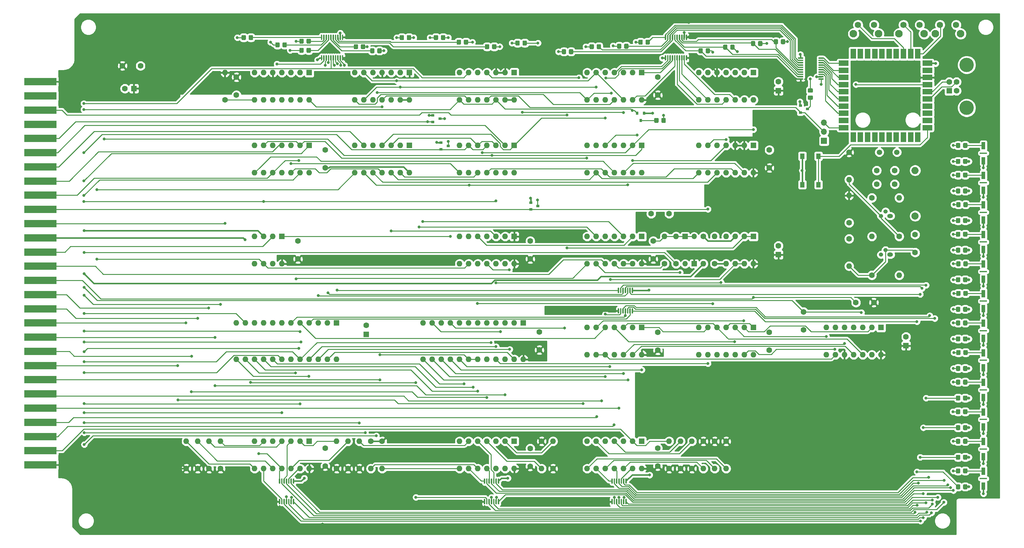
<source format=gbl>
G04 #@! TF.GenerationSoftware,KiCad,Pcbnew,(5.1.12)-1*
G04 #@! TF.CreationDate,2023-03-25T16:08:13+00:00*
G04 #@! TF.ProjectId,Decoder,4465636f-6465-4722-9e6b-696361645f70,1*
G04 #@! TF.SameCoordinates,Original*
G04 #@! TF.FileFunction,Copper,L2,Bot*
G04 #@! TF.FilePolarity,Positive*
%FSLAX46Y46*%
G04 Gerber Fmt 4.6, Leading zero omitted, Abs format (unit mm)*
G04 Created by KiCad (PCBNEW (5.1.12)-1) date 2023-03-25 16:08:13*
%MOMM*%
%LPD*%
G01*
G04 APERTURE LIST*
G04 #@! TA.AperFunction,SMDPad,CuDef*
%ADD10R,0.900000X0.800000*%
G04 #@! TD*
G04 #@! TA.AperFunction,SMDPad,CuDef*
%ADD11R,0.800000X0.900000*%
G04 #@! TD*
G04 #@! TA.AperFunction,ComponentPad*
%ADD12O,1.700000X1.700000*%
G04 #@! TD*
G04 #@! TA.AperFunction,ComponentPad*
%ADD13R,1.700000X1.700000*%
G04 #@! TD*
G04 #@! TA.AperFunction,SMDPad,CuDef*
%ADD14R,1.300000X1.550000*%
G04 #@! TD*
G04 #@! TA.AperFunction,ComponentPad*
%ADD15C,2.100000*%
G04 #@! TD*
G04 #@! TA.AperFunction,ComponentPad*
%ADD16C,1.750000*%
G04 #@! TD*
G04 #@! TA.AperFunction,SMDPad,CuDef*
%ADD17R,2.800000X1.500000*%
G04 #@! TD*
G04 #@! TA.AperFunction,SMDPad,CuDef*
%ADD18R,1.500000X2.800000*%
G04 #@! TD*
G04 #@! TA.AperFunction,ComponentPad*
%ADD19C,4.000000*%
G04 #@! TD*
G04 #@! TA.AperFunction,ComponentPad*
%ADD20C,1.600000*%
G04 #@! TD*
G04 #@! TA.AperFunction,ComponentPad*
%ADD21R,1.600000X1.600000*%
G04 #@! TD*
G04 #@! TA.AperFunction,SMDPad,CuDef*
%ADD22R,2.000000X0.350000*%
G04 #@! TD*
G04 #@! TA.AperFunction,SMDPad,CuDef*
%ADD23R,1.000000X2.000000*%
G04 #@! TD*
G04 #@! TA.AperFunction,ConnectorPad*
%ADD24R,9.000000X2.000000*%
G04 #@! TD*
G04 #@! TA.AperFunction,ComponentPad*
%ADD25O,1.500000X1.500000*%
G04 #@! TD*
G04 #@! TA.AperFunction,ComponentPad*
%ADD26R,1.500000X1.500000*%
G04 #@! TD*
G04 #@! TA.AperFunction,ComponentPad*
%ADD27C,1.500000*%
G04 #@! TD*
G04 #@! TA.AperFunction,ComponentPad*
%ADD28O,1.200000X1.200000*%
G04 #@! TD*
G04 #@! TA.AperFunction,ComponentPad*
%ADD29O,1.600000X1.200000*%
G04 #@! TD*
G04 #@! TA.AperFunction,ComponentPad*
%ADD30O,2.000000X2.000000*%
G04 #@! TD*
G04 #@! TA.AperFunction,ComponentPad*
%ADD31C,2.000000*%
G04 #@! TD*
G04 #@! TA.AperFunction,ComponentPad*
%ADD32O,1.600000X1.600000*%
G04 #@! TD*
G04 #@! TA.AperFunction,ViaPad*
%ADD33C,0.800000*%
G04 #@! TD*
G04 #@! TA.AperFunction,Conductor*
%ADD34C,0.250000*%
G04 #@! TD*
G04 #@! TA.AperFunction,Conductor*
%ADD35C,0.400000*%
G04 #@! TD*
G04 #@! TA.AperFunction,Conductor*
%ADD36C,0.254000*%
G04 #@! TD*
G04 #@! TA.AperFunction,Conductor*
%ADD37C,0.100000*%
G04 #@! TD*
G04 APERTURE END LIST*
G04 #@! TO.P,R902,2*
G04 #@! TO.N,/Scheduler/StampClock/S0*
G04 #@! TA.AperFunction,SMDPad,CuDef*
G36*
G01*
X223390000Y-22028999D02*
X223390000Y-22929001D01*
G75*
G02*
X223140001Y-23179000I-249999J0D01*
G01*
X222439999Y-23179000D01*
G75*
G02*
X222190000Y-22929001I0J249999D01*
G01*
X222190000Y-22028999D01*
G75*
G02*
X222439999Y-21779000I249999J0D01*
G01*
X223140001Y-21779000D01*
G75*
G02*
X223390000Y-22028999I0J-249999D01*
G01*
G37*
G04 #@! TD.AperFunction*
G04 #@! TO.P,R902,1*
G04 #@! TO.N,Net-(D902-Pad2)*
G04 #@! TA.AperFunction,SMDPad,CuDef*
G36*
G01*
X225390000Y-22028999D02*
X225390000Y-22929001D01*
G75*
G02*
X225140001Y-23179000I-249999J0D01*
G01*
X224439999Y-23179000D01*
G75*
G02*
X224190000Y-22929001I0J249999D01*
G01*
X224190000Y-22028999D01*
G75*
G02*
X224439999Y-21779000I249999J0D01*
G01*
X225140001Y-21779000D01*
G75*
G02*
X225390000Y-22028999I0J-249999D01*
G01*
G37*
G04 #@! TD.AperFunction*
G04 #@! TD*
D10*
G04 #@! TO.P,Q905,3*
G04 #@! TO.N,Net-(Q905-Pad3)*
X129143000Y-43942000D03*
G04 #@! TO.P,Q905,2*
G04 #@! TO.N,GND*
X127143000Y-42992000D03*
G04 #@! TO.P,Q905,1*
G04 #@! TO.N,DIV64_CLK*
X127143000Y-44892000D03*
G04 #@! TD*
G04 #@! TO.P,Q904,3*
G04 #@! TO.N,Net-(Q904-Pad3)*
X156448000Y-68326000D03*
G04 #@! TO.P,Q904,2*
G04 #@! TO.N,GND*
X154448000Y-67376000D03*
G04 #@! TO.P,Q904,1*
G04 #@! TO.N,INH_MEM*
X154448000Y-69276000D03*
G04 #@! TD*
G04 #@! TO.P,Q903,3*
G04 #@! TO.N,Net-(Q903-Pad3)*
X131429000Y-51562000D03*
G04 #@! TO.P,Q903,2*
G04 #@! TO.N,GND*
X129429000Y-50612000D03*
G04 #@! TO.P,Q903,1*
G04 #@! TO.N,PHI1_REG*
X129429000Y-52512000D03*
G04 #@! TD*
D11*
G04 #@! TO.P,Q902,3*
G04 #@! TO.N,Net-(Q902-Pad3)*
X185100000Y-44434000D03*
G04 #@! TO.P,Q902,2*
G04 #@! TO.N,GND*
X186050000Y-42434000D03*
G04 #@! TO.P,Q902,1*
G04 #@! TO.N,PHASE_CLK*
X184150000Y-42434000D03*
G04 #@! TD*
D10*
G04 #@! TO.P,Q901,3*
G04 #@! TO.N,Net-(Q901-Pad3)*
X231632000Y-41275000D03*
G04 #@! TO.P,Q901,2*
G04 #@! TO.N,GND*
X229632000Y-40325000D03*
G04 #@! TO.P,Q901,1*
G04 #@! TO.N,SYS_CLK*
X229632000Y-42225000D03*
G04 #@! TD*
G04 #@! TO.P,U982,20*
G04 #@! TO.N,+3V3*
G04 #@! TA.AperFunction,SMDPad,CuDef*
G36*
G01*
X234662000Y-32997000D02*
X234662000Y-32797000D01*
G75*
G02*
X234762000Y-32697000I100000J0D01*
G01*
X236037000Y-32697000D01*
G75*
G02*
X236137000Y-32797000I0J-100000D01*
G01*
X236137000Y-32997000D01*
G75*
G02*
X236037000Y-33097000I-100000J0D01*
G01*
X234762000Y-33097000D01*
G75*
G02*
X234662000Y-32997000I0J100000D01*
G01*
G37*
G04 #@! TD.AperFunction*
G04 #@! TO.P,U982,19*
G04 #@! TO.N,GND*
G04 #@! TA.AperFunction,SMDPad,CuDef*
G36*
G01*
X234662000Y-32347000D02*
X234662000Y-32147000D01*
G75*
G02*
X234762000Y-32047000I100000J0D01*
G01*
X236037000Y-32047000D01*
G75*
G02*
X236137000Y-32147000I0J-100000D01*
G01*
X236137000Y-32347000D01*
G75*
G02*
X236037000Y-32447000I-100000J0D01*
G01*
X234762000Y-32447000D01*
G75*
G02*
X234662000Y-32347000I0J100000D01*
G01*
G37*
G04 #@! TD.AperFunction*
G04 #@! TO.P,U982,18*
G04 #@! TO.N,Net-(U981-Pad13)*
G04 #@! TA.AperFunction,SMDPad,CuDef*
G36*
G01*
X234662000Y-31697000D02*
X234662000Y-31497000D01*
G75*
G02*
X234762000Y-31397000I100000J0D01*
G01*
X236037000Y-31397000D01*
G75*
G02*
X236137000Y-31497000I0J-100000D01*
G01*
X236137000Y-31697000D01*
G75*
G02*
X236037000Y-31797000I-100000J0D01*
G01*
X234762000Y-31797000D01*
G75*
G02*
X234662000Y-31697000I0J100000D01*
G01*
G37*
G04 #@! TD.AperFunction*
G04 #@! TO.P,U982,17*
G04 #@! TO.N,Net-(U981-Pad14)*
G04 #@! TA.AperFunction,SMDPad,CuDef*
G36*
G01*
X234662000Y-31047000D02*
X234662000Y-30847000D01*
G75*
G02*
X234762000Y-30747000I100000J0D01*
G01*
X236037000Y-30747000D01*
G75*
G02*
X236137000Y-30847000I0J-100000D01*
G01*
X236137000Y-31047000D01*
G75*
G02*
X236037000Y-31147000I-100000J0D01*
G01*
X234762000Y-31147000D01*
G75*
G02*
X234662000Y-31047000I0J100000D01*
G01*
G37*
G04 #@! TD.AperFunction*
G04 #@! TO.P,U982,16*
G04 #@! TO.N,Net-(U981-Pad15)*
G04 #@! TA.AperFunction,SMDPad,CuDef*
G36*
G01*
X234662000Y-30397000D02*
X234662000Y-30197000D01*
G75*
G02*
X234762000Y-30097000I100000J0D01*
G01*
X236037000Y-30097000D01*
G75*
G02*
X236137000Y-30197000I0J-100000D01*
G01*
X236137000Y-30397000D01*
G75*
G02*
X236037000Y-30497000I-100000J0D01*
G01*
X234762000Y-30497000D01*
G75*
G02*
X234662000Y-30397000I0J100000D01*
G01*
G37*
G04 #@! TD.AperFunction*
G04 #@! TO.P,U982,15*
G04 #@! TO.N,Net-(U981-Pad16)*
G04 #@! TA.AperFunction,SMDPad,CuDef*
G36*
G01*
X234662000Y-29747000D02*
X234662000Y-29547000D01*
G75*
G02*
X234762000Y-29447000I100000J0D01*
G01*
X236037000Y-29447000D01*
G75*
G02*
X236137000Y-29547000I0J-100000D01*
G01*
X236137000Y-29747000D01*
G75*
G02*
X236037000Y-29847000I-100000J0D01*
G01*
X234762000Y-29847000D01*
G75*
G02*
X234662000Y-29747000I0J100000D01*
G01*
G37*
G04 #@! TD.AperFunction*
G04 #@! TO.P,U982,14*
G04 #@! TO.N,Net-(U981-Pad17)*
G04 #@! TA.AperFunction,SMDPad,CuDef*
G36*
G01*
X234662000Y-29097000D02*
X234662000Y-28897000D01*
G75*
G02*
X234762000Y-28797000I100000J0D01*
G01*
X236037000Y-28797000D01*
G75*
G02*
X236137000Y-28897000I0J-100000D01*
G01*
X236137000Y-29097000D01*
G75*
G02*
X236037000Y-29197000I-100000J0D01*
G01*
X234762000Y-29197000D01*
G75*
G02*
X234662000Y-29097000I0J100000D01*
G01*
G37*
G04 #@! TD.AperFunction*
G04 #@! TO.P,U982,13*
G04 #@! TO.N,Net-(U981-Pad18)*
G04 #@! TA.AperFunction,SMDPad,CuDef*
G36*
G01*
X234662000Y-28447000D02*
X234662000Y-28247000D01*
G75*
G02*
X234762000Y-28147000I100000J0D01*
G01*
X236037000Y-28147000D01*
G75*
G02*
X236137000Y-28247000I0J-100000D01*
G01*
X236137000Y-28447000D01*
G75*
G02*
X236037000Y-28547000I-100000J0D01*
G01*
X234762000Y-28547000D01*
G75*
G02*
X234662000Y-28447000I0J100000D01*
G01*
G37*
G04 #@! TD.AperFunction*
G04 #@! TO.P,U982,12*
G04 #@! TO.N,Net-(U981-Pad19)*
G04 #@! TA.AperFunction,SMDPad,CuDef*
G36*
G01*
X234662000Y-27797000D02*
X234662000Y-27597000D01*
G75*
G02*
X234762000Y-27497000I100000J0D01*
G01*
X236037000Y-27497000D01*
G75*
G02*
X236137000Y-27597000I0J-100000D01*
G01*
X236137000Y-27797000D01*
G75*
G02*
X236037000Y-27897000I-100000J0D01*
G01*
X234762000Y-27897000D01*
G75*
G02*
X234662000Y-27797000I0J100000D01*
G01*
G37*
G04 #@! TD.AperFunction*
G04 #@! TO.P,U982,11*
G04 #@! TO.N,Net-(U981-Pad20)*
G04 #@! TA.AperFunction,SMDPad,CuDef*
G36*
G01*
X234662000Y-27147000D02*
X234662000Y-26947000D01*
G75*
G02*
X234762000Y-26847000I100000J0D01*
G01*
X236037000Y-26847000D01*
G75*
G02*
X236137000Y-26947000I0J-100000D01*
G01*
X236137000Y-27147000D01*
G75*
G02*
X236037000Y-27247000I-100000J0D01*
G01*
X234762000Y-27247000D01*
G75*
G02*
X234662000Y-27147000I0J100000D01*
G01*
G37*
G04 #@! TD.AperFunction*
G04 #@! TO.P,U982,10*
G04 #@! TO.N,GND*
G04 #@! TA.AperFunction,SMDPad,CuDef*
G36*
G01*
X228937000Y-27147000D02*
X228937000Y-26947000D01*
G75*
G02*
X229037000Y-26847000I100000J0D01*
G01*
X230312000Y-26847000D01*
G75*
G02*
X230412000Y-26947000I0J-100000D01*
G01*
X230412000Y-27147000D01*
G75*
G02*
X230312000Y-27247000I-100000J0D01*
G01*
X229037000Y-27247000D01*
G75*
G02*
X228937000Y-27147000I0J100000D01*
G01*
G37*
G04 #@! TD.AperFunction*
G04 #@! TO.P,U982,9*
G04 #@! TO.N,/Scheduler/StampClock/T0*
G04 #@! TA.AperFunction,SMDPad,CuDef*
G36*
G01*
X228937000Y-27797000D02*
X228937000Y-27597000D01*
G75*
G02*
X229037000Y-27497000I100000J0D01*
G01*
X230312000Y-27497000D01*
G75*
G02*
X230412000Y-27597000I0J-100000D01*
G01*
X230412000Y-27797000D01*
G75*
G02*
X230312000Y-27897000I-100000J0D01*
G01*
X229037000Y-27897000D01*
G75*
G02*
X228937000Y-27797000I0J100000D01*
G01*
G37*
G04 #@! TD.AperFunction*
G04 #@! TO.P,U982,8*
G04 #@! TO.N,/Scheduler/StampClock/T1*
G04 #@! TA.AperFunction,SMDPad,CuDef*
G36*
G01*
X228937000Y-28447000D02*
X228937000Y-28247000D01*
G75*
G02*
X229037000Y-28147000I100000J0D01*
G01*
X230312000Y-28147000D01*
G75*
G02*
X230412000Y-28247000I0J-100000D01*
G01*
X230412000Y-28447000D01*
G75*
G02*
X230312000Y-28547000I-100000J0D01*
G01*
X229037000Y-28547000D01*
G75*
G02*
X228937000Y-28447000I0J100000D01*
G01*
G37*
G04 #@! TD.AperFunction*
G04 #@! TO.P,U982,7*
G04 #@! TO.N,/Scheduler/StampClock/T2*
G04 #@! TA.AperFunction,SMDPad,CuDef*
G36*
G01*
X228937000Y-29097000D02*
X228937000Y-28897000D01*
G75*
G02*
X229037000Y-28797000I100000J0D01*
G01*
X230312000Y-28797000D01*
G75*
G02*
X230412000Y-28897000I0J-100000D01*
G01*
X230412000Y-29097000D01*
G75*
G02*
X230312000Y-29197000I-100000J0D01*
G01*
X229037000Y-29197000D01*
G75*
G02*
X228937000Y-29097000I0J100000D01*
G01*
G37*
G04 #@! TD.AperFunction*
G04 #@! TO.P,U982,6*
G04 #@! TO.N,/Scheduler/StampClock/T3*
G04 #@! TA.AperFunction,SMDPad,CuDef*
G36*
G01*
X228937000Y-29747000D02*
X228937000Y-29547000D01*
G75*
G02*
X229037000Y-29447000I100000J0D01*
G01*
X230312000Y-29447000D01*
G75*
G02*
X230412000Y-29547000I0J-100000D01*
G01*
X230412000Y-29747000D01*
G75*
G02*
X230312000Y-29847000I-100000J0D01*
G01*
X229037000Y-29847000D01*
G75*
G02*
X228937000Y-29747000I0J100000D01*
G01*
G37*
G04 #@! TD.AperFunction*
G04 #@! TO.P,U982,5*
G04 #@! TO.N,/Scheduler/StampClock/S0*
G04 #@! TA.AperFunction,SMDPad,CuDef*
G36*
G01*
X228937000Y-30397000D02*
X228937000Y-30197000D01*
G75*
G02*
X229037000Y-30097000I100000J0D01*
G01*
X230312000Y-30097000D01*
G75*
G02*
X230412000Y-30197000I0J-100000D01*
G01*
X230412000Y-30397000D01*
G75*
G02*
X230312000Y-30497000I-100000J0D01*
G01*
X229037000Y-30497000D01*
G75*
G02*
X228937000Y-30397000I0J100000D01*
G01*
G37*
G04 #@! TD.AperFunction*
G04 #@! TO.P,U982,4*
G04 #@! TO.N,/Scheduler/StampClock/S1*
G04 #@! TA.AperFunction,SMDPad,CuDef*
G36*
G01*
X228937000Y-31047000D02*
X228937000Y-30847000D01*
G75*
G02*
X229037000Y-30747000I100000J0D01*
G01*
X230312000Y-30747000D01*
G75*
G02*
X230412000Y-30847000I0J-100000D01*
G01*
X230412000Y-31047000D01*
G75*
G02*
X230312000Y-31147000I-100000J0D01*
G01*
X229037000Y-31147000D01*
G75*
G02*
X228937000Y-31047000I0J100000D01*
G01*
G37*
G04 #@! TD.AperFunction*
G04 #@! TO.P,U982,3*
G04 #@! TO.N,/Scheduler/StampClock/S2*
G04 #@! TA.AperFunction,SMDPad,CuDef*
G36*
G01*
X228937000Y-31697000D02*
X228937000Y-31497000D01*
G75*
G02*
X229037000Y-31397000I100000J0D01*
G01*
X230312000Y-31397000D01*
G75*
G02*
X230412000Y-31497000I0J-100000D01*
G01*
X230412000Y-31697000D01*
G75*
G02*
X230312000Y-31797000I-100000J0D01*
G01*
X229037000Y-31797000D01*
G75*
G02*
X228937000Y-31697000I0J100000D01*
G01*
G37*
G04 #@! TD.AperFunction*
G04 #@! TO.P,U982,2*
G04 #@! TO.N,/Scheduler/StampClock/S3*
G04 #@! TA.AperFunction,SMDPad,CuDef*
G36*
G01*
X228937000Y-32347000D02*
X228937000Y-32147000D01*
G75*
G02*
X229037000Y-32047000I100000J0D01*
G01*
X230312000Y-32047000D01*
G75*
G02*
X230412000Y-32147000I0J-100000D01*
G01*
X230412000Y-32347000D01*
G75*
G02*
X230312000Y-32447000I-100000J0D01*
G01*
X229037000Y-32447000D01*
G75*
G02*
X228937000Y-32347000I0J100000D01*
G01*
G37*
G04 #@! TD.AperFunction*
G04 #@! TO.P,U982,1*
G04 #@! TO.N,+5V*
G04 #@! TA.AperFunction,SMDPad,CuDef*
G36*
G01*
X228937000Y-32997000D02*
X228937000Y-32797000D01*
G75*
G02*
X229037000Y-32697000I100000J0D01*
G01*
X230312000Y-32697000D01*
G75*
G02*
X230412000Y-32797000I0J-100000D01*
G01*
X230412000Y-32997000D01*
G75*
G02*
X230312000Y-33097000I-100000J0D01*
G01*
X229037000Y-33097000D01*
G75*
G02*
X228937000Y-32997000I0J100000D01*
G01*
G37*
G04 #@! TD.AperFunction*
G04 #@! TD*
D12*
G04 #@! TO.P,JP901,3*
G04 #@! TO.N,RP_CLK*
X236220000Y-45085000D03*
G04 #@! TO.P,JP901,2*
G04 #@! TO.N,SYS_CLK*
X236220000Y-47625000D03*
D13*
G04 #@! TO.P,JP901,1*
G04 #@! TO.N,9.84MHz*
X236220000Y-50165000D03*
G04 #@! TD*
D14*
G04 #@! TO.P,SW981,2*
G04 #@! TO.N,Net-(SW981-Pad2)*
X234660000Y-62395000D03*
G04 #@! TO.P,SW981,1*
G04 #@! TO.N,GND*
X230160000Y-62395000D03*
X230160000Y-54445000D03*
G04 #@! TO.P,SW981,2*
G04 #@! TO.N,Net-(SW981-Pad2)*
X234660000Y-54445000D03*
G04 #@! TD*
G04 #@! TO.P,U902,20*
G04 #@! TO.N,+5V*
G04 #@! TA.AperFunction,SMDPad,CuDef*
G36*
G01*
X102085000Y-22005000D02*
X101885000Y-22005000D01*
G75*
G02*
X101785000Y-21905000I0J100000D01*
G01*
X101785000Y-20630000D01*
G75*
G02*
X101885000Y-20530000I100000J0D01*
G01*
X102085000Y-20530000D01*
G75*
G02*
X102185000Y-20630000I0J-100000D01*
G01*
X102185000Y-21905000D01*
G75*
G02*
X102085000Y-22005000I-100000J0D01*
G01*
G37*
G04 #@! TD.AperFunction*
G04 #@! TO.P,U902,19*
G04 #@! TO.N,GND*
G04 #@! TA.AperFunction,SMDPad,CuDef*
G36*
G01*
X101435000Y-22005000D02*
X101235000Y-22005000D01*
G75*
G02*
X101135000Y-21905000I0J100000D01*
G01*
X101135000Y-20630000D01*
G75*
G02*
X101235000Y-20530000I100000J0D01*
G01*
X101435000Y-20530000D01*
G75*
G02*
X101535000Y-20630000I0J-100000D01*
G01*
X101535000Y-21905000D01*
G75*
G02*
X101435000Y-22005000I-100000J0D01*
G01*
G37*
G04 #@! TD.AperFunction*
G04 #@! TO.P,U902,18*
G04 #@! TO.N,Net-(R914-Pad2)*
G04 #@! TA.AperFunction,SMDPad,CuDef*
G36*
G01*
X100785000Y-22005000D02*
X100585000Y-22005000D01*
G75*
G02*
X100485000Y-21905000I0J100000D01*
G01*
X100485000Y-20630000D01*
G75*
G02*
X100585000Y-20530000I100000J0D01*
G01*
X100785000Y-20530000D01*
G75*
G02*
X100885000Y-20630000I0J-100000D01*
G01*
X100885000Y-21905000D01*
G75*
G02*
X100785000Y-22005000I-100000J0D01*
G01*
G37*
G04 #@! TD.AperFunction*
G04 #@! TO.P,U902,17*
G04 #@! TO.N,Net-(R915-Pad2)*
G04 #@! TA.AperFunction,SMDPad,CuDef*
G36*
G01*
X100135000Y-22005000D02*
X99935000Y-22005000D01*
G75*
G02*
X99835000Y-21905000I0J100000D01*
G01*
X99835000Y-20630000D01*
G75*
G02*
X99935000Y-20530000I100000J0D01*
G01*
X100135000Y-20530000D01*
G75*
G02*
X100235000Y-20630000I0J-100000D01*
G01*
X100235000Y-21905000D01*
G75*
G02*
X100135000Y-22005000I-100000J0D01*
G01*
G37*
G04 #@! TD.AperFunction*
G04 #@! TO.P,U902,16*
G04 #@! TO.N,Net-(R916-Pad2)*
G04 #@! TA.AperFunction,SMDPad,CuDef*
G36*
G01*
X99485000Y-22005000D02*
X99285000Y-22005000D01*
G75*
G02*
X99185000Y-21905000I0J100000D01*
G01*
X99185000Y-20630000D01*
G75*
G02*
X99285000Y-20530000I100000J0D01*
G01*
X99485000Y-20530000D01*
G75*
G02*
X99585000Y-20630000I0J-100000D01*
G01*
X99585000Y-21905000D01*
G75*
G02*
X99485000Y-22005000I-100000J0D01*
G01*
G37*
G04 #@! TD.AperFunction*
G04 #@! TO.P,U902,15*
G04 #@! TO.N,Net-(R917-Pad2)*
G04 #@! TA.AperFunction,SMDPad,CuDef*
G36*
G01*
X98835000Y-22005000D02*
X98635000Y-22005000D01*
G75*
G02*
X98535000Y-21905000I0J100000D01*
G01*
X98535000Y-20630000D01*
G75*
G02*
X98635000Y-20530000I100000J0D01*
G01*
X98835000Y-20530000D01*
G75*
G02*
X98935000Y-20630000I0J-100000D01*
G01*
X98935000Y-21905000D01*
G75*
G02*
X98835000Y-22005000I-100000J0D01*
G01*
G37*
G04 #@! TD.AperFunction*
G04 #@! TO.P,U902,14*
G04 #@! TO.N,Net-(R918-Pad2)*
G04 #@! TA.AperFunction,SMDPad,CuDef*
G36*
G01*
X98185000Y-22005000D02*
X97985000Y-22005000D01*
G75*
G02*
X97885000Y-21905000I0J100000D01*
G01*
X97885000Y-20630000D01*
G75*
G02*
X97985000Y-20530000I100000J0D01*
G01*
X98185000Y-20530000D01*
G75*
G02*
X98285000Y-20630000I0J-100000D01*
G01*
X98285000Y-21905000D01*
G75*
G02*
X98185000Y-22005000I-100000J0D01*
G01*
G37*
G04 #@! TD.AperFunction*
G04 #@! TO.P,U902,13*
G04 #@! TO.N,Net-(R919-Pad2)*
G04 #@! TA.AperFunction,SMDPad,CuDef*
G36*
G01*
X97535000Y-22005000D02*
X97335000Y-22005000D01*
G75*
G02*
X97235000Y-21905000I0J100000D01*
G01*
X97235000Y-20630000D01*
G75*
G02*
X97335000Y-20530000I100000J0D01*
G01*
X97535000Y-20530000D01*
G75*
G02*
X97635000Y-20630000I0J-100000D01*
G01*
X97635000Y-21905000D01*
G75*
G02*
X97535000Y-22005000I-100000J0D01*
G01*
G37*
G04 #@! TD.AperFunction*
G04 #@! TO.P,U902,12*
G04 #@! TO.N,Net-(R920-Pad2)*
G04 #@! TA.AperFunction,SMDPad,CuDef*
G36*
G01*
X96885000Y-22005000D02*
X96685000Y-22005000D01*
G75*
G02*
X96585000Y-21905000I0J100000D01*
G01*
X96585000Y-20630000D01*
G75*
G02*
X96685000Y-20530000I100000J0D01*
G01*
X96885000Y-20530000D01*
G75*
G02*
X96985000Y-20630000I0J-100000D01*
G01*
X96985000Y-21905000D01*
G75*
G02*
X96885000Y-22005000I-100000J0D01*
G01*
G37*
G04 #@! TD.AperFunction*
G04 #@! TO.P,U902,11*
G04 #@! TO.N,Net-(R921-Pad2)*
G04 #@! TA.AperFunction,SMDPad,CuDef*
G36*
G01*
X96235000Y-22005000D02*
X96035000Y-22005000D01*
G75*
G02*
X95935000Y-21905000I0J100000D01*
G01*
X95935000Y-20630000D01*
G75*
G02*
X96035000Y-20530000I100000J0D01*
G01*
X96235000Y-20530000D01*
G75*
G02*
X96335000Y-20630000I0J-100000D01*
G01*
X96335000Y-21905000D01*
G75*
G02*
X96235000Y-22005000I-100000J0D01*
G01*
G37*
G04 #@! TD.AperFunction*
G04 #@! TO.P,U902,10*
G04 #@! TO.N,GND*
G04 #@! TA.AperFunction,SMDPad,CuDef*
G36*
G01*
X96235000Y-27730000D02*
X96035000Y-27730000D01*
G75*
G02*
X95935000Y-27630000I0J100000D01*
G01*
X95935000Y-26355000D01*
G75*
G02*
X96035000Y-26255000I100000J0D01*
G01*
X96235000Y-26255000D01*
G75*
G02*
X96335000Y-26355000I0J-100000D01*
G01*
X96335000Y-27630000D01*
G75*
G02*
X96235000Y-27730000I-100000J0D01*
G01*
G37*
G04 #@! TD.AperFunction*
G04 #@! TO.P,U902,9*
G04 #@! TO.N,INT_FACE_CLK*
G04 #@! TA.AperFunction,SMDPad,CuDef*
G36*
G01*
X96885000Y-27730000D02*
X96685000Y-27730000D01*
G75*
G02*
X96585000Y-27630000I0J100000D01*
G01*
X96585000Y-26355000D01*
G75*
G02*
X96685000Y-26255000I100000J0D01*
G01*
X96885000Y-26255000D01*
G75*
G02*
X96985000Y-26355000I0J-100000D01*
G01*
X96985000Y-27630000D01*
G75*
G02*
X96885000Y-27730000I-100000J0D01*
G01*
G37*
G04 #@! TD.AperFunction*
G04 #@! TO.P,U902,8*
G04 #@! TO.N,STROBE_2*
G04 #@! TA.AperFunction,SMDPad,CuDef*
G36*
G01*
X97535000Y-27730000D02*
X97335000Y-27730000D01*
G75*
G02*
X97235000Y-27630000I0J100000D01*
G01*
X97235000Y-26355000D01*
G75*
G02*
X97335000Y-26255000I100000J0D01*
G01*
X97535000Y-26255000D01*
G75*
G02*
X97635000Y-26355000I0J-100000D01*
G01*
X97635000Y-27630000D01*
G75*
G02*
X97535000Y-27730000I-100000J0D01*
G01*
G37*
G04 #@! TD.AperFunction*
G04 #@! TO.P,U902,7*
G04 #@! TO.N,STROBE_4*
G04 #@! TA.AperFunction,SMDPad,CuDef*
G36*
G01*
X98185000Y-27730000D02*
X97985000Y-27730000D01*
G75*
G02*
X97885000Y-27630000I0J100000D01*
G01*
X97885000Y-26355000D01*
G75*
G02*
X97985000Y-26255000I100000J0D01*
G01*
X98185000Y-26255000D01*
G75*
G02*
X98285000Y-26355000I0J-100000D01*
G01*
X98285000Y-27630000D01*
G75*
G02*
X98185000Y-27730000I-100000J0D01*
G01*
G37*
G04 #@! TD.AperFunction*
G04 #@! TO.P,U902,6*
G04 #@! TO.N,STROBE_3*
G04 #@! TA.AperFunction,SMDPad,CuDef*
G36*
G01*
X98835000Y-27730000D02*
X98635000Y-27730000D01*
G75*
G02*
X98535000Y-27630000I0J100000D01*
G01*
X98535000Y-26355000D01*
G75*
G02*
X98635000Y-26255000I100000J0D01*
G01*
X98835000Y-26255000D01*
G75*
G02*
X98935000Y-26355000I0J-100000D01*
G01*
X98935000Y-27630000D01*
G75*
G02*
X98835000Y-27730000I-100000J0D01*
G01*
G37*
G04 #@! TD.AperFunction*
G04 #@! TO.P,U902,5*
G04 #@! TO.N,EN_COMP*
G04 #@! TA.AperFunction,SMDPad,CuDef*
G36*
G01*
X99485000Y-27730000D02*
X99285000Y-27730000D01*
G75*
G02*
X99185000Y-27630000I0J100000D01*
G01*
X99185000Y-26355000D01*
G75*
G02*
X99285000Y-26255000I100000J0D01*
G01*
X99485000Y-26255000D01*
G75*
G02*
X99585000Y-26355000I0J-100000D01*
G01*
X99585000Y-27630000D01*
G75*
G02*
X99485000Y-27730000I-100000J0D01*
G01*
G37*
G04 #@! TD.AperFunction*
G04 #@! TO.P,U902,4*
G04 #@! TO.N,STROBE_1*
G04 #@! TA.AperFunction,SMDPad,CuDef*
G36*
G01*
X100135000Y-27730000D02*
X99935000Y-27730000D01*
G75*
G02*
X99835000Y-27630000I0J100000D01*
G01*
X99835000Y-26355000D01*
G75*
G02*
X99935000Y-26255000I100000J0D01*
G01*
X100135000Y-26255000D01*
G75*
G02*
X100235000Y-26355000I0J-100000D01*
G01*
X100235000Y-27630000D01*
G75*
G02*
X100135000Y-27730000I-100000J0D01*
G01*
G37*
G04 #@! TD.AperFunction*
G04 #@! TO.P,U902,3*
G04 #@! TO.N,PHI1_MEM*
G04 #@! TA.AperFunction,SMDPad,CuDef*
G36*
G01*
X100785000Y-27730000D02*
X100585000Y-27730000D01*
G75*
G02*
X100485000Y-27630000I0J100000D01*
G01*
X100485000Y-26355000D01*
G75*
G02*
X100585000Y-26255000I100000J0D01*
G01*
X100785000Y-26255000D01*
G75*
G02*
X100885000Y-26355000I0J-100000D01*
G01*
X100885000Y-27630000D01*
G75*
G02*
X100785000Y-27730000I-100000J0D01*
G01*
G37*
G04 #@! TD.AperFunction*
G04 #@! TO.P,U902,2*
G04 #@! TO.N,PHI2_MEM*
G04 #@! TA.AperFunction,SMDPad,CuDef*
G36*
G01*
X101435000Y-27730000D02*
X101235000Y-27730000D01*
G75*
G02*
X101135000Y-27630000I0J100000D01*
G01*
X101135000Y-26355000D01*
G75*
G02*
X101235000Y-26255000I100000J0D01*
G01*
X101435000Y-26255000D01*
G75*
G02*
X101535000Y-26355000I0J-100000D01*
G01*
X101535000Y-27630000D01*
G75*
G02*
X101435000Y-27730000I-100000J0D01*
G01*
G37*
G04 #@! TD.AperFunction*
G04 #@! TO.P,U902,1*
G04 #@! TO.N,+5V*
G04 #@! TA.AperFunction,SMDPad,CuDef*
G36*
G01*
X102085000Y-27730000D02*
X101885000Y-27730000D01*
G75*
G02*
X101785000Y-27630000I0J100000D01*
G01*
X101785000Y-26355000D01*
G75*
G02*
X101885000Y-26255000I100000J0D01*
G01*
X102085000Y-26255000D01*
G75*
G02*
X102185000Y-26355000I0J-100000D01*
G01*
X102185000Y-27630000D01*
G75*
G02*
X102085000Y-27730000I-100000J0D01*
G01*
G37*
G04 #@! TD.AperFunction*
G04 #@! TD*
G04 #@! TO.P,U901,20*
G04 #@! TO.N,+5V*
G04 #@! TA.AperFunction,SMDPad,CuDef*
G36*
G01*
X197970000Y-22005000D02*
X197770000Y-22005000D01*
G75*
G02*
X197670000Y-21905000I0J100000D01*
G01*
X197670000Y-20630000D01*
G75*
G02*
X197770000Y-20530000I100000J0D01*
G01*
X197970000Y-20530000D01*
G75*
G02*
X198070000Y-20630000I0J-100000D01*
G01*
X198070000Y-21905000D01*
G75*
G02*
X197970000Y-22005000I-100000J0D01*
G01*
G37*
G04 #@! TD.AperFunction*
G04 #@! TO.P,U901,19*
G04 #@! TO.N,GND*
G04 #@! TA.AperFunction,SMDPad,CuDef*
G36*
G01*
X197320000Y-22005000D02*
X197120000Y-22005000D01*
G75*
G02*
X197020000Y-21905000I0J100000D01*
G01*
X197020000Y-20630000D01*
G75*
G02*
X197120000Y-20530000I100000J0D01*
G01*
X197320000Y-20530000D01*
G75*
G02*
X197420000Y-20630000I0J-100000D01*
G01*
X197420000Y-21905000D01*
G75*
G02*
X197320000Y-22005000I-100000J0D01*
G01*
G37*
G04 #@! TD.AperFunction*
G04 #@! TO.P,U901,18*
G04 #@! TO.N,/Scheduler/StampClock/S0*
G04 #@! TA.AperFunction,SMDPad,CuDef*
G36*
G01*
X196670000Y-22005000D02*
X196470000Y-22005000D01*
G75*
G02*
X196370000Y-21905000I0J100000D01*
G01*
X196370000Y-20630000D01*
G75*
G02*
X196470000Y-20530000I100000J0D01*
G01*
X196670000Y-20530000D01*
G75*
G02*
X196770000Y-20630000I0J-100000D01*
G01*
X196770000Y-21905000D01*
G75*
G02*
X196670000Y-22005000I-100000J0D01*
G01*
G37*
G04 #@! TD.AperFunction*
G04 #@! TO.P,U901,17*
G04 #@! TO.N,/Scheduler/StampClock/S1*
G04 #@! TA.AperFunction,SMDPad,CuDef*
G36*
G01*
X196020000Y-22005000D02*
X195820000Y-22005000D01*
G75*
G02*
X195720000Y-21905000I0J100000D01*
G01*
X195720000Y-20630000D01*
G75*
G02*
X195820000Y-20530000I100000J0D01*
G01*
X196020000Y-20530000D01*
G75*
G02*
X196120000Y-20630000I0J-100000D01*
G01*
X196120000Y-21905000D01*
G75*
G02*
X196020000Y-22005000I-100000J0D01*
G01*
G37*
G04 #@! TD.AperFunction*
G04 #@! TO.P,U901,16*
G04 #@! TO.N,/Scheduler/StampClock/S2*
G04 #@! TA.AperFunction,SMDPad,CuDef*
G36*
G01*
X195370000Y-22005000D02*
X195170000Y-22005000D01*
G75*
G02*
X195070000Y-21905000I0J100000D01*
G01*
X195070000Y-20630000D01*
G75*
G02*
X195170000Y-20530000I100000J0D01*
G01*
X195370000Y-20530000D01*
G75*
G02*
X195470000Y-20630000I0J-100000D01*
G01*
X195470000Y-21905000D01*
G75*
G02*
X195370000Y-22005000I-100000J0D01*
G01*
G37*
G04 #@! TD.AperFunction*
G04 #@! TO.P,U901,15*
G04 #@! TO.N,/Scheduler/StampClock/S3*
G04 #@! TA.AperFunction,SMDPad,CuDef*
G36*
G01*
X194720000Y-22005000D02*
X194520000Y-22005000D01*
G75*
G02*
X194420000Y-21905000I0J100000D01*
G01*
X194420000Y-20630000D01*
G75*
G02*
X194520000Y-20530000I100000J0D01*
G01*
X194720000Y-20530000D01*
G75*
G02*
X194820000Y-20630000I0J-100000D01*
G01*
X194820000Y-21905000D01*
G75*
G02*
X194720000Y-22005000I-100000J0D01*
G01*
G37*
G04 #@! TD.AperFunction*
G04 #@! TO.P,U901,14*
G04 #@! TO.N,/Scheduler/StampClock/T3*
G04 #@! TA.AperFunction,SMDPad,CuDef*
G36*
G01*
X194070000Y-22005000D02*
X193870000Y-22005000D01*
G75*
G02*
X193770000Y-21905000I0J100000D01*
G01*
X193770000Y-20630000D01*
G75*
G02*
X193870000Y-20530000I100000J0D01*
G01*
X194070000Y-20530000D01*
G75*
G02*
X194170000Y-20630000I0J-100000D01*
G01*
X194170000Y-21905000D01*
G75*
G02*
X194070000Y-22005000I-100000J0D01*
G01*
G37*
G04 #@! TD.AperFunction*
G04 #@! TO.P,U901,13*
G04 #@! TO.N,/Scheduler/StampClock/T2*
G04 #@! TA.AperFunction,SMDPad,CuDef*
G36*
G01*
X193420000Y-22005000D02*
X193220000Y-22005000D01*
G75*
G02*
X193120000Y-21905000I0J100000D01*
G01*
X193120000Y-20630000D01*
G75*
G02*
X193220000Y-20530000I100000J0D01*
G01*
X193420000Y-20530000D01*
G75*
G02*
X193520000Y-20630000I0J-100000D01*
G01*
X193520000Y-21905000D01*
G75*
G02*
X193420000Y-22005000I-100000J0D01*
G01*
G37*
G04 #@! TD.AperFunction*
G04 #@! TO.P,U901,12*
G04 #@! TO.N,/Scheduler/StampClock/T1*
G04 #@! TA.AperFunction,SMDPad,CuDef*
G36*
G01*
X192770000Y-22005000D02*
X192570000Y-22005000D01*
G75*
G02*
X192470000Y-21905000I0J100000D01*
G01*
X192470000Y-20630000D01*
G75*
G02*
X192570000Y-20530000I100000J0D01*
G01*
X192770000Y-20530000D01*
G75*
G02*
X192870000Y-20630000I0J-100000D01*
G01*
X192870000Y-21905000D01*
G75*
G02*
X192770000Y-22005000I-100000J0D01*
G01*
G37*
G04 #@! TD.AperFunction*
G04 #@! TO.P,U901,11*
G04 #@! TO.N,/Scheduler/StampClock/T0*
G04 #@! TA.AperFunction,SMDPad,CuDef*
G36*
G01*
X192120000Y-22005000D02*
X191920000Y-22005000D01*
G75*
G02*
X191820000Y-21905000I0J100000D01*
G01*
X191820000Y-20630000D01*
G75*
G02*
X191920000Y-20530000I100000J0D01*
G01*
X192120000Y-20530000D01*
G75*
G02*
X192220000Y-20630000I0J-100000D01*
G01*
X192220000Y-21905000D01*
G75*
G02*
X192120000Y-22005000I-100000J0D01*
G01*
G37*
G04 #@! TD.AperFunction*
G04 #@! TO.P,U901,10*
G04 #@! TO.N,GND*
G04 #@! TA.AperFunction,SMDPad,CuDef*
G36*
G01*
X192120000Y-27730000D02*
X191920000Y-27730000D01*
G75*
G02*
X191820000Y-27630000I0J100000D01*
G01*
X191820000Y-26355000D01*
G75*
G02*
X191920000Y-26255000I100000J0D01*
G01*
X192120000Y-26255000D01*
G75*
G02*
X192220000Y-26355000I0J-100000D01*
G01*
X192220000Y-27630000D01*
G75*
G02*
X192120000Y-27730000I-100000J0D01*
G01*
G37*
G04 #@! TD.AperFunction*
G04 #@! TO.P,U901,9*
G04 #@! TO.N,T0*
G04 #@! TA.AperFunction,SMDPad,CuDef*
G36*
G01*
X192770000Y-27730000D02*
X192570000Y-27730000D01*
G75*
G02*
X192470000Y-27630000I0J100000D01*
G01*
X192470000Y-26355000D01*
G75*
G02*
X192570000Y-26255000I100000J0D01*
G01*
X192770000Y-26255000D01*
G75*
G02*
X192870000Y-26355000I0J-100000D01*
G01*
X192870000Y-27630000D01*
G75*
G02*
X192770000Y-27730000I-100000J0D01*
G01*
G37*
G04 #@! TD.AperFunction*
G04 #@! TO.P,U901,8*
G04 #@! TO.N,T1*
G04 #@! TA.AperFunction,SMDPad,CuDef*
G36*
G01*
X193420000Y-27730000D02*
X193220000Y-27730000D01*
G75*
G02*
X193120000Y-27630000I0J100000D01*
G01*
X193120000Y-26355000D01*
G75*
G02*
X193220000Y-26255000I100000J0D01*
G01*
X193420000Y-26255000D01*
G75*
G02*
X193520000Y-26355000I0J-100000D01*
G01*
X193520000Y-27630000D01*
G75*
G02*
X193420000Y-27730000I-100000J0D01*
G01*
G37*
G04 #@! TD.AperFunction*
G04 #@! TO.P,U901,7*
G04 #@! TO.N,T2*
G04 #@! TA.AperFunction,SMDPad,CuDef*
G36*
G01*
X194070000Y-27730000D02*
X193870000Y-27730000D01*
G75*
G02*
X193770000Y-27630000I0J100000D01*
G01*
X193770000Y-26355000D01*
G75*
G02*
X193870000Y-26255000I100000J0D01*
G01*
X194070000Y-26255000D01*
G75*
G02*
X194170000Y-26355000I0J-100000D01*
G01*
X194170000Y-27630000D01*
G75*
G02*
X194070000Y-27730000I-100000J0D01*
G01*
G37*
G04 #@! TD.AperFunction*
G04 #@! TO.P,U901,6*
G04 #@! TO.N,T3*
G04 #@! TA.AperFunction,SMDPad,CuDef*
G36*
G01*
X194720000Y-27730000D02*
X194520000Y-27730000D01*
G75*
G02*
X194420000Y-27630000I0J100000D01*
G01*
X194420000Y-26355000D01*
G75*
G02*
X194520000Y-26255000I100000J0D01*
G01*
X194720000Y-26255000D01*
G75*
G02*
X194820000Y-26355000I0J-100000D01*
G01*
X194820000Y-27630000D01*
G75*
G02*
X194720000Y-27730000I-100000J0D01*
G01*
G37*
G04 #@! TD.AperFunction*
G04 #@! TO.P,U901,5*
G04 #@! TO.N,S3*
G04 #@! TA.AperFunction,SMDPad,CuDef*
G36*
G01*
X195370000Y-27730000D02*
X195170000Y-27730000D01*
G75*
G02*
X195070000Y-27630000I0J100000D01*
G01*
X195070000Y-26355000D01*
G75*
G02*
X195170000Y-26255000I100000J0D01*
G01*
X195370000Y-26255000D01*
G75*
G02*
X195470000Y-26355000I0J-100000D01*
G01*
X195470000Y-27630000D01*
G75*
G02*
X195370000Y-27730000I-100000J0D01*
G01*
G37*
G04 #@! TD.AperFunction*
G04 #@! TO.P,U901,4*
G04 #@! TO.N,S2*
G04 #@! TA.AperFunction,SMDPad,CuDef*
G36*
G01*
X196020000Y-27730000D02*
X195820000Y-27730000D01*
G75*
G02*
X195720000Y-27630000I0J100000D01*
G01*
X195720000Y-26355000D01*
G75*
G02*
X195820000Y-26255000I100000J0D01*
G01*
X196020000Y-26255000D01*
G75*
G02*
X196120000Y-26355000I0J-100000D01*
G01*
X196120000Y-27630000D01*
G75*
G02*
X196020000Y-27730000I-100000J0D01*
G01*
G37*
G04 #@! TD.AperFunction*
G04 #@! TO.P,U901,3*
G04 #@! TO.N,S1*
G04 #@! TA.AperFunction,SMDPad,CuDef*
G36*
G01*
X196670000Y-27730000D02*
X196470000Y-27730000D01*
G75*
G02*
X196370000Y-27630000I0J100000D01*
G01*
X196370000Y-26355000D01*
G75*
G02*
X196470000Y-26255000I100000J0D01*
G01*
X196670000Y-26255000D01*
G75*
G02*
X196770000Y-26355000I0J-100000D01*
G01*
X196770000Y-27630000D01*
G75*
G02*
X196670000Y-27730000I-100000J0D01*
G01*
G37*
G04 #@! TD.AperFunction*
G04 #@! TO.P,U901,2*
G04 #@! TO.N,S0*
G04 #@! TA.AperFunction,SMDPad,CuDef*
G36*
G01*
X197320000Y-27730000D02*
X197120000Y-27730000D01*
G75*
G02*
X197020000Y-27630000I0J100000D01*
G01*
X197020000Y-26355000D01*
G75*
G02*
X197120000Y-26255000I100000J0D01*
G01*
X197320000Y-26255000D01*
G75*
G02*
X197420000Y-26355000I0J-100000D01*
G01*
X197420000Y-27630000D01*
G75*
G02*
X197320000Y-27730000I-100000J0D01*
G01*
G37*
G04 #@! TD.AperFunction*
G04 #@! TO.P,U901,1*
G04 #@! TO.N,+5V*
G04 #@! TA.AperFunction,SMDPad,CuDef*
G36*
G01*
X197970000Y-27730000D02*
X197770000Y-27730000D01*
G75*
G02*
X197670000Y-27630000I0J100000D01*
G01*
X197670000Y-26355000D01*
G75*
G02*
X197770000Y-26255000I100000J0D01*
G01*
X197970000Y-26255000D01*
G75*
G02*
X198070000Y-26355000I0J-100000D01*
G01*
X198070000Y-27630000D01*
G75*
G02*
X197970000Y-27730000I-100000J0D01*
G01*
G37*
G04 #@! TD.AperFunction*
G04 #@! TD*
G04 #@! TO.P,R921,2*
G04 #@! TO.N,Net-(R921-Pad2)*
G04 #@! TA.AperFunction,SMDPad,CuDef*
G36*
G01*
X75822000Y-21786001D02*
X75822000Y-20885999D01*
G75*
G02*
X76071999Y-20636000I249999J0D01*
G01*
X76772001Y-20636000D01*
G75*
G02*
X77022000Y-20885999I0J-249999D01*
G01*
X77022000Y-21786001D01*
G75*
G02*
X76772001Y-22036000I-249999J0D01*
G01*
X76071999Y-22036000D01*
G75*
G02*
X75822000Y-21786001I0J249999D01*
G01*
G37*
G04 #@! TD.AperFunction*
G04 #@! TO.P,R921,1*
G04 #@! TO.N,Net-(D921-Pad2)*
G04 #@! TA.AperFunction,SMDPad,CuDef*
G36*
G01*
X73822000Y-21786001D02*
X73822000Y-20885999D01*
G75*
G02*
X74071999Y-20636000I249999J0D01*
G01*
X74772001Y-20636000D01*
G75*
G02*
X75022000Y-20885999I0J-249999D01*
G01*
X75022000Y-21786001D01*
G75*
G02*
X74772001Y-22036000I-249999J0D01*
G01*
X74071999Y-22036000D01*
G75*
G02*
X73822000Y-21786001I0J249999D01*
G01*
G37*
G04 #@! TD.AperFunction*
G04 #@! TD*
G04 #@! TO.P,R920,2*
G04 #@! TO.N,Net-(R920-Pad2)*
G04 #@! TA.AperFunction,SMDPad,CuDef*
G36*
G01*
X91951000Y-22802001D02*
X91951000Y-21901999D01*
G75*
G02*
X92200999Y-21652000I249999J0D01*
G01*
X92901001Y-21652000D01*
G75*
G02*
X93151000Y-21901999I0J-249999D01*
G01*
X93151000Y-22802001D01*
G75*
G02*
X92901001Y-23052000I-249999J0D01*
G01*
X92200999Y-23052000D01*
G75*
G02*
X91951000Y-22802001I0J249999D01*
G01*
G37*
G04 #@! TD.AperFunction*
G04 #@! TO.P,R920,1*
G04 #@! TO.N,Net-(D920-Pad2)*
G04 #@! TA.AperFunction,SMDPad,CuDef*
G36*
G01*
X89951000Y-22802001D02*
X89951000Y-21901999D01*
G75*
G02*
X90200999Y-21652000I249999J0D01*
G01*
X90901001Y-21652000D01*
G75*
G02*
X91151000Y-21901999I0J-249999D01*
G01*
X91151000Y-22802001D01*
G75*
G02*
X90901001Y-23052000I-249999J0D01*
G01*
X90200999Y-23052000D01*
G75*
G02*
X89951000Y-22802001I0J249999D01*
G01*
G37*
G04 #@! TD.AperFunction*
G04 #@! TD*
G04 #@! TO.P,R919,2*
G04 #@! TO.N,Net-(R919-Pad2)*
G04 #@! TA.AperFunction,SMDPad,CuDef*
G36*
G01*
X85236000Y-23818001D02*
X85236000Y-22917999D01*
G75*
G02*
X85485999Y-22668000I249999J0D01*
G01*
X86186001Y-22668000D01*
G75*
G02*
X86436000Y-22917999I0J-249999D01*
G01*
X86436000Y-23818001D01*
G75*
G02*
X86186001Y-24068000I-249999J0D01*
G01*
X85485999Y-24068000D01*
G75*
G02*
X85236000Y-23818001I0J249999D01*
G01*
G37*
G04 #@! TD.AperFunction*
G04 #@! TO.P,R919,1*
G04 #@! TO.N,Net-(D919-Pad2)*
G04 #@! TA.AperFunction,SMDPad,CuDef*
G36*
G01*
X83236000Y-23818001D02*
X83236000Y-22917999D01*
G75*
G02*
X83485999Y-22668000I249999J0D01*
G01*
X84186001Y-22668000D01*
G75*
G02*
X84436000Y-22917999I0J-249999D01*
G01*
X84436000Y-23818001D01*
G75*
G02*
X84186001Y-24068000I-249999J0D01*
G01*
X83485999Y-24068000D01*
G75*
G02*
X83236000Y-23818001I0J249999D01*
G01*
G37*
G04 #@! TD.AperFunction*
G04 #@! TD*
G04 #@! TO.P,R918,2*
G04 #@! TO.N,Net-(R918-Pad2)*
G04 #@! TA.AperFunction,SMDPad,CuDef*
G36*
G01*
X91951000Y-25342001D02*
X91951000Y-24441999D01*
G75*
G02*
X92200999Y-24192000I249999J0D01*
G01*
X92901001Y-24192000D01*
G75*
G02*
X93151000Y-24441999I0J-249999D01*
G01*
X93151000Y-25342001D01*
G75*
G02*
X92901001Y-25592000I-249999J0D01*
G01*
X92200999Y-25592000D01*
G75*
G02*
X91951000Y-25342001I0J249999D01*
G01*
G37*
G04 #@! TD.AperFunction*
G04 #@! TO.P,R918,1*
G04 #@! TO.N,Net-(D918-Pad2)*
G04 #@! TA.AperFunction,SMDPad,CuDef*
G36*
G01*
X89951000Y-25342001D02*
X89951000Y-24441999D01*
G75*
G02*
X90200999Y-24192000I249999J0D01*
G01*
X90901001Y-24192000D01*
G75*
G02*
X91151000Y-24441999I0J-249999D01*
G01*
X91151000Y-25342001D01*
G75*
G02*
X90901001Y-25592000I-249999J0D01*
G01*
X90200999Y-25592000D01*
G75*
G02*
X89951000Y-25342001I0J249999D01*
G01*
G37*
G04 #@! TD.AperFunction*
G04 #@! TD*
G04 #@! TO.P,R917,2*
G04 #@! TO.N,Net-(R917-Pad2)*
G04 #@! TA.AperFunction,SMDPad,CuDef*
G36*
G01*
X110868000Y-24568999D02*
X110868000Y-25469001D01*
G75*
G02*
X110618001Y-25719000I-249999J0D01*
G01*
X109917999Y-25719000D01*
G75*
G02*
X109668000Y-25469001I0J249999D01*
G01*
X109668000Y-24568999D01*
G75*
G02*
X109917999Y-24319000I249999J0D01*
G01*
X110618001Y-24319000D01*
G75*
G02*
X110868000Y-24568999I0J-249999D01*
G01*
G37*
G04 #@! TD.AperFunction*
G04 #@! TO.P,R917,1*
G04 #@! TO.N,Net-(D917-Pad2)*
G04 #@! TA.AperFunction,SMDPad,CuDef*
G36*
G01*
X112868000Y-24568999D02*
X112868000Y-25469001D01*
G75*
G02*
X112618001Y-25719000I-249999J0D01*
G01*
X111917999Y-25719000D01*
G75*
G02*
X111668000Y-25469001I0J249999D01*
G01*
X111668000Y-24568999D01*
G75*
G02*
X111917999Y-24319000I249999J0D01*
G01*
X112618001Y-24319000D01*
G75*
G02*
X112868000Y-24568999I0J-249999D01*
G01*
G37*
G04 #@! TD.AperFunction*
G04 #@! TD*
G04 #@! TO.P,R916,2*
G04 #@! TO.N,Net-(R916-Pad2)*
G04 #@! TA.AperFunction,SMDPad,CuDef*
G36*
G01*
X106296000Y-23425999D02*
X106296000Y-24326001D01*
G75*
G02*
X106046001Y-24576000I-249999J0D01*
G01*
X105345999Y-24576000D01*
G75*
G02*
X105096000Y-24326001I0J249999D01*
G01*
X105096000Y-23425999D01*
G75*
G02*
X105345999Y-23176000I249999J0D01*
G01*
X106046001Y-23176000D01*
G75*
G02*
X106296000Y-23425999I0J-249999D01*
G01*
G37*
G04 #@! TD.AperFunction*
G04 #@! TO.P,R916,1*
G04 #@! TO.N,Net-(D916-Pad2)*
G04 #@! TA.AperFunction,SMDPad,CuDef*
G36*
G01*
X108296000Y-23425999D02*
X108296000Y-24326001D01*
G75*
G02*
X108046001Y-24576000I-249999J0D01*
G01*
X107345999Y-24576000D01*
G75*
G02*
X107096000Y-24326001I0J249999D01*
G01*
X107096000Y-23425999D01*
G75*
G02*
X107345999Y-23176000I249999J0D01*
G01*
X108046001Y-23176000D01*
G75*
G02*
X108296000Y-23425999I0J-249999D01*
G01*
G37*
G04 #@! TD.AperFunction*
G04 #@! TD*
G04 #@! TO.P,R915,2*
G04 #@! TO.N,Net-(R915-Pad2)*
G04 #@! TA.AperFunction,SMDPad,CuDef*
G36*
G01*
X142872000Y-23425999D02*
X142872000Y-24326001D01*
G75*
G02*
X142622001Y-24576000I-249999J0D01*
G01*
X141921999Y-24576000D01*
G75*
G02*
X141672000Y-24326001I0J249999D01*
G01*
X141672000Y-23425999D01*
G75*
G02*
X141921999Y-23176000I249999J0D01*
G01*
X142622001Y-23176000D01*
G75*
G02*
X142872000Y-23425999I0J-249999D01*
G01*
G37*
G04 #@! TD.AperFunction*
G04 #@! TO.P,R915,1*
G04 #@! TO.N,Net-(D915-Pad2)*
G04 #@! TA.AperFunction,SMDPad,CuDef*
G36*
G01*
X144872000Y-23425999D02*
X144872000Y-24326001D01*
G75*
G02*
X144622001Y-24576000I-249999J0D01*
G01*
X143921999Y-24576000D01*
G75*
G02*
X143672000Y-24326001I0J249999D01*
G01*
X143672000Y-23425999D01*
G75*
G02*
X143921999Y-23176000I249999J0D01*
G01*
X144622001Y-23176000D01*
G75*
G02*
X144872000Y-23425999I0J-249999D01*
G01*
G37*
G04 #@! TD.AperFunction*
G04 #@! TD*
G04 #@! TO.P,R914,2*
G04 #@! TO.N,Net-(R914-Pad2)*
G04 #@! TA.AperFunction,SMDPad,CuDef*
G36*
G01*
X134998000Y-22155999D02*
X134998000Y-23056001D01*
G75*
G02*
X134748001Y-23306000I-249999J0D01*
G01*
X134047999Y-23306000D01*
G75*
G02*
X133798000Y-23056001I0J249999D01*
G01*
X133798000Y-22155999D01*
G75*
G02*
X134047999Y-21906000I249999J0D01*
G01*
X134748001Y-21906000D01*
G75*
G02*
X134998000Y-22155999I0J-249999D01*
G01*
G37*
G04 #@! TD.AperFunction*
G04 #@! TO.P,R914,1*
G04 #@! TO.N,Net-(D914-Pad2)*
G04 #@! TA.AperFunction,SMDPad,CuDef*
G36*
G01*
X136998000Y-22155999D02*
X136998000Y-23056001D01*
G75*
G02*
X136748001Y-23306000I-249999J0D01*
G01*
X136047999Y-23306000D01*
G75*
G02*
X135798000Y-23056001I0J249999D01*
G01*
X135798000Y-22155999D01*
G75*
G02*
X136047999Y-21906000I249999J0D01*
G01*
X136748001Y-21906000D01*
G75*
G02*
X136998000Y-22155999I0J-249999D01*
G01*
G37*
G04 #@! TD.AperFunction*
G04 #@! TD*
G04 #@! TO.P,R913,2*
G04 #@! TO.N,Net-(D913-Pad1)*
G04 #@! TA.AperFunction,SMDPad,CuDef*
G36*
G01*
X119107000Y-20885999D02*
X119107000Y-21786001D01*
G75*
G02*
X118857001Y-22036000I-249999J0D01*
G01*
X118156999Y-22036000D01*
G75*
G02*
X117907000Y-21786001I0J249999D01*
G01*
X117907000Y-20885999D01*
G75*
G02*
X118156999Y-20636000I249999J0D01*
G01*
X118857001Y-20636000D01*
G75*
G02*
X119107000Y-20885999I0J-249999D01*
G01*
G37*
G04 #@! TD.AperFunction*
G04 #@! TO.P,R913,1*
G04 #@! TO.N,Net-(Q905-Pad3)*
G04 #@! TA.AperFunction,SMDPad,CuDef*
G36*
G01*
X121107000Y-20885999D02*
X121107000Y-21786001D01*
G75*
G02*
X120857001Y-22036000I-249999J0D01*
G01*
X120156999Y-22036000D01*
G75*
G02*
X119907000Y-21786001I0J249999D01*
G01*
X119907000Y-20885999D01*
G75*
G02*
X120156999Y-20636000I249999J0D01*
G01*
X120857001Y-20636000D01*
G75*
G02*
X121107000Y-20885999I0J-249999D01*
G01*
G37*
G04 #@! TD.AperFunction*
G04 #@! TD*
G04 #@! TO.P,R912,2*
G04 #@! TO.N,Net-(D912-Pad1)*
G04 #@! TA.AperFunction,SMDPad,CuDef*
G36*
G01*
X151365000Y-22409999D02*
X151365000Y-23310001D01*
G75*
G02*
X151115001Y-23560000I-249999J0D01*
G01*
X150414999Y-23560000D01*
G75*
G02*
X150165000Y-23310001I0J249999D01*
G01*
X150165000Y-22409999D01*
G75*
G02*
X150414999Y-22160000I249999J0D01*
G01*
X151115001Y-22160000D01*
G75*
G02*
X151365000Y-22409999I0J-249999D01*
G01*
G37*
G04 #@! TD.AperFunction*
G04 #@! TO.P,R912,1*
G04 #@! TO.N,Net-(Q904-Pad3)*
G04 #@! TA.AperFunction,SMDPad,CuDef*
G36*
G01*
X153365000Y-22409999D02*
X153365000Y-23310001D01*
G75*
G02*
X153115001Y-23560000I-249999J0D01*
G01*
X152414999Y-23560000D01*
G75*
G02*
X152165000Y-23310001I0J249999D01*
G01*
X152165000Y-22409999D01*
G75*
G02*
X152414999Y-22160000I249999J0D01*
G01*
X153115001Y-22160000D01*
G75*
G02*
X153365000Y-22409999I0J-249999D01*
G01*
G37*
G04 #@! TD.AperFunction*
G04 #@! TD*
G04 #@! TO.P,R911,2*
G04 #@! TO.N,/Scheduler/StampClock/T1*
G04 #@! TA.AperFunction,SMDPad,CuDef*
G36*
G01*
X180502000Y-24199001D02*
X180502000Y-23298999D01*
G75*
G02*
X180751999Y-23049000I249999J0D01*
G01*
X181452001Y-23049000D01*
G75*
G02*
X181702000Y-23298999I0J-249999D01*
G01*
X181702000Y-24199001D01*
G75*
G02*
X181452001Y-24449000I-249999J0D01*
G01*
X180751999Y-24449000D01*
G75*
G02*
X180502000Y-24199001I0J249999D01*
G01*
G37*
G04 #@! TD.AperFunction*
G04 #@! TO.P,R911,1*
G04 #@! TO.N,Net-(D911-Pad2)*
G04 #@! TA.AperFunction,SMDPad,CuDef*
G36*
G01*
X178502000Y-24199001D02*
X178502000Y-23298999D01*
G75*
G02*
X178751999Y-23049000I249999J0D01*
G01*
X179452001Y-23049000D01*
G75*
G02*
X179702000Y-23298999I0J-249999D01*
G01*
X179702000Y-24199001D01*
G75*
G02*
X179452001Y-24449000I-249999J0D01*
G01*
X178751999Y-24449000D01*
G75*
G02*
X178502000Y-24199001I0J249999D01*
G01*
G37*
G04 #@! TD.AperFunction*
G04 #@! TD*
G04 #@! TO.P,R910,2*
G04 #@! TO.N,Net-(D910-Pad1)*
G04 #@! TA.AperFunction,SMDPad,CuDef*
G36*
G01*
X128616000Y-20885999D02*
X128616000Y-21786001D01*
G75*
G02*
X128366001Y-22036000I-249999J0D01*
G01*
X127665999Y-22036000D01*
G75*
G02*
X127416000Y-21786001I0J249999D01*
G01*
X127416000Y-20885999D01*
G75*
G02*
X127665999Y-20636000I249999J0D01*
G01*
X128366001Y-20636000D01*
G75*
G02*
X128616000Y-20885999I0J-249999D01*
G01*
G37*
G04 #@! TD.AperFunction*
G04 #@! TO.P,R910,1*
G04 #@! TO.N,Net-(Q903-Pad3)*
G04 #@! TA.AperFunction,SMDPad,CuDef*
G36*
G01*
X130616000Y-20885999D02*
X130616000Y-21786001D01*
G75*
G02*
X130366001Y-22036000I-249999J0D01*
G01*
X129665999Y-22036000D01*
G75*
G02*
X129416000Y-21786001I0J249999D01*
G01*
X129416000Y-20885999D01*
G75*
G02*
X129665999Y-20636000I249999J0D01*
G01*
X130366001Y-20636000D01*
G75*
G02*
X130616000Y-20885999I0J-249999D01*
G01*
G37*
G04 #@! TD.AperFunction*
G04 #@! TD*
G04 #@! TO.P,R909,2*
G04 #@! TO.N,Net-(D909-Pad1)*
G04 #@! TA.AperFunction,SMDPad,CuDef*
G36*
G01*
X190884000Y-44900001D02*
X190884000Y-43999999D01*
G75*
G02*
X191133999Y-43750000I249999J0D01*
G01*
X191834001Y-43750000D01*
G75*
G02*
X192084000Y-43999999I0J-249999D01*
G01*
X192084000Y-44900001D01*
G75*
G02*
X191834001Y-45150000I-249999J0D01*
G01*
X191133999Y-45150000D01*
G75*
G02*
X190884000Y-44900001I0J249999D01*
G01*
G37*
G04 #@! TD.AperFunction*
G04 #@! TO.P,R909,1*
G04 #@! TO.N,Net-(Q902-Pad3)*
G04 #@! TA.AperFunction,SMDPad,CuDef*
G36*
G01*
X188884000Y-44900001D02*
X188884000Y-43999999D01*
G75*
G02*
X189133999Y-43750000I249999J0D01*
G01*
X189834001Y-43750000D01*
G75*
G02*
X190084000Y-43999999I0J-249999D01*
G01*
X190084000Y-44900001D01*
G75*
G02*
X189834001Y-45150000I-249999J0D01*
G01*
X189133999Y-45150000D01*
G75*
G02*
X188884000Y-44900001I0J249999D01*
G01*
G37*
G04 #@! TD.AperFunction*
G04 #@! TD*
G04 #@! TO.P,R908,2*
G04 #@! TO.N,/Scheduler/StampClock/T0*
G04 #@! TA.AperFunction,SMDPad,CuDef*
G36*
G01*
X186471000Y-23056001D02*
X186471000Y-22155999D01*
G75*
G02*
X186720999Y-21906000I249999J0D01*
G01*
X187421001Y-21906000D01*
G75*
G02*
X187671000Y-22155999I0J-249999D01*
G01*
X187671000Y-23056001D01*
G75*
G02*
X187421001Y-23306000I-249999J0D01*
G01*
X186720999Y-23306000D01*
G75*
G02*
X186471000Y-23056001I0J249999D01*
G01*
G37*
G04 #@! TD.AperFunction*
G04 #@! TO.P,R908,1*
G04 #@! TO.N,Net-(D908-Pad2)*
G04 #@! TA.AperFunction,SMDPad,CuDef*
G36*
G01*
X184471000Y-23056001D02*
X184471000Y-22155999D01*
G75*
G02*
X184720999Y-21906000I249999J0D01*
G01*
X185421001Y-21906000D01*
G75*
G02*
X185671000Y-22155999I0J-249999D01*
G01*
X185671000Y-23056001D01*
G75*
G02*
X185421001Y-23306000I-249999J0D01*
G01*
X184720999Y-23306000D01*
G75*
G02*
X184471000Y-23056001I0J249999D01*
G01*
G37*
G04 #@! TD.AperFunction*
G04 #@! TD*
G04 #@! TO.P,R907,2*
G04 #@! TO.N,/Scheduler/StampClock/T2*
G04 #@! TA.AperFunction,SMDPad,CuDef*
G36*
G01*
X172850000Y-24326001D02*
X172850000Y-23425999D01*
G75*
G02*
X173099999Y-23176000I249999J0D01*
G01*
X173800001Y-23176000D01*
G75*
G02*
X174050000Y-23425999I0J-249999D01*
G01*
X174050000Y-24326001D01*
G75*
G02*
X173800001Y-24576000I-249999J0D01*
G01*
X173099999Y-24576000D01*
G75*
G02*
X172850000Y-24326001I0J249999D01*
G01*
G37*
G04 #@! TD.AperFunction*
G04 #@! TO.P,R907,1*
G04 #@! TO.N,Net-(D907-Pad2)*
G04 #@! TA.AperFunction,SMDPad,CuDef*
G36*
G01*
X170850000Y-24326001D02*
X170850000Y-23425999D01*
G75*
G02*
X171099999Y-23176000I249999J0D01*
G01*
X171800001Y-23176000D01*
G75*
G02*
X172050000Y-23425999I0J-249999D01*
G01*
X172050000Y-24326001D01*
G75*
G02*
X171800001Y-24576000I-249999J0D01*
G01*
X171099999Y-24576000D01*
G75*
G02*
X170850000Y-24326001I0J249999D01*
G01*
G37*
G04 #@! TD.AperFunction*
G04 #@! TD*
G04 #@! TO.P,R906,2*
G04 #@! TO.N,/Scheduler/StampClock/T3*
G04 #@! TA.AperFunction,SMDPad,CuDef*
G36*
G01*
X165103000Y-25723001D02*
X165103000Y-24822999D01*
G75*
G02*
X165352999Y-24573000I249999J0D01*
G01*
X166053001Y-24573000D01*
G75*
G02*
X166303000Y-24822999I0J-249999D01*
G01*
X166303000Y-25723001D01*
G75*
G02*
X166053001Y-25973000I-249999J0D01*
G01*
X165352999Y-25973000D01*
G75*
G02*
X165103000Y-25723001I0J249999D01*
G01*
G37*
G04 #@! TD.AperFunction*
G04 #@! TO.P,R906,1*
G04 #@! TO.N,Net-(D906-Pad2)*
G04 #@! TA.AperFunction,SMDPad,CuDef*
G36*
G01*
X163103000Y-25723001D02*
X163103000Y-24822999D01*
G75*
G02*
X163352999Y-24573000I249999J0D01*
G01*
X164053001Y-24573000D01*
G75*
G02*
X164303000Y-24822999I0J-249999D01*
G01*
X164303000Y-25723001D01*
G75*
G02*
X164053001Y-25973000I-249999J0D01*
G01*
X163352999Y-25973000D01*
G75*
G02*
X163103000Y-25723001I0J249999D01*
G01*
G37*
G04 #@! TD.AperFunction*
G04 #@! TD*
G04 #@! TO.P,R905,2*
G04 #@! TO.N,/Scheduler/StampClock/S2*
G04 #@! TA.AperFunction,SMDPad,CuDef*
G36*
G01*
X209293000Y-23552999D02*
X209293000Y-24453001D01*
G75*
G02*
X209043001Y-24703000I-249999J0D01*
G01*
X208342999Y-24703000D01*
G75*
G02*
X208093000Y-24453001I0J249999D01*
G01*
X208093000Y-23552999D01*
G75*
G02*
X208342999Y-23303000I249999J0D01*
G01*
X209043001Y-23303000D01*
G75*
G02*
X209293000Y-23552999I0J-249999D01*
G01*
G37*
G04 #@! TD.AperFunction*
G04 #@! TO.P,R905,1*
G04 #@! TO.N,Net-(D905-Pad2)*
G04 #@! TA.AperFunction,SMDPad,CuDef*
G36*
G01*
X211293000Y-23552999D02*
X211293000Y-24453001D01*
G75*
G02*
X211043001Y-24703000I-249999J0D01*
G01*
X210342999Y-24703000D01*
G75*
G02*
X210093000Y-24453001I0J249999D01*
G01*
X210093000Y-23552999D01*
G75*
G02*
X210342999Y-23303000I249999J0D01*
G01*
X211043001Y-23303000D01*
G75*
G02*
X211293000Y-23552999I0J-249999D01*
G01*
G37*
G04 #@! TD.AperFunction*
G04 #@! TD*
G04 #@! TO.P,R904,2*
G04 #@! TO.N,/Scheduler/StampClock/S1*
G04 #@! TA.AperFunction,SMDPad,CuDef*
G36*
G01*
X217040000Y-22536999D02*
X217040000Y-23437001D01*
G75*
G02*
X216790001Y-23687000I-249999J0D01*
G01*
X216089999Y-23687000D01*
G75*
G02*
X215840000Y-23437001I0J249999D01*
G01*
X215840000Y-22536999D01*
G75*
G02*
X216089999Y-22287000I249999J0D01*
G01*
X216790001Y-22287000D01*
G75*
G02*
X217040000Y-22536999I0J-249999D01*
G01*
G37*
G04 #@! TD.AperFunction*
G04 #@! TO.P,R904,1*
G04 #@! TO.N,Net-(D904-Pad2)*
G04 #@! TA.AperFunction,SMDPad,CuDef*
G36*
G01*
X219040000Y-22536999D02*
X219040000Y-23437001D01*
G75*
G02*
X218790001Y-23687000I-249999J0D01*
G01*
X218089999Y-23687000D01*
G75*
G02*
X217840000Y-23437001I0J249999D01*
G01*
X217840000Y-22536999D01*
G75*
G02*
X218089999Y-22287000I249999J0D01*
G01*
X218790001Y-22287000D01*
G75*
G02*
X219040000Y-22536999I0J-249999D01*
G01*
G37*
G04 #@! TD.AperFunction*
G04 #@! TD*
G04 #@! TO.P,R903,2*
G04 #@! TO.N,/Scheduler/StampClock/S3*
G04 #@! TA.AperFunction,SMDPad,CuDef*
G36*
G01*
X202435000Y-24568999D02*
X202435000Y-25469001D01*
G75*
G02*
X202185001Y-25719000I-249999J0D01*
G01*
X201484999Y-25719000D01*
G75*
G02*
X201235000Y-25469001I0J249999D01*
G01*
X201235000Y-24568999D01*
G75*
G02*
X201484999Y-24319000I249999J0D01*
G01*
X202185001Y-24319000D01*
G75*
G02*
X202435000Y-24568999I0J-249999D01*
G01*
G37*
G04 #@! TD.AperFunction*
G04 #@! TO.P,R903,1*
G04 #@! TO.N,Net-(D903-Pad2)*
G04 #@! TA.AperFunction,SMDPad,CuDef*
G36*
G01*
X204435000Y-24568999D02*
X204435000Y-25469001D01*
G75*
G02*
X204185001Y-25719000I-249999J0D01*
G01*
X203484999Y-25719000D01*
G75*
G02*
X203235000Y-25469001I0J249999D01*
G01*
X203235000Y-24568999D01*
G75*
G02*
X203484999Y-24319000I249999J0D01*
G01*
X204185001Y-24319000D01*
G75*
G02*
X204435000Y-24568999I0J-249999D01*
G01*
G37*
G04 #@! TD.AperFunction*
G04 #@! TD*
G04 #@! TO.P,R901,2*
G04 #@! TO.N,Net-(D901-Pad1)*
G04 #@! TA.AperFunction,SMDPad,CuDef*
G36*
G01*
X232860001Y-36700000D02*
X231959999Y-36700000D01*
G75*
G02*
X231710000Y-36450001I0J249999D01*
G01*
X231710000Y-35749999D01*
G75*
G02*
X231959999Y-35500000I249999J0D01*
G01*
X232860001Y-35500000D01*
G75*
G02*
X233110000Y-35749999I0J-249999D01*
G01*
X233110000Y-36450001D01*
G75*
G02*
X232860001Y-36700000I-249999J0D01*
G01*
G37*
G04 #@! TD.AperFunction*
G04 #@! TO.P,R901,1*
G04 #@! TO.N,Net-(Q901-Pad3)*
G04 #@! TA.AperFunction,SMDPad,CuDef*
G36*
G01*
X232860001Y-38700000D02*
X231959999Y-38700000D01*
G75*
G02*
X231710000Y-38450001I0J249999D01*
G01*
X231710000Y-37749999D01*
G75*
G02*
X231959999Y-37500000I249999J0D01*
G01*
X232860001Y-37500000D01*
G75*
G02*
X233110000Y-37749999I0J-249999D01*
G01*
X233110000Y-38450001D01*
G75*
G02*
X232860001Y-38700000I-249999J0D01*
G01*
G37*
G04 #@! TD.AperFunction*
G04 #@! TD*
D15*
G04 #@! TO.P,SW984,*
G04 #@! TO.N,*
X274300000Y-20270000D03*
D16*
G04 #@! TO.P,SW984,1*
G04 #@! TO.N,GND*
X273050000Y-17780000D03*
G04 #@! TO.P,SW984,2*
G04 #@! TO.N,Net-(SW984-Pad2)*
X268550000Y-17780000D03*
D15*
G04 #@! TO.P,SW984,*
G04 #@! TO.N,*
X267290000Y-20270000D03*
G04 #@! TD*
G04 #@! TO.P,SW983,*
G04 #@! TO.N,*
X264140000Y-20270000D03*
D16*
G04 #@! TO.P,SW983,1*
G04 #@! TO.N,GND*
X262890000Y-17780000D03*
G04 #@! TO.P,SW983,2*
G04 #@! TO.N,Net-(SW983-Pad2)*
X258390000Y-17780000D03*
D15*
G04 #@! TO.P,SW983,*
G04 #@! TO.N,*
X257130000Y-20270000D03*
G04 #@! TD*
G04 #@! TO.P,SW982,*
G04 #@! TO.N,*
X251440000Y-20270000D03*
D16*
G04 #@! TO.P,SW982,1*
G04 #@! TO.N,GND*
X250190000Y-17780000D03*
G04 #@! TO.P,SW982,2*
G04 #@! TO.N,Net-(SW982-Pad2)*
X245690000Y-17780000D03*
D15*
G04 #@! TO.P,SW982,*
G04 #@! TO.N,*
X244430000Y-20270000D03*
G04 #@! TD*
D17*
G04 #@! TO.P,U981,40*
G04 #@! TO.N,Net-(SW981-Pad2)*
X265015000Y-46465000D03*
G04 #@! TO.P,U981,39*
G04 #@! TO.N,Net-(U981-Pad39)*
X265015000Y-44465000D03*
G04 #@! TO.P,U981,38*
G04 #@! TO.N,Net-(U981-Pad38)*
X265015000Y-42465000D03*
G04 #@! TO.P,U981,37*
G04 #@! TO.N,Net-(U981-Pad37)*
X265015000Y-40465000D03*
G04 #@! TO.P,U981,36*
G04 #@! TO.N,Net-(J981-Pad3)*
X265015000Y-38465000D03*
G04 #@! TO.P,U981,35*
G04 #@! TO.N,Net-(J981-Pad2)*
X265015000Y-36465000D03*
G04 #@! TO.P,U981,34*
G04 #@! TO.N,+3V3*
X265015000Y-34465000D03*
G04 #@! TO.P,U981,33*
G04 #@! TO.N,+5V*
X265015000Y-32465000D03*
G04 #@! TO.P,U981,32*
G04 #@! TO.N,Net-(U981-Pad32)*
X265015000Y-30465000D03*
G04 #@! TO.P,U981,31*
G04 #@! TO.N,GND*
X265015000Y-28465000D03*
D18*
G04 #@! TO.P,U981,30*
G04 #@! TO.N,Net-(SW984-Pad2)*
X262365000Y-25815000D03*
G04 #@! TO.P,U981,29*
G04 #@! TO.N,Net-(SW983-Pad2)*
X260365000Y-25815000D03*
G04 #@! TO.P,U981,28*
G04 #@! TO.N,Net-(SW982-Pad2)*
X258365000Y-25815000D03*
G04 #@! TO.P,U981,27*
G04 #@! TO.N,Net-(U981-Pad27)*
X256365000Y-25815000D03*
G04 #@! TO.P,U981,26*
G04 #@! TO.N,Net-(U981-Pad26)*
X254365000Y-25815000D03*
G04 #@! TO.P,U981,25*
G04 #@! TO.N,Net-(U981-Pad25)*
X252365000Y-25815000D03*
G04 #@! TO.P,U981,24*
G04 #@! TO.N,Net-(U981-Pad24)*
X250365000Y-25815000D03*
G04 #@! TO.P,U981,23*
G04 #@! TO.N,Net-(U981-Pad23)*
X248365000Y-25815000D03*
G04 #@! TO.P,U981,22*
G04 #@! TO.N,Net-(U981-Pad22)*
X246365000Y-25815000D03*
G04 #@! TO.P,U981,21*
G04 #@! TO.N,Net-(U981-Pad21)*
X244365000Y-25815000D03*
D17*
G04 #@! TO.P,U981,20*
G04 #@! TO.N,Net-(U981-Pad20)*
X241715000Y-28465000D03*
G04 #@! TO.P,U981,19*
G04 #@! TO.N,Net-(U981-Pad19)*
X241715000Y-30465000D03*
G04 #@! TO.P,U981,18*
G04 #@! TO.N,Net-(U981-Pad18)*
X241715000Y-32465000D03*
G04 #@! TO.P,U981,17*
G04 #@! TO.N,Net-(U981-Pad17)*
X241715000Y-34465000D03*
G04 #@! TO.P,U981,16*
G04 #@! TO.N,Net-(U981-Pad16)*
X241715000Y-36465000D03*
G04 #@! TO.P,U981,15*
G04 #@! TO.N,Net-(U981-Pad15)*
X241715000Y-38465000D03*
G04 #@! TO.P,U981,14*
G04 #@! TO.N,Net-(U981-Pad14)*
X241715000Y-40465000D03*
G04 #@! TO.P,U981,13*
G04 #@! TO.N,Net-(U981-Pad13)*
X241715000Y-42465000D03*
G04 #@! TO.P,U981,12*
G04 #@! TO.N,Net-(U981-Pad12)*
X241715000Y-44465000D03*
G04 #@! TO.P,U981,11*
G04 #@! TO.N,RP_CLK*
X241715000Y-46465000D03*
D18*
G04 #@! TO.P,U981,10*
G04 #@! TO.N,Net-(U981-Pad10)*
X244365000Y-49115000D03*
G04 #@! TO.P,U981,9*
G04 #@! TO.N,Net-(U981-Pad9)*
X246365000Y-49115000D03*
G04 #@! TO.P,U981,8*
G04 #@! TO.N,Net-(U981-Pad8)*
X248365000Y-49115000D03*
G04 #@! TO.P,U981,7*
G04 #@! TO.N,Net-(U981-Pad7)*
X250365000Y-49115000D03*
G04 #@! TO.P,U981,6*
G04 #@! TO.N,Net-(U981-Pad6)*
X252365000Y-49115000D03*
G04 #@! TO.P,U981,5*
G04 #@! TO.N,Net-(U981-Pad5)*
X254365000Y-49115000D03*
G04 #@! TO.P,U981,4*
G04 #@! TO.N,Net-(U981-Pad4)*
X256365000Y-49115000D03*
G04 #@! TO.P,U981,3*
G04 #@! TO.N,Net-(U981-Pad3)*
X258365000Y-49115000D03*
G04 #@! TO.P,U981,2*
G04 #@! TO.N,Net-(U981-Pad2)*
X260365000Y-49115000D03*
G04 #@! TO.P,U981,1*
G04 #@! TO.N,Net-(U981-Pad1)*
X262365000Y-49115000D03*
G04 #@! TD*
D19*
G04 #@! TO.P,J981,5*
G04 #@! TO.N,GND*
X276005000Y-40945000D03*
X276005000Y-28945000D03*
D20*
G04 #@! TO.P,J981,4*
X273145000Y-36195000D03*
G04 #@! TO.P,J981,3*
G04 #@! TO.N,Net-(J981-Pad3)*
X273145000Y-33695000D03*
G04 #@! TO.P,J981,2*
G04 #@! TO.N,Net-(J981-Pad2)*
X271145000Y-33695000D03*
D21*
G04 #@! TO.P,J981,1*
G04 #@! TO.N,Net-(J981-Pad1)*
X271145000Y-36195000D03*
G04 #@! TD*
G04 #@! TO.P,U944,14*
G04 #@! TO.N,+5V*
G04 #@! TA.AperFunction,SMDPad,CuDef*
G36*
G01*
X177020000Y-150080000D02*
X177220000Y-150080000D01*
G75*
G02*
X177320000Y-150180000I0J-100000D01*
G01*
X177320000Y-151455000D01*
G75*
G02*
X177220000Y-151555000I-100000J0D01*
G01*
X177020000Y-151555000D01*
G75*
G02*
X176920000Y-151455000I0J100000D01*
G01*
X176920000Y-150180000D01*
G75*
G02*
X177020000Y-150080000I100000J0D01*
G01*
G37*
G04 #@! TD.AperFunction*
G04 #@! TO.P,U944,13*
G04 #@! TO.N,~COM1*
G04 #@! TA.AperFunction,SMDPad,CuDef*
G36*
G01*
X177670000Y-150080000D02*
X177870000Y-150080000D01*
G75*
G02*
X177970000Y-150180000I0J-100000D01*
G01*
X177970000Y-151455000D01*
G75*
G02*
X177870000Y-151555000I-100000J0D01*
G01*
X177670000Y-151555000D01*
G75*
G02*
X177570000Y-151455000I0J100000D01*
G01*
X177570000Y-150180000D01*
G75*
G02*
X177670000Y-150080000I100000J0D01*
G01*
G37*
G04 #@! TD.AperFunction*
G04 #@! TO.P,U944,12*
G04 #@! TO.N,Net-(R961-Pad2)*
G04 #@! TA.AperFunction,SMDPad,CuDef*
G36*
G01*
X178320000Y-150080000D02*
X178520000Y-150080000D01*
G75*
G02*
X178620000Y-150180000I0J-100000D01*
G01*
X178620000Y-151455000D01*
G75*
G02*
X178520000Y-151555000I-100000J0D01*
G01*
X178320000Y-151555000D01*
G75*
G02*
X178220000Y-151455000I0J100000D01*
G01*
X178220000Y-150180000D01*
G75*
G02*
X178320000Y-150080000I100000J0D01*
G01*
G37*
G04 #@! TD.AperFunction*
G04 #@! TO.P,U944,11*
G04 #@! TO.N,~COM2*
G04 #@! TA.AperFunction,SMDPad,CuDef*
G36*
G01*
X178970000Y-150080000D02*
X179170000Y-150080000D01*
G75*
G02*
X179270000Y-150180000I0J-100000D01*
G01*
X179270000Y-151455000D01*
G75*
G02*
X179170000Y-151555000I-100000J0D01*
G01*
X178970000Y-151555000D01*
G75*
G02*
X178870000Y-151455000I0J100000D01*
G01*
X178870000Y-150180000D01*
G75*
G02*
X178970000Y-150080000I100000J0D01*
G01*
G37*
G04 #@! TD.AperFunction*
G04 #@! TO.P,U944,10*
G04 #@! TO.N,Net-(R962-Pad2)*
G04 #@! TA.AperFunction,SMDPad,CuDef*
G36*
G01*
X179620000Y-150080000D02*
X179820000Y-150080000D01*
G75*
G02*
X179920000Y-150180000I0J-100000D01*
G01*
X179920000Y-151455000D01*
G75*
G02*
X179820000Y-151555000I-100000J0D01*
G01*
X179620000Y-151555000D01*
G75*
G02*
X179520000Y-151455000I0J100000D01*
G01*
X179520000Y-150180000D01*
G75*
G02*
X179620000Y-150080000I100000J0D01*
G01*
G37*
G04 #@! TD.AperFunction*
G04 #@! TO.P,U944,9*
G04 #@! TO.N,~COM3*
G04 #@! TA.AperFunction,SMDPad,CuDef*
G36*
G01*
X180270000Y-150080000D02*
X180470000Y-150080000D01*
G75*
G02*
X180570000Y-150180000I0J-100000D01*
G01*
X180570000Y-151455000D01*
G75*
G02*
X180470000Y-151555000I-100000J0D01*
G01*
X180270000Y-151555000D01*
G75*
G02*
X180170000Y-151455000I0J100000D01*
G01*
X180170000Y-150180000D01*
G75*
G02*
X180270000Y-150080000I100000J0D01*
G01*
G37*
G04 #@! TD.AperFunction*
G04 #@! TO.P,U944,8*
G04 #@! TO.N,Net-(R963-Pad2)*
G04 #@! TA.AperFunction,SMDPad,CuDef*
G36*
G01*
X180920000Y-150080000D02*
X181120000Y-150080000D01*
G75*
G02*
X181220000Y-150180000I0J-100000D01*
G01*
X181220000Y-151455000D01*
G75*
G02*
X181120000Y-151555000I-100000J0D01*
G01*
X180920000Y-151555000D01*
G75*
G02*
X180820000Y-151455000I0J100000D01*
G01*
X180820000Y-150180000D01*
G75*
G02*
X180920000Y-150080000I100000J0D01*
G01*
G37*
G04 #@! TD.AperFunction*
G04 #@! TO.P,U944,7*
G04 #@! TO.N,GND*
G04 #@! TA.AperFunction,SMDPad,CuDef*
G36*
G01*
X180920000Y-144355000D02*
X181120000Y-144355000D01*
G75*
G02*
X181220000Y-144455000I0J-100000D01*
G01*
X181220000Y-145730000D01*
G75*
G02*
X181120000Y-145830000I-100000J0D01*
G01*
X180920000Y-145830000D01*
G75*
G02*
X180820000Y-145730000I0J100000D01*
G01*
X180820000Y-144455000D01*
G75*
G02*
X180920000Y-144355000I100000J0D01*
G01*
G37*
G04 #@! TD.AperFunction*
G04 #@! TO.P,U944,6*
G04 #@! TO.N,Net-(R960-Pad2)*
G04 #@! TA.AperFunction,SMDPad,CuDef*
G36*
G01*
X180270000Y-144355000D02*
X180470000Y-144355000D01*
G75*
G02*
X180570000Y-144455000I0J-100000D01*
G01*
X180570000Y-145730000D01*
G75*
G02*
X180470000Y-145830000I-100000J0D01*
G01*
X180270000Y-145830000D01*
G75*
G02*
X180170000Y-145730000I0J100000D01*
G01*
X180170000Y-144455000D01*
G75*
G02*
X180270000Y-144355000I100000J0D01*
G01*
G37*
G04 #@! TD.AperFunction*
G04 #@! TO.P,U944,5*
G04 #@! TO.N,~WRITE*
G04 #@! TA.AperFunction,SMDPad,CuDef*
G36*
G01*
X179620000Y-144355000D02*
X179820000Y-144355000D01*
G75*
G02*
X179920000Y-144455000I0J-100000D01*
G01*
X179920000Y-145730000D01*
G75*
G02*
X179820000Y-145830000I-100000J0D01*
G01*
X179620000Y-145830000D01*
G75*
G02*
X179520000Y-145730000I0J100000D01*
G01*
X179520000Y-144455000D01*
G75*
G02*
X179620000Y-144355000I100000J0D01*
G01*
G37*
G04 #@! TD.AperFunction*
G04 #@! TO.P,U944,4*
G04 #@! TO.N,Net-(R964-Pad2)*
G04 #@! TA.AperFunction,SMDPad,CuDef*
G36*
G01*
X178970000Y-144355000D02*
X179170000Y-144355000D01*
G75*
G02*
X179270000Y-144455000I0J-100000D01*
G01*
X179270000Y-145730000D01*
G75*
G02*
X179170000Y-145830000I-100000J0D01*
G01*
X178970000Y-145830000D01*
G75*
G02*
X178870000Y-145730000I0J100000D01*
G01*
X178870000Y-144455000D01*
G75*
G02*
X178970000Y-144355000I100000J0D01*
G01*
G37*
G04 #@! TD.AperFunction*
G04 #@! TO.P,U944,3*
G04 #@! TO.N,~COM4*
G04 #@! TA.AperFunction,SMDPad,CuDef*
G36*
G01*
X178320000Y-144355000D02*
X178520000Y-144355000D01*
G75*
G02*
X178620000Y-144455000I0J-100000D01*
G01*
X178620000Y-145730000D01*
G75*
G02*
X178520000Y-145830000I-100000J0D01*
G01*
X178320000Y-145830000D01*
G75*
G02*
X178220000Y-145730000I0J100000D01*
G01*
X178220000Y-144455000D01*
G75*
G02*
X178320000Y-144355000I100000J0D01*
G01*
G37*
G04 #@! TD.AperFunction*
G04 #@! TO.P,U944,2*
G04 #@! TO.N,Net-(R957-Pad2)*
G04 #@! TA.AperFunction,SMDPad,CuDef*
G36*
G01*
X177670000Y-144355000D02*
X177870000Y-144355000D01*
G75*
G02*
X177970000Y-144455000I0J-100000D01*
G01*
X177970000Y-145730000D01*
G75*
G02*
X177870000Y-145830000I-100000J0D01*
G01*
X177670000Y-145830000D01*
G75*
G02*
X177570000Y-145730000I0J100000D01*
G01*
X177570000Y-144455000D01*
G75*
G02*
X177670000Y-144355000I100000J0D01*
G01*
G37*
G04 #@! TD.AperFunction*
G04 #@! TO.P,U944,1*
G04 #@! TO.N,~ADR*
G04 #@! TA.AperFunction,SMDPad,CuDef*
G36*
G01*
X177020000Y-144355000D02*
X177220000Y-144355000D01*
G75*
G02*
X177320000Y-144455000I0J-100000D01*
G01*
X177320000Y-145730000D01*
G75*
G02*
X177220000Y-145830000I-100000J0D01*
G01*
X177020000Y-145830000D01*
G75*
G02*
X176920000Y-145730000I0J100000D01*
G01*
X176920000Y-144455000D01*
G75*
G02*
X177020000Y-144355000I100000J0D01*
G01*
G37*
G04 #@! TD.AperFunction*
G04 #@! TD*
G04 #@! TO.P,U943,14*
G04 #@! TO.N,+5V*
G04 #@! TA.AperFunction,SMDPad,CuDef*
G36*
G01*
X141460000Y-150080000D02*
X141660000Y-150080000D01*
G75*
G02*
X141760000Y-150180000I0J-100000D01*
G01*
X141760000Y-151455000D01*
G75*
G02*
X141660000Y-151555000I-100000J0D01*
G01*
X141460000Y-151555000D01*
G75*
G02*
X141360000Y-151455000I0J100000D01*
G01*
X141360000Y-150180000D01*
G75*
G02*
X141460000Y-150080000I100000J0D01*
G01*
G37*
G04 #@! TD.AperFunction*
G04 #@! TO.P,U943,13*
G04 #@! TO.N,~WRITE_EOF_STB*
G04 #@! TA.AperFunction,SMDPad,CuDef*
G36*
G01*
X142110000Y-150080000D02*
X142310000Y-150080000D01*
G75*
G02*
X142410000Y-150180000I0J-100000D01*
G01*
X142410000Y-151455000D01*
G75*
G02*
X142310000Y-151555000I-100000J0D01*
G01*
X142110000Y-151555000D01*
G75*
G02*
X142010000Y-151455000I0J100000D01*
G01*
X142010000Y-150180000D01*
G75*
G02*
X142110000Y-150080000I100000J0D01*
G01*
G37*
G04 #@! TD.AperFunction*
G04 #@! TO.P,U943,12*
G04 #@! TO.N,Net-(R951-Pad2)*
G04 #@! TA.AperFunction,SMDPad,CuDef*
G36*
G01*
X142760000Y-150080000D02*
X142960000Y-150080000D01*
G75*
G02*
X143060000Y-150180000I0J-100000D01*
G01*
X143060000Y-151455000D01*
G75*
G02*
X142960000Y-151555000I-100000J0D01*
G01*
X142760000Y-151555000D01*
G75*
G02*
X142660000Y-151455000I0J100000D01*
G01*
X142660000Y-150180000D01*
G75*
G02*
X142760000Y-150080000I100000J0D01*
G01*
G37*
G04 #@! TD.AperFunction*
G04 #@! TO.P,U943,11*
G04 #@! TO.N,~SENSE_STATUS*
G04 #@! TA.AperFunction,SMDPad,CuDef*
G36*
G01*
X143410000Y-150080000D02*
X143610000Y-150080000D01*
G75*
G02*
X143710000Y-150180000I0J-100000D01*
G01*
X143710000Y-151455000D01*
G75*
G02*
X143610000Y-151555000I-100000J0D01*
G01*
X143410000Y-151555000D01*
G75*
G02*
X143310000Y-151455000I0J100000D01*
G01*
X143310000Y-150180000D01*
G75*
G02*
X143410000Y-150080000I100000J0D01*
G01*
G37*
G04 #@! TD.AperFunction*
G04 #@! TO.P,U943,10*
G04 #@! TO.N,Net-(R958-Pad2)*
G04 #@! TA.AperFunction,SMDPad,CuDef*
G36*
G01*
X144060000Y-150080000D02*
X144260000Y-150080000D01*
G75*
G02*
X144360000Y-150180000I0J-100000D01*
G01*
X144360000Y-151455000D01*
G75*
G02*
X144260000Y-151555000I-100000J0D01*
G01*
X144060000Y-151555000D01*
G75*
G02*
X143960000Y-151455000I0J100000D01*
G01*
X143960000Y-150180000D01*
G75*
G02*
X144060000Y-150080000I100000J0D01*
G01*
G37*
G04 #@! TD.AperFunction*
G04 #@! TO.P,U943,9*
G04 #@! TO.N,~SENSE_DATA*
G04 #@! TA.AperFunction,SMDPad,CuDef*
G36*
G01*
X144710000Y-150080000D02*
X144910000Y-150080000D01*
G75*
G02*
X145010000Y-150180000I0J-100000D01*
G01*
X145010000Y-151455000D01*
G75*
G02*
X144910000Y-151555000I-100000J0D01*
G01*
X144710000Y-151555000D01*
G75*
G02*
X144610000Y-151455000I0J100000D01*
G01*
X144610000Y-150180000D01*
G75*
G02*
X144710000Y-150080000I100000J0D01*
G01*
G37*
G04 #@! TD.AperFunction*
G04 #@! TO.P,U943,8*
G04 #@! TO.N,Net-(R959-Pad2)*
G04 #@! TA.AperFunction,SMDPad,CuDef*
G36*
G01*
X145360000Y-150080000D02*
X145560000Y-150080000D01*
G75*
G02*
X145660000Y-150180000I0J-100000D01*
G01*
X145660000Y-151455000D01*
G75*
G02*
X145560000Y-151555000I-100000J0D01*
G01*
X145360000Y-151555000D01*
G75*
G02*
X145260000Y-151455000I0J100000D01*
G01*
X145260000Y-150180000D01*
G75*
G02*
X145360000Y-150080000I100000J0D01*
G01*
G37*
G04 #@! TD.AperFunction*
G04 #@! TO.P,U943,7*
G04 #@! TO.N,GND*
G04 #@! TA.AperFunction,SMDPad,CuDef*
G36*
G01*
X145360000Y-144355000D02*
X145560000Y-144355000D01*
G75*
G02*
X145660000Y-144455000I0J-100000D01*
G01*
X145660000Y-145730000D01*
G75*
G02*
X145560000Y-145830000I-100000J0D01*
G01*
X145360000Y-145830000D01*
G75*
G02*
X145260000Y-145730000I0J100000D01*
G01*
X145260000Y-144455000D01*
G75*
G02*
X145360000Y-144355000I100000J0D01*
G01*
G37*
G04 #@! TD.AperFunction*
G04 #@! TO.P,U943,6*
G04 #@! TO.N,Net-(R954-Pad2)*
G04 #@! TA.AperFunction,SMDPad,CuDef*
G36*
G01*
X144710000Y-144355000D02*
X144910000Y-144355000D01*
G75*
G02*
X145010000Y-144455000I0J-100000D01*
G01*
X145010000Y-145730000D01*
G75*
G02*
X144910000Y-145830000I-100000J0D01*
G01*
X144710000Y-145830000D01*
G75*
G02*
X144610000Y-145730000I0J100000D01*
G01*
X144610000Y-144455000D01*
G75*
G02*
X144710000Y-144355000I100000J0D01*
G01*
G37*
G04 #@! TD.AperFunction*
G04 #@! TO.P,U943,5*
G04 #@! TO.N,~SLEW_REV*
G04 #@! TA.AperFunction,SMDPad,CuDef*
G36*
G01*
X144060000Y-144355000D02*
X144260000Y-144355000D01*
G75*
G02*
X144360000Y-144455000I0J-100000D01*
G01*
X144360000Y-145730000D01*
G75*
G02*
X144260000Y-145830000I-100000J0D01*
G01*
X144060000Y-145830000D01*
G75*
G02*
X143960000Y-145730000I0J100000D01*
G01*
X143960000Y-144455000D01*
G75*
G02*
X144060000Y-144355000I100000J0D01*
G01*
G37*
G04 #@! TD.AperFunction*
G04 #@! TO.P,U943,4*
G04 #@! TO.N,Net-(R955-Pad2)*
G04 #@! TA.AperFunction,SMDPad,CuDef*
G36*
G01*
X143410000Y-144355000D02*
X143610000Y-144355000D01*
G75*
G02*
X143710000Y-144455000I0J-100000D01*
G01*
X143710000Y-145730000D01*
G75*
G02*
X143610000Y-145830000I-100000J0D01*
G01*
X143410000Y-145830000D01*
G75*
G02*
X143310000Y-145730000I0J100000D01*
G01*
X143310000Y-144455000D01*
G75*
G02*
X143410000Y-144355000I100000J0D01*
G01*
G37*
G04 #@! TD.AperFunction*
G04 #@! TO.P,U943,3*
G04 #@! TO.N,~RWD*
G04 #@! TA.AperFunction,SMDPad,CuDef*
G36*
G01*
X142760000Y-144355000D02*
X142960000Y-144355000D01*
G75*
G02*
X143060000Y-144455000I0J-100000D01*
G01*
X143060000Y-145730000D01*
G75*
G02*
X142960000Y-145830000I-100000J0D01*
G01*
X142760000Y-145830000D01*
G75*
G02*
X142660000Y-145730000I0J100000D01*
G01*
X142660000Y-144455000D01*
G75*
G02*
X142760000Y-144355000I100000J0D01*
G01*
G37*
G04 #@! TD.AperFunction*
G04 #@! TO.P,U943,2*
G04 #@! TO.N,Net-(R956-Pad2)*
G04 #@! TA.AperFunction,SMDPad,CuDef*
G36*
G01*
X142110000Y-144355000D02*
X142310000Y-144355000D01*
G75*
G02*
X142410000Y-144455000I0J-100000D01*
G01*
X142410000Y-145730000D01*
G75*
G02*
X142310000Y-145830000I-100000J0D01*
G01*
X142110000Y-145830000D01*
G75*
G02*
X142010000Y-145730000I0J100000D01*
G01*
X142010000Y-144455000D01*
G75*
G02*
X142110000Y-144355000I100000J0D01*
G01*
G37*
G04 #@! TD.AperFunction*
G04 #@! TO.P,U943,1*
G04 #@! TO.N,~T_STOP*
G04 #@! TA.AperFunction,SMDPad,CuDef*
G36*
G01*
X141460000Y-144355000D02*
X141660000Y-144355000D01*
G75*
G02*
X141760000Y-144455000I0J-100000D01*
G01*
X141760000Y-145730000D01*
G75*
G02*
X141660000Y-145830000I-100000J0D01*
G01*
X141460000Y-145830000D01*
G75*
G02*
X141360000Y-145730000I0J100000D01*
G01*
X141360000Y-144455000D01*
G75*
G02*
X141460000Y-144355000I100000J0D01*
G01*
G37*
G04 #@! TD.AperFunction*
G04 #@! TD*
G04 #@! TO.P,U942,14*
G04 #@! TO.N,+5V*
G04 #@! TA.AperFunction,SMDPad,CuDef*
G36*
G01*
X84310000Y-150080000D02*
X84510000Y-150080000D01*
G75*
G02*
X84610000Y-150180000I0J-100000D01*
G01*
X84610000Y-151455000D01*
G75*
G02*
X84510000Y-151555000I-100000J0D01*
G01*
X84310000Y-151555000D01*
G75*
G02*
X84210000Y-151455000I0J100000D01*
G01*
X84210000Y-150180000D01*
G75*
G02*
X84310000Y-150080000I100000J0D01*
G01*
G37*
G04 #@! TD.AperFunction*
G04 #@! TO.P,U942,13*
G04 #@! TO.N,~DECK_2*
G04 #@! TA.AperFunction,SMDPad,CuDef*
G36*
G01*
X84960000Y-150080000D02*
X85160000Y-150080000D01*
G75*
G02*
X85260000Y-150180000I0J-100000D01*
G01*
X85260000Y-151455000D01*
G75*
G02*
X85160000Y-151555000I-100000J0D01*
G01*
X84960000Y-151555000D01*
G75*
G02*
X84860000Y-151455000I0J100000D01*
G01*
X84860000Y-150180000D01*
G75*
G02*
X84960000Y-150080000I100000J0D01*
G01*
G37*
G04 #@! TD.AperFunction*
G04 #@! TO.P,U942,12*
G04 #@! TO.N,Net-(R948-Pad2)*
G04 #@! TA.AperFunction,SMDPad,CuDef*
G36*
G01*
X85610000Y-150080000D02*
X85810000Y-150080000D01*
G75*
G02*
X85910000Y-150180000I0J-100000D01*
G01*
X85910000Y-151455000D01*
G75*
G02*
X85810000Y-151555000I-100000J0D01*
G01*
X85610000Y-151555000D01*
G75*
G02*
X85510000Y-151455000I0J100000D01*
G01*
X85510000Y-150180000D01*
G75*
G02*
X85610000Y-150080000I100000J0D01*
G01*
G37*
G04 #@! TD.AperFunction*
G04 #@! TO.P,U942,11*
G04 #@! TO.N,~READ_BLK*
G04 #@! TA.AperFunction,SMDPad,CuDef*
G36*
G01*
X86260000Y-150080000D02*
X86460000Y-150080000D01*
G75*
G02*
X86560000Y-150180000I0J-100000D01*
G01*
X86560000Y-151455000D01*
G75*
G02*
X86460000Y-151555000I-100000J0D01*
G01*
X86260000Y-151555000D01*
G75*
G02*
X86160000Y-151455000I0J100000D01*
G01*
X86160000Y-150180000D01*
G75*
G02*
X86260000Y-150080000I100000J0D01*
G01*
G37*
G04 #@! TD.AperFunction*
G04 #@! TO.P,U942,10*
G04 #@! TO.N,Net-(R949-Pad2)*
G04 #@! TA.AperFunction,SMDPad,CuDef*
G36*
G01*
X86910000Y-150080000D02*
X87110000Y-150080000D01*
G75*
G02*
X87210000Y-150180000I0J-100000D01*
G01*
X87210000Y-151455000D01*
G75*
G02*
X87110000Y-151555000I-100000J0D01*
G01*
X86910000Y-151555000D01*
G75*
G02*
X86810000Y-151455000I0J100000D01*
G01*
X86810000Y-150180000D01*
G75*
G02*
X86910000Y-150080000I100000J0D01*
G01*
G37*
G04 #@! TD.AperFunction*
G04 #@! TO.P,U942,9*
G04 #@! TO.N,~BACK_SPACE*
G04 #@! TA.AperFunction,SMDPad,CuDef*
G36*
G01*
X87560000Y-150080000D02*
X87760000Y-150080000D01*
G75*
G02*
X87860000Y-150180000I0J-100000D01*
G01*
X87860000Y-151455000D01*
G75*
G02*
X87760000Y-151555000I-100000J0D01*
G01*
X87560000Y-151555000D01*
G75*
G02*
X87460000Y-151455000I0J100000D01*
G01*
X87460000Y-150180000D01*
G75*
G02*
X87560000Y-150080000I100000J0D01*
G01*
G37*
G04 #@! TD.AperFunction*
G04 #@! TO.P,U942,8*
G04 #@! TO.N,Net-(R952-Pad2)*
G04 #@! TA.AperFunction,SMDPad,CuDef*
G36*
G01*
X88210000Y-150080000D02*
X88410000Y-150080000D01*
G75*
G02*
X88510000Y-150180000I0J-100000D01*
G01*
X88510000Y-151455000D01*
G75*
G02*
X88410000Y-151555000I-100000J0D01*
G01*
X88210000Y-151555000D01*
G75*
G02*
X88110000Y-151455000I0J100000D01*
G01*
X88110000Y-150180000D01*
G75*
G02*
X88210000Y-150080000I100000J0D01*
G01*
G37*
G04 #@! TD.AperFunction*
G04 #@! TO.P,U942,7*
G04 #@! TO.N,GND*
G04 #@! TA.AperFunction,SMDPad,CuDef*
G36*
G01*
X88210000Y-144355000D02*
X88410000Y-144355000D01*
G75*
G02*
X88510000Y-144455000I0J-100000D01*
G01*
X88510000Y-145730000D01*
G75*
G02*
X88410000Y-145830000I-100000J0D01*
G01*
X88210000Y-145830000D01*
G75*
G02*
X88110000Y-145730000I0J100000D01*
G01*
X88110000Y-144455000D01*
G75*
G02*
X88210000Y-144355000I100000J0D01*
G01*
G37*
G04 #@! TD.AperFunction*
G04 #@! TO.P,U942,6*
G04 #@! TO.N,Net-(R953-Pad2)*
G04 #@! TA.AperFunction,SMDPad,CuDef*
G36*
G01*
X87560000Y-144355000D02*
X87760000Y-144355000D01*
G75*
G02*
X87860000Y-144455000I0J-100000D01*
G01*
X87860000Y-145730000D01*
G75*
G02*
X87760000Y-145830000I-100000J0D01*
G01*
X87560000Y-145830000D01*
G75*
G02*
X87460000Y-145730000I0J100000D01*
G01*
X87460000Y-144455000D01*
G75*
G02*
X87560000Y-144355000I100000J0D01*
G01*
G37*
G04 #@! TD.AperFunction*
G04 #@! TO.P,U942,5*
G04 #@! TO.N,~SLEW_FWB*
G04 #@! TA.AperFunction,SMDPad,CuDef*
G36*
G01*
X86910000Y-144355000D02*
X87110000Y-144355000D01*
G75*
G02*
X87210000Y-144455000I0J-100000D01*
G01*
X87210000Y-145730000D01*
G75*
G02*
X87110000Y-145830000I-100000J0D01*
G01*
X86910000Y-145830000D01*
G75*
G02*
X86810000Y-145730000I0J100000D01*
G01*
X86810000Y-144455000D01*
G75*
G02*
X86910000Y-144355000I100000J0D01*
G01*
G37*
G04 #@! TD.AperFunction*
G04 #@! TO.P,U942,4*
G04 #@! TO.N,Net-(R947-Pad2)*
G04 #@! TA.AperFunction,SMDPad,CuDef*
G36*
G01*
X86260000Y-144355000D02*
X86460000Y-144355000D01*
G75*
G02*
X86560000Y-144455000I0J-100000D01*
G01*
X86560000Y-145730000D01*
G75*
G02*
X86460000Y-145830000I-100000J0D01*
G01*
X86260000Y-145830000D01*
G75*
G02*
X86160000Y-145730000I0J100000D01*
G01*
X86160000Y-144455000D01*
G75*
G02*
X86260000Y-144355000I100000J0D01*
G01*
G37*
G04 #@! TD.AperFunction*
G04 #@! TO.P,U942,3*
G04 #@! TO.N,~DECK_1*
G04 #@! TA.AperFunction,SMDPad,CuDef*
G36*
G01*
X85610000Y-144355000D02*
X85810000Y-144355000D01*
G75*
G02*
X85910000Y-144455000I0J-100000D01*
G01*
X85910000Y-145730000D01*
G75*
G02*
X85810000Y-145830000I-100000J0D01*
G01*
X85610000Y-145830000D01*
G75*
G02*
X85510000Y-145730000I0J100000D01*
G01*
X85510000Y-144455000D01*
G75*
G02*
X85610000Y-144355000I100000J0D01*
G01*
G37*
G04 #@! TD.AperFunction*
G04 #@! TO.P,U942,2*
G04 #@! TO.N,Net-(R950-Pad2)*
G04 #@! TA.AperFunction,SMDPad,CuDef*
G36*
G01*
X84960000Y-144355000D02*
X85160000Y-144355000D01*
G75*
G02*
X85260000Y-144455000I0J-100000D01*
G01*
X85260000Y-145730000D01*
G75*
G02*
X85160000Y-145830000I-100000J0D01*
G01*
X84960000Y-145830000D01*
G75*
G02*
X84860000Y-145730000I0J100000D01*
G01*
X84860000Y-144455000D01*
G75*
G02*
X84960000Y-144355000I100000J0D01*
G01*
G37*
G04 #@! TD.AperFunction*
G04 #@! TO.P,U942,1*
G04 #@! TO.N,~WRITE_BLK*
G04 #@! TA.AperFunction,SMDPad,CuDef*
G36*
G01*
X84310000Y-144355000D02*
X84510000Y-144355000D01*
G75*
G02*
X84610000Y-144455000I0J-100000D01*
G01*
X84610000Y-145730000D01*
G75*
G02*
X84510000Y-145830000I-100000J0D01*
G01*
X84310000Y-145830000D01*
G75*
G02*
X84210000Y-145730000I0J100000D01*
G01*
X84210000Y-144455000D01*
G75*
G02*
X84310000Y-144355000I100000J0D01*
G01*
G37*
G04 #@! TD.AperFunction*
G04 #@! TD*
G04 #@! TO.P,U941,14*
G04 #@! TO.N,+5V*
G04 #@! TA.AperFunction,SMDPad,CuDef*
G36*
G01*
X178798000Y-96867000D02*
X178998000Y-96867000D01*
G75*
G02*
X179098000Y-96967000I0J-100000D01*
G01*
X179098000Y-98242000D01*
G75*
G02*
X178998000Y-98342000I-100000J0D01*
G01*
X178798000Y-98342000D01*
G75*
G02*
X178698000Y-98242000I0J100000D01*
G01*
X178698000Y-96967000D01*
G75*
G02*
X178798000Y-96867000I100000J0D01*
G01*
G37*
G04 #@! TD.AperFunction*
G04 #@! TO.P,U941,13*
G04 #@! TO.N,/IODecoder/~BEEP*
G04 #@! TA.AperFunction,SMDPad,CuDef*
G36*
G01*
X179448000Y-96867000D02*
X179648000Y-96867000D01*
G75*
G02*
X179748000Y-96967000I0J-100000D01*
G01*
X179748000Y-98242000D01*
G75*
G02*
X179648000Y-98342000I-100000J0D01*
G01*
X179448000Y-98342000D01*
G75*
G02*
X179348000Y-98242000I0J100000D01*
G01*
X179348000Y-96967000D01*
G75*
G02*
X179448000Y-96867000I100000J0D01*
G01*
G37*
G04 #@! TD.AperFunction*
G04 #@! TO.P,U941,12*
G04 #@! TO.N,Net-(R945-Pad2)*
G04 #@! TA.AperFunction,SMDPad,CuDef*
G36*
G01*
X180098000Y-96867000D02*
X180298000Y-96867000D01*
G75*
G02*
X180398000Y-96967000I0J-100000D01*
G01*
X180398000Y-98242000D01*
G75*
G02*
X180298000Y-98342000I-100000J0D01*
G01*
X180098000Y-98342000D01*
G75*
G02*
X179998000Y-98242000I0J100000D01*
G01*
X179998000Y-96967000D01*
G75*
G02*
X180098000Y-96867000I100000J0D01*
G01*
G37*
G04 #@! TD.AperFunction*
G04 #@! TO.P,U941,11*
G04 #@! TO.N,/IODecoder/~CLICK*
G04 #@! TA.AperFunction,SMDPad,CuDef*
G36*
G01*
X180748000Y-96867000D02*
X180948000Y-96867000D01*
G75*
G02*
X181048000Y-96967000I0J-100000D01*
G01*
X181048000Y-98242000D01*
G75*
G02*
X180948000Y-98342000I-100000J0D01*
G01*
X180748000Y-98342000D01*
G75*
G02*
X180648000Y-98242000I0J100000D01*
G01*
X180648000Y-96967000D01*
G75*
G02*
X180748000Y-96867000I100000J0D01*
G01*
G37*
G04 #@! TD.AperFunction*
G04 #@! TO.P,U941,10*
G04 #@! TO.N,Net-(R946-Pad2)*
G04 #@! TA.AperFunction,SMDPad,CuDef*
G36*
G01*
X181398000Y-96867000D02*
X181598000Y-96867000D01*
G75*
G02*
X181698000Y-96967000I0J-100000D01*
G01*
X181698000Y-98242000D01*
G75*
G02*
X181598000Y-98342000I-100000J0D01*
G01*
X181398000Y-98342000D01*
G75*
G02*
X181298000Y-98242000I0J100000D01*
G01*
X181298000Y-96967000D01*
G75*
G02*
X181398000Y-96867000I100000J0D01*
G01*
G37*
G04 #@! TD.AperFunction*
G04 #@! TO.P,U941,9*
G04 #@! TO.N,~PORT11*
G04 #@! TA.AperFunction,SMDPad,CuDef*
G36*
G01*
X182048000Y-96867000D02*
X182248000Y-96867000D01*
G75*
G02*
X182348000Y-96967000I0J-100000D01*
G01*
X182348000Y-98242000D01*
G75*
G02*
X182248000Y-98342000I-100000J0D01*
G01*
X182048000Y-98342000D01*
G75*
G02*
X181948000Y-98242000I0J100000D01*
G01*
X181948000Y-96967000D01*
G75*
G02*
X182048000Y-96867000I100000J0D01*
G01*
G37*
G04 #@! TD.AperFunction*
G04 #@! TO.P,U941,8*
G04 #@! TO.N,Net-(R944-Pad2)*
G04 #@! TA.AperFunction,SMDPad,CuDef*
G36*
G01*
X182698000Y-96867000D02*
X182898000Y-96867000D01*
G75*
G02*
X182998000Y-96967000I0J-100000D01*
G01*
X182998000Y-98242000D01*
G75*
G02*
X182898000Y-98342000I-100000J0D01*
G01*
X182698000Y-98342000D01*
G75*
G02*
X182598000Y-98242000I0J100000D01*
G01*
X182598000Y-96967000D01*
G75*
G02*
X182698000Y-96867000I100000J0D01*
G01*
G37*
G04 #@! TD.AperFunction*
G04 #@! TO.P,U941,7*
G04 #@! TO.N,GND*
G04 #@! TA.AperFunction,SMDPad,CuDef*
G36*
G01*
X182698000Y-91142000D02*
X182898000Y-91142000D01*
G75*
G02*
X182998000Y-91242000I0J-100000D01*
G01*
X182998000Y-92517000D01*
G75*
G02*
X182898000Y-92617000I-100000J0D01*
G01*
X182698000Y-92617000D01*
G75*
G02*
X182598000Y-92517000I0J100000D01*
G01*
X182598000Y-91242000D01*
G75*
G02*
X182698000Y-91142000I100000J0D01*
G01*
G37*
G04 #@! TD.AperFunction*
G04 #@! TO.P,U941,6*
G04 #@! TO.N,Net-(R943-Pad2)*
G04 #@! TA.AperFunction,SMDPad,CuDef*
G36*
G01*
X182048000Y-91142000D02*
X182248000Y-91142000D01*
G75*
G02*
X182348000Y-91242000I0J-100000D01*
G01*
X182348000Y-92517000D01*
G75*
G02*
X182248000Y-92617000I-100000J0D01*
G01*
X182048000Y-92617000D01*
G75*
G02*
X181948000Y-92517000I0J100000D01*
G01*
X181948000Y-91242000D01*
G75*
G02*
X182048000Y-91142000I100000J0D01*
G01*
G37*
G04 #@! TD.AperFunction*
G04 #@! TO.P,U941,5*
G04 #@! TO.N,~PORT10*
G04 #@! TA.AperFunction,SMDPad,CuDef*
G36*
G01*
X181398000Y-91142000D02*
X181598000Y-91142000D01*
G75*
G02*
X181698000Y-91242000I0J-100000D01*
G01*
X181698000Y-92517000D01*
G75*
G02*
X181598000Y-92617000I-100000J0D01*
G01*
X181398000Y-92617000D01*
G75*
G02*
X181298000Y-92517000I0J100000D01*
G01*
X181298000Y-91242000D01*
G75*
G02*
X181398000Y-91142000I100000J0D01*
G01*
G37*
G04 #@! TD.AperFunction*
G04 #@! TO.P,U941,4*
G04 #@! TO.N,Net-(R942-Pad2)*
G04 #@! TA.AperFunction,SMDPad,CuDef*
G36*
G01*
X180748000Y-91142000D02*
X180948000Y-91142000D01*
G75*
G02*
X181048000Y-91242000I0J-100000D01*
G01*
X181048000Y-92517000D01*
G75*
G02*
X180948000Y-92617000I-100000J0D01*
G01*
X180748000Y-92617000D01*
G75*
G02*
X180648000Y-92517000I0J100000D01*
G01*
X180648000Y-91242000D01*
G75*
G02*
X180748000Y-91142000I100000J0D01*
G01*
G37*
G04 #@! TD.AperFunction*
G04 #@! TO.P,U941,3*
G04 #@! TO.N,~PORT9*
G04 #@! TA.AperFunction,SMDPad,CuDef*
G36*
G01*
X180098000Y-91142000D02*
X180298000Y-91142000D01*
G75*
G02*
X180398000Y-91242000I0J-100000D01*
G01*
X180398000Y-92517000D01*
G75*
G02*
X180298000Y-92617000I-100000J0D01*
G01*
X180098000Y-92617000D01*
G75*
G02*
X179998000Y-92517000I0J100000D01*
G01*
X179998000Y-91242000D01*
G75*
G02*
X180098000Y-91142000I100000J0D01*
G01*
G37*
G04 #@! TD.AperFunction*
G04 #@! TO.P,U941,2*
G04 #@! TO.N,Net-(R941-Pad2)*
G04 #@! TA.AperFunction,SMDPad,CuDef*
G36*
G01*
X179448000Y-91142000D02*
X179648000Y-91142000D01*
G75*
G02*
X179748000Y-91242000I0J-100000D01*
G01*
X179748000Y-92517000D01*
G75*
G02*
X179648000Y-92617000I-100000J0D01*
G01*
X179448000Y-92617000D01*
G75*
G02*
X179348000Y-92517000I0J100000D01*
G01*
X179348000Y-91242000D01*
G75*
G02*
X179448000Y-91142000I100000J0D01*
G01*
G37*
G04 #@! TD.AperFunction*
G04 #@! TO.P,U941,1*
G04 #@! TO.N,~PORT8*
G04 #@! TA.AperFunction,SMDPad,CuDef*
G36*
G01*
X178798000Y-91142000D02*
X178998000Y-91142000D01*
G75*
G02*
X179098000Y-91242000I0J-100000D01*
G01*
X179098000Y-92517000D01*
G75*
G02*
X178998000Y-92617000I-100000J0D01*
G01*
X178798000Y-92617000D01*
G75*
G02*
X178698000Y-92517000I0J100000D01*
G01*
X178698000Y-91242000D01*
G75*
G02*
X178798000Y-91142000I100000J0D01*
G01*
G37*
G04 #@! TD.AperFunction*
G04 #@! TD*
G04 #@! TO.P,R964,2*
G04 #@! TO.N,Net-(R964-Pad2)*
G04 #@! TA.AperFunction,SMDPad,CuDef*
G36*
G01*
X274190000Y-113214999D02*
X274190000Y-114115001D01*
G75*
G02*
X273940001Y-114365000I-249999J0D01*
G01*
X273239999Y-114365000D01*
G75*
G02*
X272990000Y-114115001I0J249999D01*
G01*
X272990000Y-113214999D01*
G75*
G02*
X273239999Y-112965000I249999J0D01*
G01*
X273940001Y-112965000D01*
G75*
G02*
X274190000Y-113214999I0J-249999D01*
G01*
G37*
G04 #@! TD.AperFunction*
G04 #@! TO.P,R964,1*
G04 #@! TO.N,Net-(D964-Pad2)*
G04 #@! TA.AperFunction,SMDPad,CuDef*
G36*
G01*
X276190000Y-113214999D02*
X276190000Y-114115001D01*
G75*
G02*
X275940001Y-114365000I-249999J0D01*
G01*
X275239999Y-114365000D01*
G75*
G02*
X274990000Y-114115001I0J249999D01*
G01*
X274990000Y-113214999D01*
G75*
G02*
X275239999Y-112965000I249999J0D01*
G01*
X275940001Y-112965000D01*
G75*
G02*
X276190000Y-113214999I0J-249999D01*
G01*
G37*
G04 #@! TD.AperFunction*
G04 #@! TD*
G04 #@! TO.P,R963,2*
G04 #@! TO.N,Net-(R963-Pad2)*
G04 #@! TA.AperFunction,SMDPad,CuDef*
G36*
G01*
X274190000Y-104959999D02*
X274190000Y-105860001D01*
G75*
G02*
X273940001Y-106110000I-249999J0D01*
G01*
X273239999Y-106110000D01*
G75*
G02*
X272990000Y-105860001I0J249999D01*
G01*
X272990000Y-104959999D01*
G75*
G02*
X273239999Y-104710000I249999J0D01*
G01*
X273940001Y-104710000D01*
G75*
G02*
X274190000Y-104959999I0J-249999D01*
G01*
G37*
G04 #@! TD.AperFunction*
G04 #@! TO.P,R963,1*
G04 #@! TO.N,Net-(D963-Pad2)*
G04 #@! TA.AperFunction,SMDPad,CuDef*
G36*
G01*
X276190000Y-104959999D02*
X276190000Y-105860001D01*
G75*
G02*
X275940001Y-106110000I-249999J0D01*
G01*
X275239999Y-106110000D01*
G75*
G02*
X274990000Y-105860001I0J249999D01*
G01*
X274990000Y-104959999D01*
G75*
G02*
X275239999Y-104710000I249999J0D01*
G01*
X275940001Y-104710000D01*
G75*
G02*
X276190000Y-104959999I0J-249999D01*
G01*
G37*
G04 #@! TD.AperFunction*
G04 #@! TD*
G04 #@! TO.P,R962,2*
G04 #@! TO.N,Net-(R962-Pad2)*
G04 #@! TA.AperFunction,SMDPad,CuDef*
G36*
G01*
X274190000Y-96704999D02*
X274190000Y-97605001D01*
G75*
G02*
X273940001Y-97855000I-249999J0D01*
G01*
X273239999Y-97855000D01*
G75*
G02*
X272990000Y-97605001I0J249999D01*
G01*
X272990000Y-96704999D01*
G75*
G02*
X273239999Y-96455000I249999J0D01*
G01*
X273940001Y-96455000D01*
G75*
G02*
X274190000Y-96704999I0J-249999D01*
G01*
G37*
G04 #@! TD.AperFunction*
G04 #@! TO.P,R962,1*
G04 #@! TO.N,Net-(D962-Pad2)*
G04 #@! TA.AperFunction,SMDPad,CuDef*
G36*
G01*
X276190000Y-96704999D02*
X276190000Y-97605001D01*
G75*
G02*
X275940001Y-97855000I-249999J0D01*
G01*
X275239999Y-97855000D01*
G75*
G02*
X274990000Y-97605001I0J249999D01*
G01*
X274990000Y-96704999D01*
G75*
G02*
X275239999Y-96455000I249999J0D01*
G01*
X275940001Y-96455000D01*
G75*
G02*
X276190000Y-96704999I0J-249999D01*
G01*
G37*
G04 #@! TD.AperFunction*
G04 #@! TD*
G04 #@! TO.P,R961,2*
G04 #@! TO.N,Net-(R961-Pad2)*
G04 #@! TA.AperFunction,SMDPad,CuDef*
G36*
G01*
X274190000Y-88449999D02*
X274190000Y-89350001D01*
G75*
G02*
X273940001Y-89600000I-249999J0D01*
G01*
X273239999Y-89600000D01*
G75*
G02*
X272990000Y-89350001I0J249999D01*
G01*
X272990000Y-88449999D01*
G75*
G02*
X273239999Y-88200000I249999J0D01*
G01*
X273940001Y-88200000D01*
G75*
G02*
X274190000Y-88449999I0J-249999D01*
G01*
G37*
G04 #@! TD.AperFunction*
G04 #@! TO.P,R961,1*
G04 #@! TO.N,Net-(D961-Pad2)*
G04 #@! TA.AperFunction,SMDPad,CuDef*
G36*
G01*
X276190000Y-88449999D02*
X276190000Y-89350001D01*
G75*
G02*
X275940001Y-89600000I-249999J0D01*
G01*
X275239999Y-89600000D01*
G75*
G02*
X274990000Y-89350001I0J249999D01*
G01*
X274990000Y-88449999D01*
G75*
G02*
X275239999Y-88200000I249999J0D01*
G01*
X275940001Y-88200000D01*
G75*
G02*
X276190000Y-88449999I0J-249999D01*
G01*
G37*
G04 #@! TD.AperFunction*
G04 #@! TD*
G04 #@! TO.P,R960,2*
G04 #@! TO.N,Net-(R960-Pad2)*
G04 #@! TA.AperFunction,SMDPad,CuDef*
G36*
G01*
X274190000Y-80194999D02*
X274190000Y-81095001D01*
G75*
G02*
X273940001Y-81345000I-249999J0D01*
G01*
X273239999Y-81345000D01*
G75*
G02*
X272990000Y-81095001I0J249999D01*
G01*
X272990000Y-80194999D01*
G75*
G02*
X273239999Y-79945000I249999J0D01*
G01*
X273940001Y-79945000D01*
G75*
G02*
X274190000Y-80194999I0J-249999D01*
G01*
G37*
G04 #@! TD.AperFunction*
G04 #@! TO.P,R960,1*
G04 #@! TO.N,Net-(D960-Pad2)*
G04 #@! TA.AperFunction,SMDPad,CuDef*
G36*
G01*
X276190000Y-80194999D02*
X276190000Y-81095001D01*
G75*
G02*
X275940001Y-81345000I-249999J0D01*
G01*
X275239999Y-81345000D01*
G75*
G02*
X274990000Y-81095001I0J249999D01*
G01*
X274990000Y-80194999D01*
G75*
G02*
X275239999Y-79945000I249999J0D01*
G01*
X275940001Y-79945000D01*
G75*
G02*
X276190000Y-80194999I0J-249999D01*
G01*
G37*
G04 #@! TD.AperFunction*
G04 #@! TD*
G04 #@! TO.P,R959,2*
G04 #@! TO.N,Net-(R959-Pad2)*
G04 #@! TA.AperFunction,SMDPad,CuDef*
G36*
G01*
X274190000Y-71939999D02*
X274190000Y-72840001D01*
G75*
G02*
X273940001Y-73090000I-249999J0D01*
G01*
X273239999Y-73090000D01*
G75*
G02*
X272990000Y-72840001I0J249999D01*
G01*
X272990000Y-71939999D01*
G75*
G02*
X273239999Y-71690000I249999J0D01*
G01*
X273940001Y-71690000D01*
G75*
G02*
X274190000Y-71939999I0J-249999D01*
G01*
G37*
G04 #@! TD.AperFunction*
G04 #@! TO.P,R959,1*
G04 #@! TO.N,Net-(D959-Pad2)*
G04 #@! TA.AperFunction,SMDPad,CuDef*
G36*
G01*
X276190000Y-71939999D02*
X276190000Y-72840001D01*
G75*
G02*
X275940001Y-73090000I-249999J0D01*
G01*
X275239999Y-73090000D01*
G75*
G02*
X274990000Y-72840001I0J249999D01*
G01*
X274990000Y-71939999D01*
G75*
G02*
X275239999Y-71690000I249999J0D01*
G01*
X275940001Y-71690000D01*
G75*
G02*
X276190000Y-71939999I0J-249999D01*
G01*
G37*
G04 #@! TD.AperFunction*
G04 #@! TD*
G04 #@! TO.P,R958,2*
G04 #@! TO.N,Net-(R958-Pad2)*
G04 #@! TA.AperFunction,SMDPad,CuDef*
G36*
G01*
X274190000Y-63684999D02*
X274190000Y-64585001D01*
G75*
G02*
X273940001Y-64835000I-249999J0D01*
G01*
X273239999Y-64835000D01*
G75*
G02*
X272990000Y-64585001I0J249999D01*
G01*
X272990000Y-63684999D01*
G75*
G02*
X273239999Y-63435000I249999J0D01*
G01*
X273940001Y-63435000D01*
G75*
G02*
X274190000Y-63684999I0J-249999D01*
G01*
G37*
G04 #@! TD.AperFunction*
G04 #@! TO.P,R958,1*
G04 #@! TO.N,Net-(D958-Pad2)*
G04 #@! TA.AperFunction,SMDPad,CuDef*
G36*
G01*
X276190000Y-63684999D02*
X276190000Y-64585001D01*
G75*
G02*
X275940001Y-64835000I-249999J0D01*
G01*
X275239999Y-64835000D01*
G75*
G02*
X274990000Y-64585001I0J249999D01*
G01*
X274990000Y-63684999D01*
G75*
G02*
X275239999Y-63435000I249999J0D01*
G01*
X275940001Y-63435000D01*
G75*
G02*
X276190000Y-63684999I0J-249999D01*
G01*
G37*
G04 #@! TD.AperFunction*
G04 #@! TD*
G04 #@! TO.P,R957,2*
G04 #@! TO.N,Net-(R957-Pad2)*
G04 #@! TA.AperFunction,SMDPad,CuDef*
G36*
G01*
X274190000Y-55429999D02*
X274190000Y-56330001D01*
G75*
G02*
X273940001Y-56580000I-249999J0D01*
G01*
X273239999Y-56580000D01*
G75*
G02*
X272990000Y-56330001I0J249999D01*
G01*
X272990000Y-55429999D01*
G75*
G02*
X273239999Y-55180000I249999J0D01*
G01*
X273940001Y-55180000D01*
G75*
G02*
X274190000Y-55429999I0J-249999D01*
G01*
G37*
G04 #@! TD.AperFunction*
G04 #@! TO.P,R957,1*
G04 #@! TO.N,Net-(D957-Pad2)*
G04 #@! TA.AperFunction,SMDPad,CuDef*
G36*
G01*
X276190000Y-55429999D02*
X276190000Y-56330001D01*
G75*
G02*
X275940001Y-56580000I-249999J0D01*
G01*
X275239999Y-56580000D01*
G75*
G02*
X274990000Y-56330001I0J249999D01*
G01*
X274990000Y-55429999D01*
G75*
G02*
X275239999Y-55180000I249999J0D01*
G01*
X275940001Y-55180000D01*
G75*
G02*
X276190000Y-55429999I0J-249999D01*
G01*
G37*
G04 #@! TD.AperFunction*
G04 #@! TD*
G04 #@! TO.P,R956,2*
G04 #@! TO.N,Net-(R956-Pad2)*
G04 #@! TA.AperFunction,SMDPad,CuDef*
G36*
G01*
X274190000Y-141789999D02*
X274190000Y-142690001D01*
G75*
G02*
X273940001Y-142940000I-249999J0D01*
G01*
X273239999Y-142940000D01*
G75*
G02*
X272990000Y-142690001I0J249999D01*
G01*
X272990000Y-141789999D01*
G75*
G02*
X273239999Y-141540000I249999J0D01*
G01*
X273940001Y-141540000D01*
G75*
G02*
X274190000Y-141789999I0J-249999D01*
G01*
G37*
G04 #@! TD.AperFunction*
G04 #@! TO.P,R956,1*
G04 #@! TO.N,Net-(D956-Pad2)*
G04 #@! TA.AperFunction,SMDPad,CuDef*
G36*
G01*
X276190000Y-141789999D02*
X276190000Y-142690001D01*
G75*
G02*
X275940001Y-142940000I-249999J0D01*
G01*
X275239999Y-142940000D01*
G75*
G02*
X274990000Y-142690001I0J249999D01*
G01*
X274990000Y-141789999D01*
G75*
G02*
X275239999Y-141540000I249999J0D01*
G01*
X275940001Y-141540000D01*
G75*
G02*
X276190000Y-141789999I0J-249999D01*
G01*
G37*
G04 #@! TD.AperFunction*
G04 #@! TD*
G04 #@! TO.P,R955,2*
G04 #@! TO.N,Net-(R955-Pad2)*
G04 #@! TA.AperFunction,SMDPad,CuDef*
G36*
G01*
X274190000Y-133534999D02*
X274190000Y-134435001D01*
G75*
G02*
X273940001Y-134685000I-249999J0D01*
G01*
X273239999Y-134685000D01*
G75*
G02*
X272990000Y-134435001I0J249999D01*
G01*
X272990000Y-133534999D01*
G75*
G02*
X273239999Y-133285000I249999J0D01*
G01*
X273940001Y-133285000D01*
G75*
G02*
X274190000Y-133534999I0J-249999D01*
G01*
G37*
G04 #@! TD.AperFunction*
G04 #@! TO.P,R955,1*
G04 #@! TO.N,Net-(D955-Pad2)*
G04 #@! TA.AperFunction,SMDPad,CuDef*
G36*
G01*
X276190000Y-133534999D02*
X276190000Y-134435001D01*
G75*
G02*
X275940001Y-134685000I-249999J0D01*
G01*
X275239999Y-134685000D01*
G75*
G02*
X274990000Y-134435001I0J249999D01*
G01*
X274990000Y-133534999D01*
G75*
G02*
X275239999Y-133285000I249999J0D01*
G01*
X275940001Y-133285000D01*
G75*
G02*
X276190000Y-133534999I0J-249999D01*
G01*
G37*
G04 #@! TD.AperFunction*
G04 #@! TD*
G04 #@! TO.P,R954,2*
G04 #@! TO.N,Net-(R954-Pad2)*
G04 #@! TA.AperFunction,SMDPad,CuDef*
G36*
G01*
X274190000Y-125279999D02*
X274190000Y-126180001D01*
G75*
G02*
X273940001Y-126430000I-249999J0D01*
G01*
X273239999Y-126430000D01*
G75*
G02*
X272990000Y-126180001I0J249999D01*
G01*
X272990000Y-125279999D01*
G75*
G02*
X273239999Y-125030000I249999J0D01*
G01*
X273940001Y-125030000D01*
G75*
G02*
X274190000Y-125279999I0J-249999D01*
G01*
G37*
G04 #@! TD.AperFunction*
G04 #@! TO.P,R954,1*
G04 #@! TO.N,Net-(D954-Pad2)*
G04 #@! TA.AperFunction,SMDPad,CuDef*
G36*
G01*
X276190000Y-125279999D02*
X276190000Y-126180001D01*
G75*
G02*
X275940001Y-126430000I-249999J0D01*
G01*
X275239999Y-126430000D01*
G75*
G02*
X274990000Y-126180001I0J249999D01*
G01*
X274990000Y-125279999D01*
G75*
G02*
X275239999Y-125030000I249999J0D01*
G01*
X275940001Y-125030000D01*
G75*
G02*
X276190000Y-125279999I0J-249999D01*
G01*
G37*
G04 #@! TD.AperFunction*
G04 #@! TD*
G04 #@! TO.P,R953,2*
G04 #@! TO.N,Net-(R953-Pad2)*
G04 #@! TA.AperFunction,SMDPad,CuDef*
G36*
G01*
X274190000Y-117024999D02*
X274190000Y-117925001D01*
G75*
G02*
X273940001Y-118175000I-249999J0D01*
G01*
X273239999Y-118175000D01*
G75*
G02*
X272990000Y-117925001I0J249999D01*
G01*
X272990000Y-117024999D01*
G75*
G02*
X273239999Y-116775000I249999J0D01*
G01*
X273940001Y-116775000D01*
G75*
G02*
X274190000Y-117024999I0J-249999D01*
G01*
G37*
G04 #@! TD.AperFunction*
G04 #@! TO.P,R953,1*
G04 #@! TO.N,Net-(D953-Pad2)*
G04 #@! TA.AperFunction,SMDPad,CuDef*
G36*
G01*
X276190000Y-117024999D02*
X276190000Y-117925001D01*
G75*
G02*
X275940001Y-118175000I-249999J0D01*
G01*
X275239999Y-118175000D01*
G75*
G02*
X274990000Y-117925001I0J249999D01*
G01*
X274990000Y-117024999D01*
G75*
G02*
X275239999Y-116775000I249999J0D01*
G01*
X275940001Y-116775000D01*
G75*
G02*
X276190000Y-117024999I0J-249999D01*
G01*
G37*
G04 #@! TD.AperFunction*
G04 #@! TD*
G04 #@! TO.P,R952,2*
G04 #@! TO.N,Net-(R952-Pad2)*
G04 #@! TA.AperFunction,SMDPad,CuDef*
G36*
G01*
X274285000Y-108769999D02*
X274285000Y-109670001D01*
G75*
G02*
X274035001Y-109920000I-249999J0D01*
G01*
X273334999Y-109920000D01*
G75*
G02*
X273085000Y-109670001I0J249999D01*
G01*
X273085000Y-108769999D01*
G75*
G02*
X273334999Y-108520000I249999J0D01*
G01*
X274035001Y-108520000D01*
G75*
G02*
X274285000Y-108769999I0J-249999D01*
G01*
G37*
G04 #@! TD.AperFunction*
G04 #@! TO.P,R952,1*
G04 #@! TO.N,Net-(D952-Pad2)*
G04 #@! TA.AperFunction,SMDPad,CuDef*
G36*
G01*
X276285000Y-108769999D02*
X276285000Y-109670001D01*
G75*
G02*
X276035001Y-109920000I-249999J0D01*
G01*
X275334999Y-109920000D01*
G75*
G02*
X275085000Y-109670001I0J249999D01*
G01*
X275085000Y-108769999D01*
G75*
G02*
X275334999Y-108520000I249999J0D01*
G01*
X276035001Y-108520000D01*
G75*
G02*
X276285000Y-108769999I0J-249999D01*
G01*
G37*
G04 #@! TD.AperFunction*
G04 #@! TD*
G04 #@! TO.P,R951,2*
G04 #@! TO.N,Net-(R951-Pad2)*
G04 #@! TA.AperFunction,SMDPad,CuDef*
G36*
G01*
X274190000Y-100514999D02*
X274190000Y-101415001D01*
G75*
G02*
X273940001Y-101665000I-249999J0D01*
G01*
X273239999Y-101665000D01*
G75*
G02*
X272990000Y-101415001I0J249999D01*
G01*
X272990000Y-100514999D01*
G75*
G02*
X273239999Y-100265000I249999J0D01*
G01*
X273940001Y-100265000D01*
G75*
G02*
X274190000Y-100514999I0J-249999D01*
G01*
G37*
G04 #@! TD.AperFunction*
G04 #@! TO.P,R951,1*
G04 #@! TO.N,Net-(D951-Pad2)*
G04 #@! TA.AperFunction,SMDPad,CuDef*
G36*
G01*
X276190000Y-100514999D02*
X276190000Y-101415001D01*
G75*
G02*
X275940001Y-101665000I-249999J0D01*
G01*
X275239999Y-101665000D01*
G75*
G02*
X274990000Y-101415001I0J249999D01*
G01*
X274990000Y-100514999D01*
G75*
G02*
X275239999Y-100265000I249999J0D01*
G01*
X275940001Y-100265000D01*
G75*
G02*
X276190000Y-100514999I0J-249999D01*
G01*
G37*
G04 #@! TD.AperFunction*
G04 #@! TD*
G04 #@! TO.P,R950,2*
G04 #@! TO.N,Net-(R950-Pad2)*
G04 #@! TA.AperFunction,SMDPad,CuDef*
G36*
G01*
X274285000Y-92259999D02*
X274285000Y-93160001D01*
G75*
G02*
X274035001Y-93410000I-249999J0D01*
G01*
X273334999Y-93410000D01*
G75*
G02*
X273085000Y-93160001I0J249999D01*
G01*
X273085000Y-92259999D01*
G75*
G02*
X273334999Y-92010000I249999J0D01*
G01*
X274035001Y-92010000D01*
G75*
G02*
X274285000Y-92259999I0J-249999D01*
G01*
G37*
G04 #@! TD.AperFunction*
G04 #@! TO.P,R950,1*
G04 #@! TO.N,Net-(D950-Pad2)*
G04 #@! TA.AperFunction,SMDPad,CuDef*
G36*
G01*
X276285000Y-92259999D02*
X276285000Y-93160001D01*
G75*
G02*
X276035001Y-93410000I-249999J0D01*
G01*
X275334999Y-93410000D01*
G75*
G02*
X275085000Y-93160001I0J249999D01*
G01*
X275085000Y-92259999D01*
G75*
G02*
X275334999Y-92010000I249999J0D01*
G01*
X276035001Y-92010000D01*
G75*
G02*
X276285000Y-92259999I0J-249999D01*
G01*
G37*
G04 #@! TD.AperFunction*
G04 #@! TD*
G04 #@! TO.P,R949,2*
G04 #@! TO.N,Net-(R949-Pad2)*
G04 #@! TA.AperFunction,SMDPad,CuDef*
G36*
G01*
X274285000Y-84004999D02*
X274285000Y-84905001D01*
G75*
G02*
X274035001Y-85155000I-249999J0D01*
G01*
X273334999Y-85155000D01*
G75*
G02*
X273085000Y-84905001I0J249999D01*
G01*
X273085000Y-84004999D01*
G75*
G02*
X273334999Y-83755000I249999J0D01*
G01*
X274035001Y-83755000D01*
G75*
G02*
X274285000Y-84004999I0J-249999D01*
G01*
G37*
G04 #@! TD.AperFunction*
G04 #@! TO.P,R949,1*
G04 #@! TO.N,Net-(D949-Pad2)*
G04 #@! TA.AperFunction,SMDPad,CuDef*
G36*
G01*
X276285000Y-84004999D02*
X276285000Y-84905001D01*
G75*
G02*
X276035001Y-85155000I-249999J0D01*
G01*
X275334999Y-85155000D01*
G75*
G02*
X275085000Y-84905001I0J249999D01*
G01*
X275085000Y-84004999D01*
G75*
G02*
X275334999Y-83755000I249999J0D01*
G01*
X276035001Y-83755000D01*
G75*
G02*
X276285000Y-84004999I0J-249999D01*
G01*
G37*
G04 #@! TD.AperFunction*
G04 #@! TD*
G04 #@! TO.P,R948,2*
G04 #@! TO.N,Net-(R948-Pad2)*
G04 #@! TA.AperFunction,SMDPad,CuDef*
G36*
G01*
X274190000Y-75749999D02*
X274190000Y-76650001D01*
G75*
G02*
X273940001Y-76900000I-249999J0D01*
G01*
X273239999Y-76900000D01*
G75*
G02*
X272990000Y-76650001I0J249999D01*
G01*
X272990000Y-75749999D01*
G75*
G02*
X273239999Y-75500000I249999J0D01*
G01*
X273940001Y-75500000D01*
G75*
G02*
X274190000Y-75749999I0J-249999D01*
G01*
G37*
G04 #@! TD.AperFunction*
G04 #@! TO.P,R948,1*
G04 #@! TO.N,Net-(D948-Pad2)*
G04 #@! TA.AperFunction,SMDPad,CuDef*
G36*
G01*
X276190000Y-75749999D02*
X276190000Y-76650001D01*
G75*
G02*
X275940001Y-76900000I-249999J0D01*
G01*
X275239999Y-76900000D01*
G75*
G02*
X274990000Y-76650001I0J249999D01*
G01*
X274990000Y-75749999D01*
G75*
G02*
X275239999Y-75500000I249999J0D01*
G01*
X275940001Y-75500000D01*
G75*
G02*
X276190000Y-75749999I0J-249999D01*
G01*
G37*
G04 #@! TD.AperFunction*
G04 #@! TD*
G04 #@! TO.P,R947,2*
G04 #@! TO.N,Net-(R947-Pad2)*
G04 #@! TA.AperFunction,SMDPad,CuDef*
G36*
G01*
X274285000Y-67494999D02*
X274285000Y-68395001D01*
G75*
G02*
X274035001Y-68645000I-249999J0D01*
G01*
X273334999Y-68645000D01*
G75*
G02*
X273085000Y-68395001I0J249999D01*
G01*
X273085000Y-67494999D01*
G75*
G02*
X273334999Y-67245000I249999J0D01*
G01*
X274035001Y-67245000D01*
G75*
G02*
X274285000Y-67494999I0J-249999D01*
G01*
G37*
G04 #@! TD.AperFunction*
G04 #@! TO.P,R947,1*
G04 #@! TO.N,Net-(D947-Pad2)*
G04 #@! TA.AperFunction,SMDPad,CuDef*
G36*
G01*
X276285000Y-67494999D02*
X276285000Y-68395001D01*
G75*
G02*
X276035001Y-68645000I-249999J0D01*
G01*
X275334999Y-68645000D01*
G75*
G02*
X275085000Y-68395001I0J249999D01*
G01*
X275085000Y-67494999D01*
G75*
G02*
X275334999Y-67245000I249999J0D01*
G01*
X276035001Y-67245000D01*
G75*
G02*
X276285000Y-67494999I0J-249999D01*
G01*
G37*
G04 #@! TD.AperFunction*
G04 #@! TD*
G04 #@! TO.P,R946,2*
G04 #@! TO.N,Net-(R946-Pad2)*
G04 #@! TA.AperFunction,SMDPad,CuDef*
G36*
G01*
X274190000Y-59239999D02*
X274190000Y-60140001D01*
G75*
G02*
X273940001Y-60390000I-249999J0D01*
G01*
X273239999Y-60390000D01*
G75*
G02*
X272990000Y-60140001I0J249999D01*
G01*
X272990000Y-59239999D01*
G75*
G02*
X273239999Y-58990000I249999J0D01*
G01*
X273940001Y-58990000D01*
G75*
G02*
X274190000Y-59239999I0J-249999D01*
G01*
G37*
G04 #@! TD.AperFunction*
G04 #@! TO.P,R946,1*
G04 #@! TO.N,Net-(D946-Pad2)*
G04 #@! TA.AperFunction,SMDPad,CuDef*
G36*
G01*
X276190000Y-59239999D02*
X276190000Y-60140001D01*
G75*
G02*
X275940001Y-60390000I-249999J0D01*
G01*
X275239999Y-60390000D01*
G75*
G02*
X274990000Y-60140001I0J249999D01*
G01*
X274990000Y-59239999D01*
G75*
G02*
X275239999Y-58990000I249999J0D01*
G01*
X275940001Y-58990000D01*
G75*
G02*
X276190000Y-59239999I0J-249999D01*
G01*
G37*
G04 #@! TD.AperFunction*
G04 #@! TD*
G04 #@! TO.P,R945,2*
G04 #@! TO.N,Net-(R945-Pad2)*
G04 #@! TA.AperFunction,SMDPad,CuDef*
G36*
G01*
X274190000Y-50984999D02*
X274190000Y-51885001D01*
G75*
G02*
X273940001Y-52135000I-249999J0D01*
G01*
X273239999Y-52135000D01*
G75*
G02*
X272990000Y-51885001I0J249999D01*
G01*
X272990000Y-50984999D01*
G75*
G02*
X273239999Y-50735000I249999J0D01*
G01*
X273940001Y-50735000D01*
G75*
G02*
X274190000Y-50984999I0J-249999D01*
G01*
G37*
G04 #@! TD.AperFunction*
G04 #@! TO.P,R945,1*
G04 #@! TO.N,Net-(D945-Pad2)*
G04 #@! TA.AperFunction,SMDPad,CuDef*
G36*
G01*
X276190000Y-50984999D02*
X276190000Y-51885001D01*
G75*
G02*
X275940001Y-52135000I-249999J0D01*
G01*
X275239999Y-52135000D01*
G75*
G02*
X274990000Y-51885001I0J249999D01*
G01*
X274990000Y-50984999D01*
G75*
G02*
X275239999Y-50735000I249999J0D01*
G01*
X275940001Y-50735000D01*
G75*
G02*
X276190000Y-50984999I0J-249999D01*
G01*
G37*
G04 #@! TD.AperFunction*
G04 #@! TD*
G04 #@! TO.P,R944,2*
G04 #@! TO.N,Net-(R944-Pad2)*
G04 #@! TA.AperFunction,SMDPad,CuDef*
G36*
G01*
X274190000Y-146234999D02*
X274190000Y-147135001D01*
G75*
G02*
X273940001Y-147385000I-249999J0D01*
G01*
X273239999Y-147385000D01*
G75*
G02*
X272990000Y-147135001I0J249999D01*
G01*
X272990000Y-146234999D01*
G75*
G02*
X273239999Y-145985000I249999J0D01*
G01*
X273940001Y-145985000D01*
G75*
G02*
X274190000Y-146234999I0J-249999D01*
G01*
G37*
G04 #@! TD.AperFunction*
G04 #@! TO.P,R944,1*
G04 #@! TO.N,Net-(D944-Pad2)*
G04 #@! TA.AperFunction,SMDPad,CuDef*
G36*
G01*
X276190000Y-146234999D02*
X276190000Y-147135001D01*
G75*
G02*
X275940001Y-147385000I-249999J0D01*
G01*
X275239999Y-147385000D01*
G75*
G02*
X274990000Y-147135001I0J249999D01*
G01*
X274990000Y-146234999D01*
G75*
G02*
X275239999Y-145985000I249999J0D01*
G01*
X275940001Y-145985000D01*
G75*
G02*
X276190000Y-146234999I0J-249999D01*
G01*
G37*
G04 #@! TD.AperFunction*
G04 #@! TD*
G04 #@! TO.P,R943,2*
G04 #@! TO.N,Net-(R943-Pad2)*
G04 #@! TA.AperFunction,SMDPad,CuDef*
G36*
G01*
X274190000Y-137979999D02*
X274190000Y-138880001D01*
G75*
G02*
X273940001Y-139130000I-249999J0D01*
G01*
X273239999Y-139130000D01*
G75*
G02*
X272990000Y-138880001I0J249999D01*
G01*
X272990000Y-137979999D01*
G75*
G02*
X273239999Y-137730000I249999J0D01*
G01*
X273940001Y-137730000D01*
G75*
G02*
X274190000Y-137979999I0J-249999D01*
G01*
G37*
G04 #@! TD.AperFunction*
G04 #@! TO.P,R943,1*
G04 #@! TO.N,Net-(D943-Pad2)*
G04 #@! TA.AperFunction,SMDPad,CuDef*
G36*
G01*
X276190000Y-137979999D02*
X276190000Y-138880001D01*
G75*
G02*
X275940001Y-139130000I-249999J0D01*
G01*
X275239999Y-139130000D01*
G75*
G02*
X274990000Y-138880001I0J249999D01*
G01*
X274990000Y-137979999D01*
G75*
G02*
X275239999Y-137730000I249999J0D01*
G01*
X275940001Y-137730000D01*
G75*
G02*
X276190000Y-137979999I0J-249999D01*
G01*
G37*
G04 #@! TD.AperFunction*
G04 #@! TD*
G04 #@! TO.P,R942,2*
G04 #@! TO.N,Net-(R942-Pad2)*
G04 #@! TA.AperFunction,SMDPad,CuDef*
G36*
G01*
X274190000Y-129724999D02*
X274190000Y-130625001D01*
G75*
G02*
X273940001Y-130875000I-249999J0D01*
G01*
X273239999Y-130875000D01*
G75*
G02*
X272990000Y-130625001I0J249999D01*
G01*
X272990000Y-129724999D01*
G75*
G02*
X273239999Y-129475000I249999J0D01*
G01*
X273940001Y-129475000D01*
G75*
G02*
X274190000Y-129724999I0J-249999D01*
G01*
G37*
G04 #@! TD.AperFunction*
G04 #@! TO.P,R942,1*
G04 #@! TO.N,Net-(D942-Pad2)*
G04 #@! TA.AperFunction,SMDPad,CuDef*
G36*
G01*
X276190000Y-129724999D02*
X276190000Y-130625001D01*
G75*
G02*
X275940001Y-130875000I-249999J0D01*
G01*
X275239999Y-130875000D01*
G75*
G02*
X274990000Y-130625001I0J249999D01*
G01*
X274990000Y-129724999D01*
G75*
G02*
X275239999Y-129475000I249999J0D01*
G01*
X275940001Y-129475000D01*
G75*
G02*
X276190000Y-129724999I0J-249999D01*
G01*
G37*
G04 #@! TD.AperFunction*
G04 #@! TD*
G04 #@! TO.P,R941,2*
G04 #@! TO.N,Net-(R941-Pad2)*
G04 #@! TA.AperFunction,SMDPad,CuDef*
G36*
G01*
X274190000Y-121469999D02*
X274190000Y-122370001D01*
G75*
G02*
X273940001Y-122620000I-249999J0D01*
G01*
X273239999Y-122620000D01*
G75*
G02*
X272990000Y-122370001I0J249999D01*
G01*
X272990000Y-121469999D01*
G75*
G02*
X273239999Y-121220000I249999J0D01*
G01*
X273940001Y-121220000D01*
G75*
G02*
X274190000Y-121469999I0J-249999D01*
G01*
G37*
G04 #@! TD.AperFunction*
G04 #@! TO.P,R941,1*
G04 #@! TO.N,Net-(D941-Pad2)*
G04 #@! TA.AperFunction,SMDPad,CuDef*
G36*
G01*
X276190000Y-121469999D02*
X276190000Y-122370001D01*
G75*
G02*
X275940001Y-122620000I-249999J0D01*
G01*
X275239999Y-122620000D01*
G75*
G02*
X274990000Y-122370001I0J249999D01*
G01*
X274990000Y-121469999D01*
G75*
G02*
X275239999Y-121220000I249999J0D01*
G01*
X275940001Y-121220000D01*
G75*
G02*
X276190000Y-121469999I0J-249999D01*
G01*
G37*
G04 #@! TD.AperFunction*
G04 #@! TD*
D22*
G04 #@! TO.P,D956,3*
G04 #@! TO.N,N/C*
X280670000Y-144410000D03*
D23*
G04 #@! TO.P,D956,1*
G04 #@! TO.N,GND*
X280670000Y-146510000D03*
G04 #@! TO.P,D956,2*
G04 #@! TO.N,Net-(D956-Pad2)*
X280670000Y-142310000D03*
G04 #@! TD*
D22*
G04 #@! TO.P,D955,3*
G04 #@! TO.N,N/C*
X280670000Y-136155000D03*
D23*
G04 #@! TO.P,D955,1*
G04 #@! TO.N,GND*
X280670000Y-138255000D03*
G04 #@! TO.P,D955,2*
G04 #@! TO.N,Net-(D955-Pad2)*
X280670000Y-134055000D03*
G04 #@! TD*
D22*
G04 #@! TO.P,D954,3*
G04 #@! TO.N,N/C*
X280670000Y-127900000D03*
D23*
G04 #@! TO.P,D954,1*
G04 #@! TO.N,GND*
X280670000Y-130000000D03*
G04 #@! TO.P,D954,2*
G04 #@! TO.N,Net-(D954-Pad2)*
X280670000Y-125800000D03*
G04 #@! TD*
D22*
G04 #@! TO.P,D953,3*
G04 #@! TO.N,N/C*
X280670000Y-119645000D03*
D23*
G04 #@! TO.P,D953,1*
G04 #@! TO.N,GND*
X280670000Y-121745000D03*
G04 #@! TO.P,D953,2*
G04 #@! TO.N,Net-(D953-Pad2)*
X280670000Y-117545000D03*
G04 #@! TD*
D22*
G04 #@! TO.P,D952,3*
G04 #@! TO.N,N/C*
X280670000Y-111390000D03*
D23*
G04 #@! TO.P,D952,1*
G04 #@! TO.N,GND*
X280670000Y-113490000D03*
G04 #@! TO.P,D952,2*
G04 #@! TO.N,Net-(D952-Pad2)*
X280670000Y-109290000D03*
G04 #@! TD*
D22*
G04 #@! TO.P,D951,3*
G04 #@! TO.N,N/C*
X280670000Y-103135000D03*
D23*
G04 #@! TO.P,D951,1*
G04 #@! TO.N,GND*
X280670000Y-105235000D03*
G04 #@! TO.P,D951,2*
G04 #@! TO.N,Net-(D951-Pad2)*
X280670000Y-101035000D03*
G04 #@! TD*
D22*
G04 #@! TO.P,D950,3*
G04 #@! TO.N,N/C*
X280670000Y-94880000D03*
D23*
G04 #@! TO.P,D950,1*
G04 #@! TO.N,GND*
X280670000Y-96980000D03*
G04 #@! TO.P,D950,2*
G04 #@! TO.N,Net-(D950-Pad2)*
X280670000Y-92780000D03*
G04 #@! TD*
D22*
G04 #@! TO.P,D949,3*
G04 #@! TO.N,N/C*
X280670000Y-86625000D03*
D23*
G04 #@! TO.P,D949,1*
G04 #@! TO.N,GND*
X280670000Y-88725000D03*
G04 #@! TO.P,D949,2*
G04 #@! TO.N,Net-(D949-Pad2)*
X280670000Y-84525000D03*
G04 #@! TD*
D22*
G04 #@! TO.P,D948,3*
G04 #@! TO.N,N/C*
X280670000Y-78370000D03*
D23*
G04 #@! TO.P,D948,1*
G04 #@! TO.N,GND*
X280670000Y-80470000D03*
G04 #@! TO.P,D948,2*
G04 #@! TO.N,Net-(D948-Pad2)*
X280670000Y-76270000D03*
G04 #@! TD*
D22*
G04 #@! TO.P,D947,3*
G04 #@! TO.N,N/C*
X280670000Y-70115000D03*
D23*
G04 #@! TO.P,D947,1*
G04 #@! TO.N,GND*
X280670000Y-72215000D03*
G04 #@! TO.P,D947,2*
G04 #@! TO.N,Net-(D947-Pad2)*
X280670000Y-68015000D03*
G04 #@! TD*
D22*
G04 #@! TO.P,D946,3*
G04 #@! TO.N,N/C*
X280670000Y-61860000D03*
D23*
G04 #@! TO.P,D946,1*
G04 #@! TO.N,GND*
X280670000Y-63960000D03*
G04 #@! TO.P,D946,2*
G04 #@! TO.N,Net-(D946-Pad2)*
X280670000Y-59760000D03*
G04 #@! TD*
D22*
G04 #@! TO.P,D945,3*
G04 #@! TO.N,N/C*
X280670000Y-53605000D03*
D23*
G04 #@! TO.P,D945,1*
G04 #@! TO.N,GND*
X280670000Y-55705000D03*
G04 #@! TO.P,D945,2*
G04 #@! TO.N,Net-(D945-Pad2)*
X280670000Y-51505000D03*
G04 #@! TD*
D24*
G04 #@! TO.P,J4B1,2*
G04 #@! TO.N,+12V*
X17780000Y-37615000D03*
G04 #@! TO.P,J4B1,28*
G04 #@! TO.N,+5V*
X17780000Y-140575000D03*
G04 #@! TO.P,J4B1,27*
G04 #@! TO.N,~COM_3*
X17780000Y-136615000D03*
G04 #@! TO.P,J4B1,26*
G04 #@! TO.N,~COM_2*
X17780000Y-132655000D03*
G04 #@! TO.P,J4B1,25*
G04 #@! TO.N,~COM_1*
X17780000Y-128695000D03*
G04 #@! TO.P,J4B1,24*
G04 #@! TO.N,~WRITE_STB*
X17780000Y-124735000D03*
G04 #@! TO.P,J4B1,23*
G04 #@! TO.N,~COM_4*
X17780000Y-120775000D03*
G04 #@! TO.P,J4B1,22*
G04 #@! TO.N,~ENABLE_1*
X17780000Y-116815000D03*
G04 #@! TO.P,J4B1,21*
G04 #@! TO.N,~ADR_STB*
X17780000Y-112855000D03*
G04 #@! TO.P,J4B1,20*
G04 #@! TO.N,~SENSE_STATUS_STB*
X17780000Y-108895000D03*
G04 #@! TO.P,J4B1,19*
G04 #@! TO.N,~SENSE_DATA_STB*
X17780000Y-104935000D03*
G04 #@! TO.P,J4B1,18*
G04 #@! TO.N,~DECK_2_STB*
X17780000Y-100975000D03*
G04 #@! TO.P,J4B1,17*
G04 #@! TO.N,~WRITE_BLK_STB*
X17780000Y-97015000D03*
G04 #@! TO.P,J4B1,16*
G04 #@! TO.N,~DECK_1_STB*
X17780000Y-93055000D03*
G04 #@! TO.P,J4B1,15*
G04 #@! TO.N,~POR*
X17780000Y-89095000D03*
G04 #@! TO.P,J4B1,14*
G04 #@! TO.N,~ADDRESS*
X17780000Y-85135000D03*
G04 #@! TO.P,J4B1,13*
G04 #@! TO.N,REWIND*
X17780000Y-81175000D03*
G04 #@! TO.P,J4B1,12*
G04 #@! TO.N,220_R1*
X17780000Y-77215000D03*
G04 #@! TO.P,J4B1,11*
G04 #@! TO.N,INT_FACE_CLK*
X17780000Y-73255000D03*
G04 #@! TO.P,J4B1,10*
G04 #@! TO.N,INH_MEM*
X17780000Y-69295000D03*
G04 #@! TO.P,J4B1,9*
G04 #@! TO.N,EN_COMP*
X17780000Y-65335000D03*
G04 #@! TO.P,J4B1,8*
G04 #@! TO.N,STROBE_2*
X17780000Y-61375000D03*
G04 #@! TO.P,J4B1,7*
G04 #@! TO.N,PHI2_MEM*
X17780000Y-57415000D03*
G04 #@! TO.P,J4B1,6*
G04 #@! TO.N,1.2MHz*
X17780000Y-53455000D03*
G04 #@! TO.P,J4B1,5*
G04 #@! TO.N,DIV64_CLK*
X17780000Y-49495000D03*
G04 #@! TO.P,J4B1,4*
G04 #@! TO.N,Net-(J4B1-Pad4)*
X17780000Y-45535000D03*
G04 #@! TO.P,J4B1,3*
G04 #@! TO.N,BEEP*
X17780000Y-41575000D03*
G04 #@! TO.P,J4B1,1*
G04 #@! TO.N,+5V*
X17780000Y-33655000D03*
G04 #@! TD*
D25*
G04 #@! TO.P,CR2,2*
G04 #@! TO.N,Net-(C10-Pad2)*
X200000000Y-76835000D03*
D26*
G04 #@! TO.P,CR2,1*
G04 #@! TO.N,+5V*
X200000000Y-84455000D03*
G04 #@! TD*
D25*
G04 #@! TO.P,CR1,2*
G04 #@! TO.N,GND*
X197485000Y-84455000D03*
D26*
G04 #@! TO.P,CR1,1*
G04 #@! TO.N,Net-(C10-Pad2)*
X197485000Y-76835000D03*
G04 #@! TD*
D27*
G04 #@! TO.P,Y1,2*
G04 #@! TO.N,Net-(C1-Pad1)*
X251640000Y-53340000D03*
G04 #@! TO.P,Y1,1*
G04 #@! TO.N,GND*
X256540000Y-53340000D03*
G04 #@! TD*
D28*
G04 #@! TO.P,Q2,3*
G04 #@! TO.N,9.84MHz*
X252095000Y-81915000D03*
G04 #@! TO.P,Q2,2*
G04 #@! TO.N,Net-(C3-Pad1)*
X253365000Y-80645000D03*
D29*
G04 #@! TO.P,Q2,1*
G04 #@! TO.N,GND*
X254635000Y-81915000D03*
G04 #@! TD*
D28*
G04 #@! TO.P,Q1,3*
G04 #@! TO.N,Net-(C3-Pad2)*
X252095000Y-71120000D03*
G04 #@! TO.P,Q1,2*
G04 #@! TO.N,Net-(C1-Pad1)*
X253365000Y-69850000D03*
D29*
G04 #@! TO.P,Q1,1*
G04 #@! TO.N,Net-(C1-Pad2)*
X254635000Y-71120000D03*
G04 #@! TD*
D30*
G04 #@! TO.P,L1,2*
G04 #@! TO.N,GND*
X261620000Y-58420000D03*
D31*
G04 #@! TO.P,L1,1*
G04 #@! TO.N,Net-(C1-Pad2)*
X261620000Y-71120000D03*
G04 #@! TD*
D20*
G04 #@! TO.P,C9,2*
G04 #@! TO.N,GND*
X223520000Y-79415000D03*
D21*
G04 #@! TO.P,C9,1*
G04 #@! TO.N,+5V*
X223520000Y-81915000D03*
G04 #@! TD*
D32*
G04 #@! TO.P,Z20,8*
G04 #@! TO.N,+5V*
X85090000Y-84455000D03*
G04 #@! TO.P,Z20,4*
G04 #@! TO.N,GND*
X77470000Y-76835000D03*
G04 #@! TO.P,Z20,7*
G04 #@! TO.N,REWIND*
X82550000Y-84455000D03*
G04 #@! TO.P,Z20,3*
G04 #@! TO.N,220_R2*
X80010000Y-76835000D03*
G04 #@! TO.P,Z20,6*
G04 #@! TO.N,DECK_1*
X80010000Y-84455000D03*
G04 #@! TO.P,Z20,2*
G04 #@! TO.N,REWIND*
X82550000Y-76835000D03*
G04 #@! TO.P,Z20,5*
G04 #@! TO.N,220_R1*
X77470000Y-84455000D03*
D21*
G04 #@! TO.P,Z20,1*
G04 #@! TO.N,Net-(Z13-Pad8)*
X85090000Y-76835000D03*
G04 #@! TD*
D32*
G04 #@! TO.P,Z4,8*
G04 #@! TO.N,+5V*
X216535000Y-84455000D03*
G04 #@! TO.P,Z4,4*
G04 #@! TO.N,GND*
X208915000Y-76835000D03*
G04 #@! TO.P,Z4,7*
G04 #@! TO.N,Net-(Z4-Pad6)*
X213995000Y-84455000D03*
G04 #@! TO.P,Z4,3*
G04 #@! TO.N,/Speaker_Tape/SP2*
X211455000Y-76835000D03*
G04 #@! TO.P,Z4,6*
G04 #@! TO.N,Net-(Z4-Pad6)*
X211455000Y-84455000D03*
G04 #@! TO.P,Z4,2*
G04 #@! TO.N,BEEP*
X213995000Y-76835000D03*
G04 #@! TO.P,Z4,5*
G04 #@! TO.N,/Speaker_Tape/SP1*
X208915000Y-84455000D03*
D21*
G04 #@! TO.P,Z4,1*
G04 #@! TO.N,BEEP*
X216535000Y-76835000D03*
G04 #@! TD*
D20*
G04 #@! TO.P,C26,2*
G04 #@! TO.N,+5V*
X97155000Y-140890000D03*
G04 #@! TO.P,C26,1*
G04 #@! TO.N,GND*
X97155000Y-135890000D03*
G04 #@! TD*
G04 #@! TO.P,C25,2*
G04 #@! TO.N,GND*
X154305000Y-135970000D03*
G04 #@! TO.P,C25,1*
G04 #@! TO.N,+5V*
X154305000Y-140970000D03*
G04 #@! TD*
G04 #@! TO.P,C24,2*
G04 #@! TO.N,GND*
X189865000Y-135890000D03*
G04 #@! TO.P,C24,1*
G04 #@! TO.N,+5V*
X189865000Y-140890000D03*
G04 #@! TD*
G04 #@! TO.P,C23,2*
G04 #@! TO.N,Net-(C10-Pad2)*
X188595000Y-78105000D03*
G04 #@! TO.P,C23,1*
G04 #@! TO.N,+5V*
X188595000Y-83105000D03*
G04 #@! TD*
G04 #@! TO.P,C22,2*
G04 #@! TO.N,+5V*
X250110000Y-95250000D03*
G04 #@! TO.P,C22,1*
G04 #@! TO.N,~POR*
X245110000Y-95250000D03*
G04 #@! TD*
G04 #@! TO.P,C21,2*
G04 #@! TO.N,7.5CPS*
X230505000Y-97870000D03*
G04 #@! TO.P,C21,1*
G04 #@! TO.N,GND*
X230505000Y-102870000D03*
G04 #@! TD*
G04 #@! TO.P,C20,2*
G04 #@! TO.N,GND*
X41315000Y-35560000D03*
D21*
G04 #@! TO.P,C20,1*
G04 #@! TO.N,+5V*
X43815000Y-35560000D03*
G04 #@! TD*
D20*
G04 #@! TO.P,C19,2*
G04 #@! TO.N,GND*
X45640000Y-29210000D03*
G04 #@! TO.P,C19,1*
G04 #@! TO.N,+5V*
X40640000Y-29210000D03*
G04 #@! TD*
G04 #@! TO.P,C17,2*
G04 #@! TO.N,GND*
X72390000Y-37385000D03*
G04 #@! TO.P,C17,1*
G04 #@! TO.N,+5V*
X72390000Y-32385000D03*
G04 #@! TD*
G04 #@! TO.P,C16,2*
G04 #@! TO.N,GND*
X189865000Y-32385000D03*
G04 #@! TO.P,C16,1*
G04 #@! TO.N,+5V*
X189865000Y-37385000D03*
G04 #@! TD*
G04 #@! TO.P,C15,2*
G04 #@! TO.N,GND*
X223520000Y-33655000D03*
D21*
G04 #@! TO.P,C15,1*
G04 #@! TO.N,+5V*
X223520000Y-36155000D03*
G04 #@! TD*
D20*
G04 #@! TO.P,C14,2*
G04 #@! TO.N,+5V*
X97155000Y-57705000D03*
G04 #@! TO.P,C14,1*
G04 #@! TO.N,GND*
X97155000Y-52705000D03*
G04 #@! TD*
G04 #@! TO.P,C13,2*
G04 #@! TO.N,GND*
X220980000Y-52705000D03*
G04 #@! TO.P,C13,1*
G04 #@! TO.N,+5V*
X220980000Y-57705000D03*
G04 #@! TD*
G04 #@! TO.P,C12,2*
G04 #@! TO.N,+5V*
X89535000Y-83105000D03*
G04 #@! TO.P,C12,1*
G04 #@! TO.N,GND*
X89535000Y-78105000D03*
G04 #@! TD*
G04 #@! TO.P,C11,2*
G04 #@! TO.N,+5V*
X154305000Y-83105000D03*
G04 #@! TO.P,C11,1*
G04 #@! TO.N,GND*
X154305000Y-78105000D03*
G04 #@! TD*
G04 #@! TO.P,C10,2*
G04 #@! TO.N,Net-(C10-Pad2)*
X188040000Y-70485000D03*
G04 #@! TO.P,C10,1*
G04 #@! TO.N,Net-(C10-Pad1)*
X193040000Y-70485000D03*
G04 #@! TD*
G04 #@! TO.P,C8,2*
G04 #@! TO.N,GND*
X108585000Y-101640000D03*
D21*
G04 #@! TO.P,C8,1*
G04 #@! TO.N,+5V*
X108585000Y-104140000D03*
G04 #@! TD*
D20*
G04 #@! TO.P,C7,2*
G04 #@! TO.N,+5V*
X156845000Y-108505000D03*
G04 #@! TO.P,C7,1*
G04 #@! TO.N,GND*
X156845000Y-103505000D03*
G04 #@! TD*
G04 #@! TO.P,C6,2*
G04 #@! TO.N,+5V*
X189865000Y-108585000D03*
G04 #@! TO.P,C6,1*
G04 #@! TO.N,GND*
X189865000Y-103585000D03*
G04 #@! TD*
G04 #@! TO.P,C5,2*
G04 #@! TO.N,+5V*
X220980000Y-108585000D03*
G04 #@! TO.P,C5,1*
G04 #@! TO.N,GND*
X220980000Y-103585000D03*
G04 #@! TD*
G04 #@! TO.P,C4,2*
G04 #@! TO.N,GND*
X259080000Y-104815000D03*
D21*
G04 #@! TO.P,C4,1*
G04 #@! TO.N,+5V*
X259080000Y-107315000D03*
G04 #@! TD*
D20*
G04 #@! TO.P,C3,2*
G04 #@! TO.N,Net-(C3-Pad2)*
X261620000Y-76280000D03*
G04 #@! TO.P,C3,1*
G04 #@! TO.N,Net-(C3-Pad1)*
X261620000Y-81280000D03*
G04 #@! TD*
G04 #@! TO.P,C2,2*
G04 #@! TO.N,GND*
X250905000Y-62230000D03*
G04 #@! TO.P,C2,1*
G04 #@! TO.N,Net-(C1-Pad2)*
X255905000Y-62230000D03*
G04 #@! TD*
G04 #@! TO.P,C1,2*
G04 #@! TO.N,Net-(C1-Pad2)*
X255905000Y-58420000D03*
G04 #@! TO.P,C1,1*
G04 #@! TO.N,Net-(C1-Pad1)*
X250905000Y-58420000D03*
G04 #@! TD*
D32*
G04 #@! TO.P,R3,2*
G04 #@! TO.N,Net-(C3-Pad2)*
X257175000Y-87630000D03*
D20*
G04 #@! TO.P,R3,1*
G04 #@! TO.N,Net-(C3-Pad1)*
X249555000Y-87630000D03*
G04 #@! TD*
D32*
G04 #@! TO.P,R28,2*
G04 #@! TO.N,+5V*
X69215000Y-31115000D03*
D20*
G04 #@! TO.P,R28,1*
G04 #@! TO.N,INT_FACE_CLK*
X69215000Y-38735000D03*
G04 #@! TD*
D32*
G04 #@! TO.P,R27,2*
G04 #@! TO.N,~DECK_2_STB*
X58420000Y-133985000D03*
D20*
G04 #@! TO.P,R27,1*
G04 #@! TO.N,+5V*
X58420000Y-141605000D03*
G04 #@! TD*
D32*
G04 #@! TO.P,R26,2*
G04 #@! TO.N,~WRITE_BLK_STB*
X61595000Y-133985000D03*
D20*
G04 #@! TO.P,R26,1*
G04 #@! TO.N,+5V*
X61595000Y-141605000D03*
G04 #@! TD*
D32*
G04 #@! TO.P,R25,2*
G04 #@! TO.N,~DECK_1_STB*
X64770000Y-133985000D03*
D20*
G04 #@! TO.P,R25,1*
G04 #@! TO.N,+5V*
X64770000Y-141605000D03*
G04 #@! TD*
D32*
G04 #@! TO.P,R24,2*
G04 #@! TO.N,~READ_BLK_STB*
X67945000Y-133985000D03*
D20*
G04 #@! TO.P,R24,1*
G04 #@! TO.N,+5V*
X67945000Y-141605000D03*
G04 #@! TD*
D32*
G04 #@! TO.P,R23,2*
G04 #@! TO.N,~BACK_SPACE_STB*
X100330000Y-133985000D03*
D20*
G04 #@! TO.P,R23,1*
G04 #@! TO.N,+5V*
X100330000Y-141605000D03*
G04 #@! TD*
D32*
G04 #@! TO.P,R22,2*
G04 #@! TO.N,~SLEW_FWB_STB*
X103505000Y-133985000D03*
D20*
G04 #@! TO.P,R22,1*
G04 #@! TO.N,+5V*
X103505000Y-141605000D03*
G04 #@! TD*
D32*
G04 #@! TO.P,R21,2*
G04 #@! TO.N,~SLEW_REV_STB*
X106680000Y-133985000D03*
D20*
G04 #@! TO.P,R21,1*
G04 #@! TO.N,+5V*
X106680000Y-141605000D03*
G04 #@! TD*
D32*
G04 #@! TO.P,R20,2*
G04 #@! TO.N,~RWD_STB*
X109855000Y-141605000D03*
D20*
G04 #@! TO.P,R20,1*
G04 #@! TO.N,+5V*
X109855000Y-133985000D03*
G04 #@! TD*
D32*
G04 #@! TO.P,R19,2*
G04 #@! TO.N,~T_STOP_STB*
X113030000Y-141605000D03*
D20*
G04 #@! TO.P,R19,1*
G04 #@! TO.N,+5V*
X113030000Y-133985000D03*
G04 #@! TD*
D32*
G04 #@! TO.P,R18,2*
G04 #@! TO.N,~SENSE_STATUS_STB*
X157480000Y-141605000D03*
D20*
G04 #@! TO.P,R18,1*
G04 #@! TO.N,+5V*
X157480000Y-133985000D03*
G04 #@! TD*
D32*
G04 #@! TO.P,R17,2*
G04 #@! TO.N,~SENSE_DATA_STB*
X160655000Y-133985000D03*
D20*
G04 #@! TO.P,R17,1*
G04 #@! TO.N,+5V*
X160655000Y-141605000D03*
G04 #@! TD*
D32*
G04 #@! TO.P,R16,2*
G04 #@! TO.N,~COM_3*
X193040000Y-133985000D03*
D20*
G04 #@! TO.P,R16,1*
G04 #@! TO.N,+5V*
X193040000Y-141605000D03*
G04 #@! TD*
D32*
G04 #@! TO.P,R15,2*
G04 #@! TO.N,~COM_2*
X196215000Y-133985000D03*
D20*
G04 #@! TO.P,R15,1*
G04 #@! TO.N,+5V*
X196215000Y-141605000D03*
G04 #@! TD*
D32*
G04 #@! TO.P,R14,2*
G04 #@! TO.N,~COM_1*
X199390000Y-133985000D03*
D20*
G04 #@! TO.P,R14,1*
G04 #@! TO.N,+5V*
X199390000Y-141605000D03*
G04 #@! TD*
D32*
G04 #@! TO.P,R13,2*
G04 #@! TO.N,~WRITE_STB*
X202565000Y-141605000D03*
D20*
G04 #@! TO.P,R13,1*
G04 #@! TO.N,+5V*
X202565000Y-133985000D03*
G04 #@! TD*
D32*
G04 #@! TO.P,R12,2*
G04 #@! TO.N,~COM_4*
X205740000Y-141605000D03*
D20*
G04 #@! TO.P,R12,1*
G04 #@! TO.N,+5V*
X205740000Y-133985000D03*
G04 #@! TD*
D32*
G04 #@! TO.P,R11,2*
G04 #@! TO.N,~ADR_STB*
X208915000Y-141605000D03*
D20*
G04 #@! TO.P,R11,1*
G04 #@! TO.N,+5V*
X208915000Y-133985000D03*
G04 #@! TD*
D32*
G04 #@! TO.P,R10,2*
G04 #@! TO.N,Net-(C10-Pad2)*
X191770000Y-76835000D03*
D20*
G04 #@! TO.P,R10,1*
G04 #@! TO.N,Net-(C10-Pad1)*
X191770000Y-84455000D03*
G04 #@! TD*
D32*
G04 #@! TO.P,R9,2*
G04 #@! TO.N,Net-(C10-Pad2)*
X194945000Y-76835000D03*
D20*
G04 #@! TO.P,R9,1*
G04 #@! TO.N,1.5KC*
X194945000Y-84455000D03*
G04 #@! TD*
D32*
G04 #@! TO.P,R8,2*
G04 #@! TO.N,SPEAKER*
X202565000Y-84455000D03*
D20*
G04 #@! TO.P,R8,1*
G04 #@! TO.N,/Speaker_Tape/SP2*
X202565000Y-76835000D03*
G04 #@! TD*
D32*
G04 #@! TO.P,R7,2*
G04 #@! TO.N,SPEAKER*
X205740000Y-76835000D03*
D20*
G04 #@! TO.P,R7,1*
G04 #@! TO.N,/Speaker_Tape/SP1*
X205740000Y-84455000D03*
G04 #@! TD*
D32*
G04 #@! TO.P,R6,2*
G04 #@! TO.N,Net-(C3-Pad1)*
X243205000Y-85090000D03*
D20*
G04 #@! TO.P,R6,1*
G04 #@! TO.N,GND*
X243205000Y-77470000D03*
G04 #@! TD*
D32*
G04 #@! TO.P,R5,2*
G04 #@! TO.N,+5V*
X243205000Y-65405000D03*
D20*
G04 #@! TO.P,R5,1*
G04 #@! TO.N,9.84MHz*
X243205000Y-73025000D03*
G04 #@! TD*
D32*
G04 #@! TO.P,R4,2*
G04 #@! TO.N,Net-(C3-Pad2)*
X243205000Y-60960000D03*
D20*
G04 #@! TO.P,R4,1*
G04 #@! TO.N,+5V*
X243205000Y-53340000D03*
G04 #@! TD*
D32*
G04 #@! TO.P,R2,2*
G04 #@! TO.N,Net-(C1-Pad1)*
X249555000Y-76835000D03*
D20*
G04 #@! TO.P,R2,1*
G04 #@! TO.N,Net-(C3-Pad2)*
X257175000Y-76835000D03*
G04 #@! TD*
D32*
G04 #@! TO.P,R1,2*
G04 #@! TO.N,Net-(C1-Pad2)*
X257175000Y-66040000D03*
D20*
G04 #@! TO.P,R1,1*
G04 #@! TO.N,Net-(C1-Pad1)*
X249555000Y-66040000D03*
G04 #@! TD*
D32*
G04 #@! TO.P,Z22,14*
G04 #@! TO.N,+5V*
X92710000Y-141605000D03*
G04 #@! TO.P,Z22,7*
G04 #@! TO.N,GND*
X77470000Y-133985000D03*
G04 #@! TO.P,Z22,13*
G04 #@! TO.N,~SLEW_FWB*
X90170000Y-141605000D03*
G04 #@! TO.P,Z22,6*
G04 #@! TO.N,~READ_BLK_STB*
X80010000Y-133985000D03*
G04 #@! TO.P,Z22,12*
G04 #@! TO.N,~SLEW_FWB_STB*
X87630000Y-141605000D03*
G04 #@! TO.P,Z22,5*
G04 #@! TO.N,~READ_BLK*
X82550000Y-133985000D03*
G04 #@! TO.P,Z22,11*
G04 #@! TO.N,~WRITE_BLK*
X85090000Y-141605000D03*
G04 #@! TO.P,Z22,4*
G04 #@! TO.N,~DECK_1_STB*
X85090000Y-133985000D03*
G04 #@! TO.P,Z22,10*
G04 #@! TO.N,~WRITE_BLK_STB*
X82550000Y-141605000D03*
G04 #@! TO.P,Z22,3*
G04 #@! TO.N,~DECK_1*
X87630000Y-133985000D03*
G04 #@! TO.P,Z22,9*
G04 #@! TO.N,~DECK_2*
X80010000Y-141605000D03*
G04 #@! TO.P,Z22,2*
G04 #@! TO.N,~BACK_SPACE_STB*
X90170000Y-133985000D03*
G04 #@! TO.P,Z22,8*
G04 #@! TO.N,~DECK_2_STB*
X77470000Y-141605000D03*
D21*
G04 #@! TO.P,Z22,1*
G04 #@! TO.N,~BACK_SPACE*
X92710000Y-133985000D03*
G04 #@! TD*
D32*
G04 #@! TO.P,Z21,24*
G04 #@! TO.N,+5V*
X100330000Y-111125000D03*
G04 #@! TO.P,Z21,12*
G04 #@! TO.N,GND*
X72390000Y-100965000D03*
G04 #@! TO.P,Z21,23*
G04 #@! TO.N,~I1*
X97790000Y-111125000D03*
G04 #@! TO.P,Z21,11*
G04 #@! TO.N,~WRITE_EOF_STB*
X74930000Y-100965000D03*
G04 #@! TO.P,Z21,22*
G04 #@! TO.N,~I2*
X95250000Y-111125000D03*
G04 #@! TO.P,Z21,10*
G04 #@! TO.N,~WRITE_BLK*
X77470000Y-100965000D03*
G04 #@! TO.P,Z21,21*
G04 #@! TO.N,~I3*
X92710000Y-111125000D03*
G04 #@! TO.P,Z21,9*
G04 #@! TO.N,~READ_BLK*
X80010000Y-100965000D03*
G04 #@! TO.P,Z21,20*
G04 #@! TO.N,~I4*
X90170000Y-111125000D03*
G04 #@! TO.P,Z21,8*
G04 #@! TO.N,~DECK_2*
X82550000Y-100965000D03*
G04 #@! TO.P,Z21,19*
G04 #@! TO.N,Net-(Z21-Pad19)*
X87630000Y-111125000D03*
G04 #@! TO.P,Z21,7*
G04 #@! TO.N,~DECK_1*
X85090000Y-100965000D03*
G04 #@! TO.P,Z21,18*
G04 #@! TO.N,~ENABLE_2*
X85090000Y-111125000D03*
G04 #@! TO.P,Z21,6*
G04 #@! TO.N,/IODecoder/~CLICK*
X87630000Y-100965000D03*
G04 #@! TO.P,Z21,17*
G04 #@! TO.N,~T_STOP*
X82550000Y-111125000D03*
G04 #@! TO.P,Z21,5*
G04 #@! TO.N,/IODecoder/~BEEP*
X90170000Y-100965000D03*
G04 #@! TO.P,Z21,16*
G04 #@! TO.N,~RWD*
X80010000Y-111125000D03*
G04 #@! TO.P,Z21,4*
G04 #@! TO.N,~PORT11*
X92710000Y-100965000D03*
G04 #@! TO.P,Z21,15*
G04 #@! TO.N,~SLEW_REV*
X77470000Y-111125000D03*
G04 #@! TO.P,Z21,3*
G04 #@! TO.N,~PORT10*
X95250000Y-100965000D03*
G04 #@! TO.P,Z21,14*
G04 #@! TO.N,~SLEW_FWB*
X74930000Y-111125000D03*
G04 #@! TO.P,Z21,2*
G04 #@! TO.N,~PORT9*
X97790000Y-100965000D03*
G04 #@! TO.P,Z21,13*
G04 #@! TO.N,~BACK_SPACE*
X72390000Y-111125000D03*
D21*
G04 #@! TO.P,Z21,1*
G04 #@! TO.N,~PORT8*
X100330000Y-100965000D03*
G04 #@! TD*
D32*
G04 #@! TO.P,Z19,14*
G04 #@! TO.N,+5V*
X92710000Y-59055000D03*
G04 #@! TO.P,Z19,7*
G04 #@! TO.N,GND*
X77470000Y-51435000D03*
G04 #@! TO.P,Z19,13*
G04 #@! TO.N,STROBE_1*
X90170000Y-59055000D03*
G04 #@! TO.P,Z19,6*
G04 #@! TO.N,~STEP9*
X80010000Y-51435000D03*
G04 #@! TO.P,Z19,12*
G04 #@! TO.N,/Scheduler/~STEP8*
X87630000Y-59055000D03*
G04 #@! TO.P,Z19,5*
G04 #@! TO.N,~T1*
X82550000Y-51435000D03*
G04 #@! TO.P,Z19,11*
G04 #@! TO.N,/Scheduler/~T3*
X85090000Y-59055000D03*
G04 #@! TO.P,Z19,4*
G04 #@! TO.N,STROBE_2*
X85090000Y-51435000D03*
G04 #@! TO.P,Z19,10*
G04 #@! TO.N,EN_COMP*
X82550000Y-59055000D03*
G04 #@! TO.P,Z19,3*
G04 #@! TO.N,/Scheduler/~T3*
X87630000Y-51435000D03*
G04 #@! TO.P,Z19,9*
G04 #@! TO.N,~T1*
X80010000Y-59055000D03*
G04 #@! TO.P,Z19,2*
G04 #@! TO.N,~STEP9*
X90170000Y-51435000D03*
G04 #@! TO.P,Z19,8*
G04 #@! TO.N,/Scheduler/~C0*
X77470000Y-59055000D03*
D21*
G04 #@! TO.P,Z19,1*
G04 #@! TO.N,STROBE_4*
X92710000Y-51435000D03*
G04 #@! TD*
D32*
G04 #@! TO.P,Z18,14*
G04 #@! TO.N,T1*
X92710000Y-38735000D03*
G04 #@! TO.P,Z18,7*
G04 #@! TO.N,N/C*
X77470000Y-31115000D03*
G04 #@! TO.P,Z18,13*
X90170000Y-38735000D03*
G04 #@! TO.P,Z18,6*
X80010000Y-31115000D03*
G04 #@! TO.P,Z18,12*
G04 #@! TO.N,Net-(Z18-Pad1)*
X87630000Y-38735000D03*
G04 #@! TO.P,Z18,5*
G04 #@! TO.N,+5V*
X82550000Y-31115000D03*
G04 #@! TO.P,Z18,11*
G04 #@! TO.N,Net-(Z18-Pad11)*
X85090000Y-38735000D03*
G04 #@! TO.P,Z18,4*
G04 #@! TO.N,N/C*
X85090000Y-31115000D03*
G04 #@! TO.P,Z18,10*
G04 #@! TO.N,GND*
X82550000Y-38735000D03*
G04 #@! TO.P,Z18,3*
X87630000Y-31115000D03*
G04 #@! TO.P,Z18,9*
G04 #@! TO.N,Net-(Z18-Pad9)*
X80010000Y-38735000D03*
G04 #@! TO.P,Z18,2*
G04 #@! TO.N,GND*
X90170000Y-31115000D03*
G04 #@! TO.P,Z18,8*
G04 #@! TO.N,INT_FACE_CLK*
X77470000Y-38735000D03*
D21*
G04 #@! TO.P,Z18,1*
G04 #@! TO.N,Net-(Z18-Pad1)*
X92710000Y-31115000D03*
G04 #@! TD*
D32*
G04 #@! TO.P,Z17,14*
G04 #@! TO.N,+5V*
X120650000Y-59055000D03*
G04 #@! TO.P,Z17,7*
G04 #@! TO.N,GND*
X105410000Y-51435000D03*
G04 #@! TO.P,Z17,13*
G04 #@! TO.N,Net-(Z12-Pad10)*
X118110000Y-59055000D03*
G04 #@! TO.P,Z17,6*
G04 #@! TO.N,PHI2_MEM*
X107950000Y-51435000D03*
G04 #@! TO.P,Z17,12*
G04 #@! TO.N,S3*
X115570000Y-59055000D03*
G04 #@! TO.P,Z17,5*
G04 #@! TO.N,Net-(Z17-Pad10)*
X110490000Y-51435000D03*
G04 #@! TO.P,Z17,11*
G04 #@! TO.N,/Scheduler/~STEP8*
X113030000Y-59055000D03*
G04 #@! TO.P,Z17,4*
G04 #@! TO.N,T1*
X113030000Y-51435000D03*
G04 #@! TO.P,Z17,10*
G04 #@! TO.N,Net-(Z17-Pad10)*
X110490000Y-59055000D03*
G04 #@! TO.P,Z17,3*
G04 #@! TO.N,Net-(Z12-Pad3)*
X115570000Y-51435000D03*
G04 #@! TO.P,Z17,9*
G04 #@! TO.N,T3*
X107950000Y-59055000D03*
G04 #@! TO.P,Z17,2*
G04 #@! TO.N,/Scheduler/STEPS1TO8*
X118110000Y-51435000D03*
G04 #@! TO.P,Z17,8*
G04 #@! TO.N,PHI1_MEM*
X105410000Y-59055000D03*
D21*
G04 #@! TO.P,Z17,1*
G04 #@! TO.N,Net-(Z17-Pad1)*
X120650000Y-51435000D03*
G04 #@! TD*
D32*
G04 #@! TO.P,Z16,14*
G04 #@! TO.N,+5V*
X120650000Y-38735000D03*
G04 #@! TO.P,Z16,7*
G04 #@! TO.N,GND*
X105410000Y-31115000D03*
G04 #@! TO.P,Z16,13*
G04 #@! TO.N,+5V*
X118110000Y-38735000D03*
G04 #@! TO.P,Z16,6*
G04 #@! TO.N,Net-(Z16-Pad12)*
X107950000Y-31115000D03*
G04 #@! TO.P,Z16,12*
X115570000Y-38735000D03*
G04 #@! TO.P,Z16,5*
G04 #@! TO.N,Net-(Z16-Pad5)*
X110490000Y-31115000D03*
G04 #@! TO.P,Z16,11*
G04 #@! TO.N,Net-(Z11-Pad9)*
X113030000Y-38735000D03*
G04 #@! TO.P,Z16,4*
G04 #@! TO.N,+5V*
X113030000Y-31115000D03*
G04 #@! TO.P,Z16,10*
X110490000Y-38735000D03*
G04 #@! TO.P,Z16,3*
G04 #@! TO.N,Net-(Z11-Pad9)*
X115570000Y-31115000D03*
G04 #@! TO.P,Z16,9*
G04 #@! TO.N,Net-(Z16-Pad2)*
X107950000Y-38735000D03*
G04 #@! TO.P,Z16,2*
X118110000Y-31115000D03*
G04 #@! TO.P,Z16,8*
G04 #@! TO.N,Net-(Z16-Pad8)*
X105410000Y-38735000D03*
D21*
G04 #@! TO.P,Z16,1*
G04 #@! TO.N,+5V*
X120650000Y-31115000D03*
G04 #@! TD*
D32*
G04 #@! TO.P,Z15,14*
G04 #@! TO.N,+5V*
X149860000Y-141605000D03*
G04 #@! TO.P,Z15,7*
G04 #@! TO.N,GND*
X134620000Y-133985000D03*
G04 #@! TO.P,Z15,13*
G04 #@! TO.N,S3*
X147320000Y-141605000D03*
G04 #@! TO.P,Z15,6*
G04 #@! TO.N,~SLEW_REV_STB*
X137160000Y-133985000D03*
G04 #@! TO.P,Z15,12*
G04 #@! TO.N,DIV64_CLK*
X144780000Y-141605000D03*
G04 #@! TO.P,Z15,5*
G04 #@! TO.N,~SLEW_REV*
X139700000Y-133985000D03*
G04 #@! TO.P,Z15,11*
G04 #@! TO.N,~RWD*
X142240000Y-141605000D03*
G04 #@! TO.P,Z15,4*
G04 #@! TO.N,~SENSE_STATUS_STB*
X142240000Y-133985000D03*
G04 #@! TO.P,Z15,10*
G04 #@! TO.N,~RWD_STB*
X139700000Y-141605000D03*
G04 #@! TO.P,Z15,3*
G04 #@! TO.N,~SENSE_STATUS*
X144780000Y-133985000D03*
G04 #@! TO.P,Z15,9*
G04 #@! TO.N,~T_STOP*
X137160000Y-141605000D03*
G04 #@! TO.P,Z15,2*
G04 #@! TO.N,~SENSE_DATA_STB*
X147320000Y-133985000D03*
G04 #@! TO.P,Z15,8*
G04 #@! TO.N,~T_STOP_STB*
X134620000Y-141605000D03*
D21*
G04 #@! TO.P,Z15,1*
G04 #@! TO.N,~SENSE_DATA*
X149860000Y-133985000D03*
G04 #@! TD*
D32*
G04 #@! TO.P,Z14,24*
G04 #@! TO.N,+5V*
X152400000Y-111125000D03*
G04 #@! TO.P,Z14,12*
G04 #@! TO.N,GND*
X124460000Y-100965000D03*
G04 #@! TO.P,Z14,23*
G04 #@! TO.N,~I1*
X149860000Y-111125000D03*
G04 #@! TO.P,Z14,11*
G04 #@! TO.N,~SENSE_DATA*
X127000000Y-100965000D03*
G04 #@! TO.P,Z14,22*
G04 #@! TO.N,~I2*
X147320000Y-111125000D03*
G04 #@! TO.P,Z14,10*
G04 #@! TO.N,~SENSE_STATUS*
X129540000Y-100965000D03*
G04 #@! TO.P,Z14,21*
G04 #@! TO.N,~I3*
X144780000Y-111125000D03*
G04 #@! TO.P,Z14,9*
G04 #@! TO.N,~ADR*
X132080000Y-100965000D03*
G04 #@! TO.P,Z14,20*
G04 #@! TO.N,~I4*
X142240000Y-111125000D03*
G04 #@! TO.P,Z14,8*
G04 #@! TO.N,Net-(Z14-Pad8)*
X134620000Y-100965000D03*
G04 #@! TO.P,Z14,19*
G04 #@! TO.N,~ENABLE_1*
X139700000Y-111125000D03*
G04 #@! TO.P,Z14,7*
G04 #@! TO.N,Net-(Z14-Pad7)*
X137160000Y-100965000D03*
G04 #@! TO.P,Z14,18*
G04 #@! TO.N,~ENABLE_1*
X137160000Y-111125000D03*
G04 #@! TO.P,Z14,6*
G04 #@! TO.N,Net-(Z14-Pad6)*
X139700000Y-100965000D03*
G04 #@! TO.P,Z14,17*
G04 #@! TO.N,~COM4*
X134620000Y-111125000D03*
G04 #@! TO.P,Z14,5*
G04 #@! TO.N,Net-(Z14-Pad5)*
X142240000Y-100965000D03*
G04 #@! TO.P,Z14,16*
G04 #@! TO.N,~COM3*
X132080000Y-111125000D03*
G04 #@! TO.P,Z14,4*
G04 #@! TO.N,Net-(Z14-Pad4)*
X144780000Y-100965000D03*
G04 #@! TO.P,Z14,15*
G04 #@! TO.N,~COM2*
X129540000Y-111125000D03*
G04 #@! TO.P,Z14,3*
G04 #@! TO.N,Net-(Z14-Pad3)*
X147320000Y-100965000D03*
G04 #@! TO.P,Z14,14*
G04 #@! TO.N,~COM1*
X127000000Y-111125000D03*
G04 #@! TO.P,Z14,2*
G04 #@! TO.N,Net-(Z14-Pad2)*
X149860000Y-100965000D03*
G04 #@! TO.P,Z14,13*
G04 #@! TO.N,~WRITE*
X124460000Y-111125000D03*
D21*
G04 #@! TO.P,Z14,1*
G04 #@! TO.N,Net-(Z14-Pad1)*
X152400000Y-100965000D03*
G04 #@! TD*
D32*
G04 #@! TO.P,Z13,14*
G04 #@! TO.N,+5V*
X149860000Y-84455000D03*
G04 #@! TO.P,Z13,7*
G04 #@! TO.N,GND*
X134620000Y-76835000D03*
G04 #@! TO.P,Z13,13*
G04 #@! TO.N,~I4*
X147320000Y-84455000D03*
G04 #@! TO.P,Z13,6*
G04 #@! TO.N,/Scheduler/~T0*
X137160000Y-76835000D03*
G04 #@! TO.P,Z13,12*
G04 #@! TO.N,Net-(Z13-Pad12)*
X144780000Y-84455000D03*
G04 #@! TO.P,Z13,5*
G04 #@! TO.N,T0*
X139700000Y-76835000D03*
G04 #@! TO.P,Z13,11*
G04 #@! TO.N,~I2*
X142240000Y-84455000D03*
G04 #@! TO.P,Z13,4*
G04 #@! TO.N,~DIV64_CLK*
X142240000Y-76835000D03*
G04 #@! TO.P,Z13,10*
G04 #@! TO.N,Net-(Z13-Pad10)*
X139700000Y-84455000D03*
G04 #@! TO.P,Z13,3*
G04 #@! TO.N,S3*
X144780000Y-76835000D03*
G04 #@! TO.P,Z13,9*
G04 #@! TO.N,DECK_1*
X137160000Y-84455000D03*
G04 #@! TO.P,Z13,2*
G04 #@! TO.N,Net-(Z13-Pad2)*
X147320000Y-76835000D03*
G04 #@! TO.P,Z13,8*
G04 #@! TO.N,Net-(Z13-Pad8)*
X134620000Y-84455000D03*
D21*
G04 #@! TO.P,Z13,1*
G04 #@! TO.N,+5V*
X149860000Y-76835000D03*
G04 #@! TD*
D32*
G04 #@! TO.P,Z12,14*
G04 #@! TO.N,+5V*
X149860000Y-59055000D03*
G04 #@! TO.P,Z12,7*
G04 #@! TO.N,GND*
X134620000Y-51435000D03*
G04 #@! TO.P,Z12,13*
G04 #@! TO.N,T1*
X147320000Y-59055000D03*
G04 #@! TO.P,Z12,6*
G04 #@! TO.N,PHI1_REG*
X137160000Y-51435000D03*
G04 #@! TO.P,Z12,12*
G04 #@! TO.N,~T1*
X144780000Y-59055000D03*
G04 #@! TO.P,Z12,5*
G04 #@! TO.N,Net-(Z12-Pad3)*
X139700000Y-51435000D03*
G04 #@! TO.P,Z12,11*
G04 #@! TO.N,S0*
X142240000Y-59055000D03*
G04 #@! TO.P,Z12,4*
G04 #@! TO.N,PHI1_REG*
X142240000Y-51435000D03*
G04 #@! TO.P,Z12,10*
G04 #@! TO.N,Net-(Z12-Pad10)*
X139700000Y-59055000D03*
G04 #@! TO.P,Z12,3*
G04 #@! TO.N,Net-(Z12-Pad3)*
X144780000Y-51435000D03*
G04 #@! TO.P,Z12,9*
G04 #@! TO.N,T3*
X137160000Y-59055000D03*
G04 #@! TO.P,Z12,2*
G04 #@! TO.N,1.2MHz*
X147320000Y-51435000D03*
G04 #@! TO.P,Z12,8*
G04 #@! TO.N,/Scheduler/~T3*
X134620000Y-59055000D03*
D21*
G04 #@! TO.P,Z12,1*
G04 #@! TO.N,T1*
X149860000Y-51435000D03*
G04 #@! TD*
D32*
G04 #@! TO.P,Z11,14*
G04 #@! TO.N,+5V*
X149860000Y-38735000D03*
G04 #@! TO.P,Z11,7*
G04 #@! TO.N,GND*
X134620000Y-31115000D03*
G04 #@! TO.P,Z11,13*
G04 #@! TO.N,+5V*
X147320000Y-38735000D03*
G04 #@! TO.P,Z11,6*
G04 #@! TO.N,STROBE_3*
X137160000Y-31115000D03*
G04 #@! TO.P,Z11,12*
G04 #@! TO.N,PHASE_CLK*
X144780000Y-38735000D03*
G04 #@! TO.P,Z11,5*
G04 #@! TO.N,Net-(Z11-Pad5)*
X139700000Y-31115000D03*
G04 #@! TO.P,Z11,11*
G04 #@! TO.N,SYS_CLK*
X142240000Y-38735000D03*
G04 #@! TO.P,Z11,4*
G04 #@! TO.N,/Scheduler/~STEP8or9_T2*
X142240000Y-31115000D03*
G04 #@! TO.P,Z11,10*
G04 #@! TO.N,+5V*
X139700000Y-38735000D03*
G04 #@! TO.P,Z11,3*
X144780000Y-31115000D03*
G04 #@! TO.P,Z11,9*
G04 #@! TO.N,Net-(Z11-Pad9)*
X137160000Y-38735000D03*
G04 #@! TO.P,Z11,2*
G04 #@! TO.N,+5V*
X147320000Y-31115000D03*
G04 #@! TO.P,Z11,8*
G04 #@! TO.N,PHASE_CLK*
X134620000Y-38735000D03*
D21*
G04 #@! TO.P,Z11,1*
G04 #@! TO.N,Net-(Z11-Pad1)*
X149860000Y-31115000D03*
G04 #@! TD*
D32*
G04 #@! TO.P,Z10,14*
G04 #@! TO.N,+5V*
X185420000Y-141605000D03*
G04 #@! TO.P,Z10,7*
G04 #@! TO.N,GND*
X170180000Y-133985000D03*
G04 #@! TO.P,Z10,13*
G04 #@! TO.N,~WRITE*
X182880000Y-141605000D03*
G04 #@! TO.P,Z10,6*
G04 #@! TO.N,~COM_1*
X172720000Y-133985000D03*
G04 #@! TO.P,Z10,12*
G04 #@! TO.N,~WRITE_STB*
X180340000Y-141605000D03*
G04 #@! TO.P,Z10,5*
G04 #@! TO.N,~COM1*
X175260000Y-133985000D03*
G04 #@! TO.P,Z10,11*
G04 #@! TO.N,~COM4*
X177800000Y-141605000D03*
G04 #@! TO.P,Z10,4*
G04 #@! TO.N,~COM_2*
X177800000Y-133985000D03*
G04 #@! TO.P,Z10,10*
G04 #@! TO.N,~COM_4*
X175260000Y-141605000D03*
G04 #@! TO.P,Z10,3*
G04 #@! TO.N,~COM2*
X180340000Y-133985000D03*
G04 #@! TO.P,Z10,9*
G04 #@! TO.N,~ADR*
X172720000Y-141605000D03*
G04 #@! TO.P,Z10,2*
G04 #@! TO.N,~COM_3*
X182880000Y-133985000D03*
G04 #@! TO.P,Z10,8*
G04 #@! TO.N,~ADR_STB*
X170180000Y-141605000D03*
D21*
G04 #@! TO.P,Z10,1*
G04 #@! TO.N,~COM3*
X185420000Y-133985000D03*
G04 #@! TD*
D32*
G04 #@! TO.P,Z9,14*
G04 #@! TO.N,+5V*
X185420000Y-109855000D03*
G04 #@! TO.P,Z9,7*
G04 #@! TO.N,GND*
X170180000Y-102235000D03*
G04 #@! TO.P,Z9,13*
G04 #@! TO.N,Net-(C10-Pad1)*
X182880000Y-109855000D03*
G04 #@! TO.P,Z9,6*
G04 #@! TO.N,Net-(Z1-Pad2)*
X172720000Y-102235000D03*
G04 #@! TO.P,Z9,12*
G04 #@! TO.N,Net-(Z1-Pad5)*
X180340000Y-109855000D03*
G04 #@! TO.P,Z9,5*
G04 #@! TO.N,/IODecoder/~BEEP*
X175260000Y-102235000D03*
G04 #@! TO.P,Z9,11*
G04 #@! TO.N,Net-(Z4-Pad6)*
X177800000Y-109855000D03*
G04 #@! TO.P,Z9,4*
G04 #@! TO.N,Net-(Z5-Pad12)*
X177800000Y-102235000D03*
G04 #@! TO.P,Z9,10*
G04 #@! TO.N,Net-(Z1-Pad9)*
X175260000Y-109855000D03*
G04 #@! TO.P,Z9,3*
G04 #@! TO.N,Net-(Z1-Pad12)*
X180340000Y-102235000D03*
G04 #@! TO.P,Z9,9*
G04 #@! TO.N,Net-(Z1-Pad9)*
X172720000Y-109855000D03*
G04 #@! TO.P,Z9,2*
G04 #@! TO.N,/IODecoder/~CLICK*
X182880000Y-102235000D03*
G04 #@! TO.P,Z9,8*
G04 #@! TO.N,BEEP*
X170180000Y-109855000D03*
D21*
G04 #@! TO.P,Z9,1*
G04 #@! TO.N,Net-(Z5-Pad6)*
X185420000Y-102235000D03*
G04 #@! TD*
D32*
G04 #@! TO.P,Z7,14*
G04 #@! TO.N,+5V*
X185420000Y-59055000D03*
G04 #@! TO.P,Z7,7*
G04 #@! TO.N,GND*
X170180000Y-51435000D03*
G04 #@! TO.P,Z7,13*
G04 #@! TO.N,Net-(Z3-Pad4)*
X182880000Y-59055000D03*
G04 #@! TO.P,Z7,6*
G04 #@! TO.N,/Scheduler/~STEP8or9_T2*
X172720000Y-51435000D03*
G04 #@! TO.P,Z7,12*
G04 #@! TO.N,Net-(Z3-Pad13)*
X180340000Y-59055000D03*
G04 #@! TO.P,Z7,5*
G04 #@! TO.N,T2*
X175260000Y-51435000D03*
G04 #@! TO.P,Z7,11*
G04 #@! TO.N,/Scheduler/~C0*
X177800000Y-59055000D03*
G04 #@! TO.P,Z7,4*
G04 #@! TO.N,S3*
X177800000Y-51435000D03*
G04 #@! TO.P,Z7,10*
G04 #@! TO.N,S0*
X175260000Y-59055000D03*
G04 #@! TO.P,Z7,3*
G04 #@! TO.N,Net-(Z11-Pad1)*
X180340000Y-51435000D03*
G04 #@! TO.P,Z7,9*
G04 #@! TO.N,S3*
X172720000Y-59055000D03*
G04 #@! TO.P,Z7,2*
G04 #@! TO.N,/Scheduler/~T0*
X182880000Y-51435000D03*
G04 #@! TO.P,Z7,8*
G04 #@! TO.N,~STEP9*
X170180000Y-59055000D03*
D21*
G04 #@! TO.P,Z7,1*
G04 #@! TO.N,~DIV64_CLK*
X185420000Y-51435000D03*
G04 #@! TD*
D32*
G04 #@! TO.P,Z6,14*
G04 #@! TO.N,+5V*
X185420000Y-38735000D03*
G04 #@! TO.P,Z6,7*
G04 #@! TO.N,GND*
X170180000Y-31115000D03*
G04 #@! TO.P,Z6,13*
G04 #@! TO.N,T3*
X182880000Y-38735000D03*
G04 #@! TO.P,Z6,6*
G04 #@! TO.N,Net-(Z16-Pad12)*
X172720000Y-31115000D03*
G04 #@! TO.P,Z6,12*
X180340000Y-38735000D03*
G04 #@! TO.P,Z6,5*
G04 #@! TO.N,Net-(Z16-Pad2)*
X175260000Y-31115000D03*
G04 #@! TO.P,Z6,11*
G04 #@! TO.N,Net-(Z16-Pad8)*
X177800000Y-38735000D03*
G04 #@! TO.P,Z6,4*
G04 #@! TO.N,T0*
X177800000Y-31115000D03*
G04 #@! TO.P,Z6,10*
G04 #@! TO.N,T1*
X175260000Y-38735000D03*
G04 #@! TO.P,Z6,3*
G04 #@! TO.N,Net-(Z16-Pad5)*
X180340000Y-31115000D03*
G04 #@! TO.P,Z6,9*
G04 #@! TO.N,Net-(Z16-Pad2)*
X172720000Y-38735000D03*
G04 #@! TO.P,Z6,2*
G04 #@! TO.N,Net-(Z16-Pad8)*
X182880000Y-31115000D03*
G04 #@! TO.P,Z6,8*
G04 #@! TO.N,Net-(Z16-Pad5)*
X170180000Y-38735000D03*
D21*
G04 #@! TO.P,Z6,1*
G04 #@! TO.N,T2*
X185420000Y-31115000D03*
G04 #@! TD*
D32*
G04 #@! TO.P,Z5,14*
G04 #@! TO.N,+5V*
X216535000Y-109855000D03*
G04 #@! TO.P,Z5,7*
G04 #@! TO.N,GND*
X201295000Y-102235000D03*
G04 #@! TO.P,Z5,13*
G04 #@! TO.N,Net-(Z1-Pad6)*
X213995000Y-109855000D03*
G04 #@! TO.P,Z5,6*
G04 #@! TO.N,Net-(Z5-Pad6)*
X203835000Y-102235000D03*
G04 #@! TO.P,Z5,12*
G04 #@! TO.N,Net-(Z5-Pad12)*
X211455000Y-109855000D03*
G04 #@! TO.P,Z5,5*
G04 #@! TO.N,Net-(Z1-Pad12)*
X206375000Y-102235000D03*
G04 #@! TO.P,Z5,11*
G04 #@! TO.N,Net-(Z13-Pad12)*
X208915000Y-109855000D03*
G04 #@! TO.P,Z5,4*
G04 #@! TO.N,~POR*
X208915000Y-102235000D03*
G04 #@! TO.P,Z5,10*
G04 #@! TO.N,Net-(Z13-Pad10)*
X206375000Y-109855000D03*
G04 #@! TO.P,Z5,3*
G04 #@! TO.N,Net-(Z1-Pad8)*
X211455000Y-102235000D03*
G04 #@! TO.P,Z5,9*
G04 #@! TO.N,~I3*
X203835000Y-109855000D03*
G04 #@! TO.P,Z5,2*
G04 #@! TO.N,Net-(Z1-Pad2)*
X213995000Y-102235000D03*
G04 #@! TO.P,Z5,8*
G04 #@! TO.N,Net-(Z5-Pad8)*
X201295000Y-109855000D03*
D21*
G04 #@! TO.P,Z5,1*
G04 #@! TO.N,~POR*
X216535000Y-102235000D03*
G04 #@! TD*
D32*
G04 #@! TO.P,Z3,14*
G04 #@! TO.N,+5V*
X216535000Y-59055000D03*
G04 #@! TO.P,Z3,7*
G04 #@! TO.N,GND*
X201295000Y-51435000D03*
G04 #@! TO.P,Z3,13*
G04 #@! TO.N,Net-(Z3-Pad13)*
X213995000Y-59055000D03*
G04 #@! TO.P,Z3,6*
G04 #@! TO.N,S3*
X203835000Y-51435000D03*
G04 #@! TO.P,Z3,12*
G04 #@! TO.N,S0*
X211455000Y-59055000D03*
G04 #@! TO.P,Z3,5*
G04 #@! TO.N,S2*
X206375000Y-51435000D03*
G04 #@! TO.P,Z3,11*
G04 #@! TO.N,S1*
X208915000Y-59055000D03*
G04 #@! TO.P,Z3,4*
G04 #@! TO.N,Net-(Z3-Pad4)*
X208915000Y-51435000D03*
G04 #@! TO.P,Z3,10*
G04 #@! TO.N,Net-(Z17-Pad10)*
X206375000Y-59055000D03*
G04 #@! TO.P,Z3,3*
G04 #@! TO.N,+5V*
X211455000Y-51435000D03*
G04 #@! TO.P,Z3,9*
G04 #@! TO.N,INH_MEM*
X203835000Y-59055000D03*
G04 #@! TO.P,Z3,2*
G04 #@! TO.N,+5V*
X213995000Y-51435000D03*
G04 #@! TO.P,Z3,8*
G04 #@! TO.N,S3*
X201295000Y-59055000D03*
D21*
G04 #@! TO.P,Z3,1*
G04 #@! TO.N,Net-(Z3-Pad1)*
X216535000Y-51435000D03*
G04 #@! TD*
D32*
G04 #@! TO.P,Z2,14*
G04 #@! TO.N,/Scheduler/~T0*
X216535000Y-38735000D03*
G04 #@! TO.P,Z2,7*
G04 #@! TO.N,GND*
X201295000Y-31115000D03*
G04 #@! TO.P,Z2,13*
G04 #@! TO.N,N/C*
X213995000Y-38735000D03*
G04 #@! TO.P,Z2,6*
G04 #@! TO.N,GND*
X203835000Y-31115000D03*
G04 #@! TO.P,Z2,12*
G04 #@! TO.N,S0*
X211455000Y-38735000D03*
G04 #@! TO.P,Z2,5*
G04 #@! TO.N,+5V*
X206375000Y-31115000D03*
G04 #@! TO.P,Z2,11*
G04 #@! TO.N,S3*
X208915000Y-38735000D03*
G04 #@! TO.P,Z2,4*
G04 #@! TO.N,N/C*
X208915000Y-31115000D03*
G04 #@! TO.P,Z2,10*
G04 #@! TO.N,GND*
X206375000Y-38735000D03*
G04 #@! TO.P,Z2,3*
X211455000Y-31115000D03*
G04 #@! TO.P,Z2,9*
G04 #@! TO.N,S1*
X203835000Y-38735000D03*
G04 #@! TO.P,Z2,2*
G04 #@! TO.N,GND*
X213995000Y-31115000D03*
G04 #@! TO.P,Z2,8*
G04 #@! TO.N,S2*
X201295000Y-38735000D03*
D21*
G04 #@! TO.P,Z2,1*
G04 #@! TO.N,S0*
X216535000Y-31115000D03*
G04 #@! TD*
D32*
G04 #@! TO.P,Z1,14*
G04 #@! TO.N,+5V*
X252095000Y-109855000D03*
G04 #@! TO.P,Z1,7*
G04 #@! TO.N,GND*
X236855000Y-102235000D03*
G04 #@! TO.P,Z1,13*
G04 #@! TO.N,~POR*
X249555000Y-109855000D03*
G04 #@! TO.P,Z1,6*
G04 #@! TO.N,Net-(Z1-Pad6)*
X239395000Y-102235000D03*
G04 #@! TO.P,Z1,12*
G04 #@! TO.N,Net-(Z1-Pad12)*
X247015000Y-109855000D03*
G04 #@! TO.P,Z1,5*
G04 #@! TO.N,Net-(Z1-Pad5)*
X241935000Y-102235000D03*
G04 #@! TO.P,Z1,11*
G04 #@! TO.N,Net-(C10-Pad1)*
X244475000Y-109855000D03*
G04 #@! TO.P,Z1,4*
G04 #@! TO.N,+5V*
X244475000Y-102235000D03*
G04 #@! TO.P,Z1,10*
X241935000Y-109855000D03*
G04 #@! TO.P,Z1,3*
G04 #@! TO.N,7.5CPS*
X247015000Y-102235000D03*
G04 #@! TO.P,Z1,9*
G04 #@! TO.N,Net-(Z1-Pad9)*
X239395000Y-109855000D03*
G04 #@! TO.P,Z1,2*
G04 #@! TO.N,Net-(Z1-Pad2)*
X249555000Y-102235000D03*
G04 #@! TO.P,Z1,8*
G04 #@! TO.N,Net-(Z1-Pad8)*
X236855000Y-109855000D03*
D21*
G04 #@! TO.P,Z1,1*
G04 #@! TO.N,~POR*
X252095000Y-102235000D03*
G04 #@! TD*
D32*
G04 #@! TO.P,Z8,14*
G04 #@! TO.N,+5V*
X185420000Y-84455000D03*
G04 #@! TO.P,Z8,7*
G04 #@! TO.N,GND*
X170180000Y-76835000D03*
G04 #@! TO.P,Z8,13*
G04 #@! TO.N,Net-(C10-Pad2)*
X182880000Y-84455000D03*
G04 #@! TO.P,Z8,6*
G04 #@! TO.N,/Scheduler/STEPS1TO8*
X172720000Y-76835000D03*
G04 #@! TO.P,Z8,12*
G04 #@! TO.N,Net-(C10-Pad2)*
X180340000Y-84455000D03*
G04 #@! TO.P,Z8,5*
G04 #@! TO.N,~STEP9*
X175260000Y-76835000D03*
G04 #@! TO.P,Z8,11*
G04 #@! TO.N,Net-(C10-Pad1)*
X177800000Y-84455000D03*
G04 #@! TO.P,Z8,4*
G04 #@! TO.N,/Scheduler/~C0*
X177800000Y-76835000D03*
G04 #@! TO.P,Z8,10*
G04 #@! TO.N,~ADDRESS*
X175260000Y-84455000D03*
G04 #@! TO.P,Z8,3*
G04 #@! TO.N,Net-(Z17-Pad1)*
X180340000Y-76835000D03*
G04 #@! TO.P,Z8,9*
G04 #@! TO.N,Net-(Z5-Pad8)*
X172720000Y-84455000D03*
G04 #@! TO.P,Z8,2*
G04 #@! TO.N,T0*
X182880000Y-76835000D03*
G04 #@! TO.P,Z8,8*
G04 #@! TO.N,Net-(Z21-Pad19)*
X170180000Y-84455000D03*
D21*
G04 #@! TO.P,Z8,1*
G04 #@! TO.N,PHASE_CLK*
X185420000Y-76835000D03*
G04 #@! TD*
D33*
G04 #@! TO.N,/Scheduler/STEPS1TO8*
X123317000Y-74168000D03*
G04 #@! TO.N,~STEP9*
X170053000Y-54991002D03*
G04 #@! TO.N,PHASE_CLK*
X29845000Y-41402000D03*
X182753000Y-41656000D03*
G04 #@! TO.N,~POR*
X216535000Y-93853000D03*
G04 #@! TO.N,Net-(Z1-Pad6)*
X239268000Y-108331000D03*
G04 #@! TO.N,Net-(Z1-Pad5)*
X241935000Y-106680000D03*
G04 #@! TO.N,+5V*
X147320000Y-28448000D03*
X120650000Y-27305000D03*
X113157000Y-28067000D03*
X83566000Y-150749000D03*
X140716000Y-150749000D03*
X159639000Y-97663000D03*
X170688000Y-146431000D03*
X175005998Y-150749000D03*
X193548000Y-17272000D03*
X198501000Y-21209000D03*
X198501000Y-17138971D03*
X186817000Y-28321000D03*
X228346000Y-32893000D03*
X96393000Y-157099000D03*
X96393006Y-152654000D03*
X123189998Y-19050000D03*
X132079998Y-19050000D03*
X154940000Y-19050000D03*
X240665000Y-19050000D03*
G04 #@! TO.N,7.5CPS*
X29971998Y-91059000D03*
X246634000Y-98044000D03*
G04 #@! TO.N,Net-(Z1-Pad2)*
X213868000Y-100330000D03*
G04 #@! TO.N,Net-(Z1-Pad8)*
X236855000Y-104720001D03*
G04 #@! TO.N,/Scheduler/~T0*
X216535000Y-46990000D03*
X140970000Y-53467000D03*
G04 #@! TO.N,GND*
X94996000Y-27559000D03*
X101346000Y-20066000D03*
X191135000Y-27051000D03*
X148082000Y-144272000D03*
X187579000Y-143383000D03*
X91313000Y-144272000D03*
X280670000Y-148590000D03*
X280670000Y-140208000D03*
X280670000Y-131826000D03*
X280670000Y-123698000D03*
X280670000Y-115443000D03*
X280670000Y-107188000D03*
X280670000Y-98933000D03*
X280670000Y-90678000D03*
X280670000Y-82423000D03*
X280670000Y-74168000D03*
X280670000Y-65913000D03*
X280670000Y-57658000D03*
X126111000Y-42991999D03*
X128270000Y-50546000D03*
X154432000Y-66167000D03*
X188468000Y-42418000D03*
X187452000Y-91821000D03*
X197231000Y-19939014D03*
X267335000Y-28575000D03*
X234188000Y-32258000D03*
X229616000Y-26035002D03*
X229489000Y-39243000D03*
X230124000Y-58420000D03*
G04 #@! TO.N,Net-(Z3-Pad4)*
X182856388Y-55678806D03*
G04 #@! TO.N,INH_MEM*
X203835000Y-69214998D03*
G04 #@! TO.N,Net-(Z5-Pad12)*
X211328000Y-106209000D03*
G04 #@! TO.N,Net-(Z13-Pad12)*
X144780000Y-89788996D03*
X207518000Y-89641969D03*
G04 #@! TO.N,Net-(Z13-Pad10)*
X139573000Y-95504000D03*
X205232000Y-95631002D03*
G04 #@! TO.N,~I3*
X203835000Y-112267998D03*
X144780000Y-107569000D03*
X29972000Y-108966000D03*
X89789000Y-108077000D03*
G04 #@! TO.N,Net-(Z5-Pad8)*
X196088000Y-86868000D03*
G04 #@! TO.N,Net-(Z16-Pad12)*
X117094000Y-33401000D03*
G04 #@! TO.N,Net-(Z16-Pad2)*
X172719999Y-35179000D03*
X118110000Y-35179002D03*
G04 #@! TO.N,Net-(Z16-Pad5)*
X176911000Y-36830000D03*
X111633000Y-36703000D03*
G04 #@! TO.N,/Scheduler/~STEP8or9_T2*
X167894000Y-32512000D03*
G04 #@! TO.N,Net-(Z11-Pad1)*
X152146000Y-42164000D03*
X180340000Y-42291000D03*
G04 #@! TO.N,~DIV64_CLK*
X35490000Y-49600000D03*
X143637000Y-54229000D03*
G04 #@! TO.N,Net-(Z21-Pad19)*
X89027000Y-88646000D03*
G04 #@! TO.N,BEEP*
X164592000Y-42926000D03*
X164592000Y-80010000D03*
G04 #@! TO.N,~COM_1*
X172847000Y-127127000D03*
G04 #@! TO.N,~WRITE_STB*
X179070000Y-124714000D03*
G04 #@! TO.N,~COM_2*
X177673000Y-129413000D03*
G04 #@! TO.N,~COM_4*
X174244000Y-122682002D03*
G04 #@! TO.N,STROBE_3*
X29845000Y-39751000D03*
G04 #@! TO.N,PHI1_REG*
X29845000Y-53467000D03*
G04 #@! TO.N,~T1*
X80010000Y-67056000D03*
X144780000Y-66929002D03*
X29845000Y-67056002D03*
G04 #@! TO.N,/Scheduler/~T3*
X87630000Y-56515002D03*
G04 #@! TO.N,~I4*
X143365001Y-106451968D03*
X29972000Y-111760000D03*
G04 #@! TO.N,~I2*
X148590000Y-108331000D03*
X148463000Y-86106000D03*
X90360500Y-106235500D03*
X29972001Y-106298999D03*
G04 #@! TO.N,DECK_1*
X33528000Y-83185000D03*
G04 #@! TO.N,Net-(Z13-Pad8)*
X132080000Y-76835000D03*
G04 #@! TO.N,~I1*
X29972000Y-103251000D03*
X90170000Y-103378000D03*
G04 #@! TO.N,~ENABLE_1*
X112395000Y-109855000D03*
X112395000Y-116840000D03*
G04 #@! TO.N,~SLEW_REV_STB*
X29971998Y-128778000D03*
X106680000Y-128905000D03*
G04 #@! TO.N,DIV64_CLK*
X125730000Y-44830998D03*
G04 #@! TO.N,~SENSE_STATUS_STB*
X59817000Y-120142000D03*
X142240002Y-121756010D03*
X59944000Y-110236000D03*
G04 #@! TO.N,~RWD_STB*
X29972000Y-131571998D03*
X108331000Y-131572000D03*
G04 #@! TO.N,~SENSE_DATA_STB*
X147320000Y-121031000D03*
X66421000Y-105029000D03*
X66421000Y-118491000D03*
G04 #@! TO.N,~T_STOP_STB*
X29972000Y-134874000D03*
X111379000Y-132461000D03*
G04 #@! TO.N,PHI2_MEM*
X102503082Y-29082816D03*
G04 #@! TO.N,PHI1_MEM*
X33528000Y-63754000D03*
X101503156Y-29095924D03*
G04 #@! TO.N,INT_FACE_CLK*
X69215000Y-73151998D03*
X83693000Y-28702000D03*
G04 #@! TO.N,STROBE_1*
X29845000Y-65405000D03*
X100566118Y-28622847D03*
G04 #@! TO.N,STROBE_2*
X97155000Y-29083000D03*
G04 #@! TO.N,EN_COMP*
X99681890Y-29089927D03*
X89789000Y-55626000D03*
G04 #@! TO.N,STROBE_4*
X29845000Y-61341000D03*
X98010000Y-28315346D03*
G04 #@! TO.N,~WRITE_EOF_STB*
X29971998Y-98298000D03*
X76327000Y-117540000D03*
X122428000Y-117602000D03*
X122428000Y-149606000D03*
G04 #@! TO.N,~ENABLE_2*
X29972000Y-114808002D03*
G04 #@! TO.N,~READ_BLK_STB*
X67945000Y-95758000D03*
X29972000Y-93218000D03*
G04 #@! TO.N,~SLEW_FWB_STB*
X85090000Y-125984000D03*
X29972000Y-125983998D03*
G04 #@! TO.N,~DECK_1_STB*
X64643000Y-96774000D03*
G04 #@! TO.N,~WRITE_BLK_STB*
X61595000Y-99695000D03*
G04 #@! TO.N,~BACK_SPACE_STB*
X90170000Y-123571000D03*
X29972000Y-123444000D03*
G04 #@! TO.N,~DECK_2_STB*
X58293000Y-100965000D03*
G04 #@! TO.N,Net-(Z17-Pad1)*
X124333000Y-72644000D03*
G04 #@! TO.N,SPEAKER*
X29972000Y-87249000D03*
G04 #@! TO.N,1.5KC*
X29972000Y-81280000D03*
G04 #@! TO.N,Net-(Z4-Pad6)*
X176674999Y-88809988D03*
G04 #@! TO.N,220_R2*
X29972000Y-75184000D03*
G04 #@! TO.N,220_R1*
X74803000Y-77724000D03*
G04 #@! TO.N,Net-(D902-Pad2)*
X226060000Y-22473640D03*
G04 #@! TO.N,Net-(D903-Pad2)*
X205232000Y-25400000D03*
G04 #@! TO.N,Net-(D904-Pad2)*
X220227000Y-22978000D03*
G04 #@! TO.N,Net-(D905-Pad2)*
X212090000Y-25273000D03*
G04 #@! TO.N,Net-(D906-Pad2)*
X162179000Y-25273000D03*
G04 #@! TO.N,Net-(D907-Pad2)*
X169799000Y-23876000D03*
G04 #@! TO.N,Net-(D908-Pad2)*
X183769000Y-22606000D03*
G04 #@! TO.N,Net-(D911-Pad2)*
X177419000Y-23621998D03*
G04 #@! TO.N,Net-(D914-Pad2)*
X138185000Y-22615000D03*
G04 #@! TO.N,Net-(D915-Pad2)*
X145805000Y-23867000D03*
G04 #@! TO.N,Net-(D916-Pad2)*
X108839000Y-23876000D03*
G04 #@! TO.N,Net-(D917-Pad2)*
X113538000Y-25019000D03*
G04 #@! TO.N,Net-(D918-Pad2)*
X87376000Y-24892000D03*
G04 #@! TO.N,Net-(D919-Pad2)*
X81915000Y-22606000D03*
G04 #@! TO.N,Net-(D920-Pad2)*
X89027000Y-22352000D03*
G04 #@! TO.N,Net-(D921-Pad2)*
X72644000Y-21336000D03*
G04 #@! TO.N,~ADR_STB*
X56134000Y-122428000D03*
X169037000Y-123444000D03*
X56007000Y-112903000D03*
G04 #@! TO.N,Net-(D941-Pad2)*
X276606000Y-121920000D03*
G04 #@! TO.N,Net-(D942-Pad2)*
X276606000Y-130175000D03*
G04 #@! TO.N,Net-(D943-Pad2)*
X276606000Y-138430000D03*
G04 #@! TO.N,Net-(D944-Pad2)*
X276606000Y-146685000D03*
G04 #@! TO.N,Net-(R941-Pad2)*
X264668000Y-121920000D03*
X264667998Y-90424002D03*
G04 #@! TO.N,Net-(R942-Pad2)*
X263906000Y-130175000D03*
X263525000Y-91313000D03*
G04 #@! TO.N,Net-(R943-Pad2)*
X263017000Y-138430000D03*
X263017000Y-92964000D03*
G04 #@! TO.N,Net-(R944-Pad2)*
X262128000Y-100584000D03*
X262128000Y-142494000D03*
G04 #@! TO.N,Net-(R945-Pad2)*
X272288000Y-51435000D03*
X265684000Y-98933000D03*
G04 #@! TO.N,Net-(D957-Pad2)*
X276606000Y-55880000D03*
G04 #@! TO.N,Net-(D958-Pad2)*
X276606000Y-64135000D03*
G04 #@! TO.N,Net-(D959-Pad2)*
X276606000Y-72390000D03*
G04 #@! TO.N,Net-(D960-Pad2)*
X276606000Y-80645000D03*
G04 #@! TO.N,Net-(D961-Pad2)*
X276606000Y-88900000D03*
G04 #@! TO.N,Net-(D962-Pad2)*
X276606000Y-97155000D03*
G04 #@! TO.N,Net-(D963-Pad2)*
X276606000Y-105410000D03*
G04 #@! TO.N,Net-(D964-Pad2)*
X276606000Y-113665000D03*
G04 #@! TO.N,Net-(R946-Pad2)*
X272288000Y-59690000D03*
X267081000Y-99695000D03*
G04 #@! TO.N,Net-(R947-Pad2)*
X272415000Y-67945000D03*
X261620000Y-153797000D03*
G04 #@! TO.N,Net-(R948-Pad2)*
X272288000Y-76200000D03*
X263144000Y-156210000D03*
G04 #@! TO.N,Net-(R949-Pad2)*
X272287997Y-84455003D03*
X263906000Y-155321000D03*
G04 #@! TO.N,Net-(R950-Pad2)*
X272415000Y-92710000D03*
X264922000Y-153797000D03*
G04 #@! TO.N,Net-(R951-Pad2)*
X272288000Y-100965000D03*
X266446000Y-151511000D03*
G04 #@! TO.N,Net-(R952-Pad2)*
X272415000Y-109219998D03*
X266192000Y-153924000D03*
G04 #@! TO.N,Net-(R953-Pad2)*
X272288000Y-117475000D03*
X269621002Y-151003000D03*
G04 #@! TO.N,Net-(R954-Pad2)*
X272161000Y-125730000D03*
X270764000Y-146177000D03*
G04 #@! TO.N,Net-(R955-Pad2)*
X272288000Y-133985000D03*
X271526000Y-146939000D03*
G04 #@! TO.N,Net-(R956-Pad2)*
X272288000Y-142240000D03*
X272288000Y-147701000D03*
G04 #@! TO.N,Net-(R957-Pad2)*
X272288000Y-55880000D03*
X262509000Y-145669000D03*
G04 #@! TO.N,Net-(R958-Pad2)*
X272304000Y-64151000D03*
X262190967Y-151855010D03*
G04 #@! TO.N,Net-(R959-Pad2)*
X272288000Y-72390000D03*
X263906000Y-148590000D03*
G04 #@! TO.N,Net-(R960-Pad2)*
X272288000Y-80645000D03*
X265430000Y-144018000D03*
G04 #@! TO.N,Net-(R961-Pad2)*
X272288000Y-88900000D03*
X264667998Y-151130000D03*
G04 #@! TO.N,Net-(R962-Pad2)*
X272288000Y-97155000D03*
X266446000Y-150368000D03*
G04 #@! TO.N,Net-(R963-Pad2)*
X272288000Y-105410000D03*
X267970000Y-149606000D03*
G04 #@! TO.N,Net-(R964-Pad2)*
X272288000Y-113665000D03*
X269748001Y-144907001D03*
G04 #@! TO.N,~PORT10*
X95250000Y-93345000D03*
G04 #@! TO.N,~PORT9*
X97917000Y-92583000D03*
G04 #@! TO.N,~PORT8*
X100457000Y-91821000D03*
G04 #@! TO.N,~READ_BLK*
X86359998Y-149479000D03*
G04 #@! TO.N,~WRITE_BLK*
X78612998Y-137414000D03*
G04 #@! TO.N,~BACK_SPACE*
X92583000Y-115824000D03*
X87757000Y-149606000D03*
G04 #@! TO.N,~SLEW_FWB*
X88900000Y-114935000D03*
G04 #@! TO.N,~T_STOP*
X135889998Y-117983002D03*
G04 #@! TO.N,~SLEW_REV*
X139700000Y-120015000D03*
G04 #@! TO.N,~SENSE_DATA*
X146050000Y-103378000D03*
X144930752Y-149595019D03*
G04 #@! TO.N,~SENSE_STATUS*
X143510000Y-149606000D03*
G04 #@! TO.N,~RWD*
X138430000Y-118872000D03*
G04 #@! TO.N,~ADR*
X163866990Y-102362000D03*
G04 #@! TO.N,~COM1*
X175260001Y-115951002D03*
X177800000Y-149606000D03*
G04 #@! TO.N,~COM4*
X176530000Y-113157000D03*
G04 #@! TO.N,~COM3*
X185420000Y-114046000D03*
X180467002Y-149606000D03*
G04 #@! TO.N,~WRITE*
X181610001Y-116840001D03*
G04 #@! TO.N,~COM2*
X180340002Y-115062000D03*
X179069998Y-149606000D03*
G04 #@! TO.N,T2*
X184150000Y-48514000D03*
G04 #@! TO.N,T3*
X137287000Y-62484000D03*
X181483000Y-62410001D03*
G04 #@! TO.N,T1*
X175260000Y-43815000D03*
X113030000Y-40640000D03*
X175394001Y-32646001D03*
G04 #@! TO.N,S3*
X115570000Y-75311000D03*
X208915000Y-49784000D03*
G04 #@! TO.N,Net-(D901-Pad1)*
X232410000Y-32892996D03*
G04 #@! TO.N,Net-(D909-Pad1)*
X191516000Y-43053000D03*
G04 #@! TO.N,Net-(D910-Pad1)*
X126365000Y-21335998D03*
G04 #@! TO.N,Net-(Q903-Pad3)*
X131445000Y-50292000D03*
X131445000Y-21336000D03*
G04 #@! TO.N,Net-(D912-Pad1)*
X149225000Y-22860000D03*
G04 #@! TO.N,Net-(Q904-Pad3)*
X156337000Y-66675000D03*
X156464000Y-22860000D03*
G04 #@! TO.N,Net-(D913-Pad1)*
X117094000Y-21336000D03*
G04 #@! TO.N,Net-(Q905-Pad3)*
X130429000Y-43941998D03*
X121793000Y-21336000D03*
G04 #@! TO.N,+3V3*
X245110000Y-34416999D03*
X235458002Y-34417000D03*
G04 #@! TO.N,/IODecoder/~BEEP*
X175260000Y-98462000D03*
G04 #@! TO.N,/IODecoder/~CLICK*
X180848000Y-98933004D03*
G04 #@! TD*
D34*
G04 #@! TO.N,/Scheduler/STEPS1TO8*
X172720000Y-76835000D02*
X170053000Y-74168000D01*
X170053000Y-74168000D02*
X123317000Y-74168000D01*
G04 #@! TO.N,~STEP9*
X81135001Y-50309999D02*
X80010000Y-51435000D01*
X89044999Y-50309999D02*
X81135001Y-50309999D01*
X90170000Y-51435000D02*
X89044999Y-50309999D01*
X141040000Y-54991002D02*
X170053000Y-54991002D01*
X97045995Y-50309999D02*
X101726998Y-54991002D01*
X91295001Y-50309999D02*
X97045995Y-50309999D01*
X101726998Y-54991002D02*
X141040000Y-54991002D01*
X90170000Y-51435000D02*
X91295001Y-50309999D01*
G04 #@! TO.N,/Scheduler/~C0*
X78867000Y-57658000D02*
X77470000Y-59055000D01*
X81915000Y-54610000D02*
X78867000Y-57658000D01*
X94742000Y-54610000D02*
X81915000Y-54610000D01*
X95975002Y-55843002D02*
X94742000Y-54610000D01*
X174588002Y-55843002D02*
X95975002Y-55843002D01*
X177800000Y-59055000D02*
X174588002Y-55843002D01*
G04 #@! TO.N,PHASE_CLK*
X143654999Y-39860001D02*
X144780000Y-38735000D01*
X135745001Y-39860001D02*
X143654999Y-39860001D01*
X134620000Y-38735000D02*
X135745001Y-39860001D01*
X131953000Y-41402000D02*
X29845000Y-41402000D01*
X134620000Y-38735000D02*
X131953000Y-41402000D01*
X147320000Y-41275000D02*
X182372000Y-41275000D01*
X144780000Y-38735000D02*
X147320000Y-41275000D01*
X182372000Y-41275000D02*
X182753000Y-41656000D01*
X183372000Y-41656000D02*
X184150000Y-42434000D01*
X182753000Y-41656000D02*
X183372000Y-41656000D01*
G04 #@! TO.N,~POR*
X215409999Y-101109999D02*
X216535000Y-102235000D01*
X210040001Y-101109999D02*
X215409999Y-101109999D01*
X208915000Y-102235000D02*
X210040001Y-101109999D01*
X216154000Y-94234000D02*
X216535000Y-93853000D01*
X243713000Y-93853000D02*
X216535000Y-93853000D01*
X245110000Y-95250000D02*
X243713000Y-93853000D01*
X17780000Y-89095000D02*
X29462002Y-89095000D01*
X29462002Y-89095000D02*
X34601002Y-94234000D01*
X34601002Y-94234000D02*
X216154000Y-94234000D01*
G04 #@! TO.N,Net-(Z1-Pad6)*
X215120001Y-108729999D02*
X213995000Y-109855000D01*
X217075001Y-108729999D02*
X215120001Y-108729999D01*
X221520001Y-109710001D02*
X218055003Y-109710001D01*
X222899002Y-108331000D02*
X221520001Y-109710001D01*
X218055003Y-109710001D02*
X217075001Y-108729999D01*
X239268000Y-108331000D02*
X222899002Y-108331000D01*
G04 #@! TO.N,Net-(Z1-Pad12)*
X181465001Y-101109999D02*
X180340000Y-102235000D01*
X205249999Y-101109999D02*
X181465001Y-101109999D01*
X206375000Y-102235000D02*
X205249999Y-101109999D01*
X209296000Y-105156000D02*
X206375000Y-102235000D01*
X209585002Y-105445002D02*
X209296000Y-105156000D01*
X242605002Y-105445002D02*
X209585002Y-105445002D01*
X247015000Y-109855000D02*
X242605002Y-105445002D01*
G04 #@! TO.N,Net-(Z1-Pad5)*
X183260999Y-106934001D02*
X180340000Y-109855000D01*
X211455001Y-106934001D02*
X183260999Y-106934001D01*
X211455001Y-106934001D02*
X211201000Y-106934001D01*
X211455001Y-106934001D02*
X241680999Y-106934001D01*
X241680999Y-106934001D02*
X241935000Y-106680000D01*
G04 #@! TO.N,Net-(C10-Pad1)*
X178925001Y-85580001D02*
X177800000Y-84455000D01*
X190644999Y-85580001D02*
X178925001Y-85580001D01*
X191770000Y-84455000D02*
X190644999Y-85580001D01*
X185275001Y-107459999D02*
X242079999Y-107459999D01*
X242079999Y-107459999D02*
X244475000Y-109855000D01*
X182880000Y-109855000D02*
X185275001Y-107459999D01*
D35*
G04 #@! TO.N,+5V*
X109855000Y-133985000D02*
X113030000Y-133985000D01*
X25640000Y-140575000D02*
X26670000Y-141605000D01*
X17780000Y-140575000D02*
X25640000Y-140575000D01*
X58420000Y-141605000D02*
X26670000Y-141605000D01*
X36195000Y-33655000D02*
X40640000Y-29210000D01*
X17780000Y-33655000D02*
X36195000Y-33655000D01*
X149860000Y-38735000D02*
X147320000Y-38735000D01*
X120650000Y-38735000D02*
X118110000Y-38735000D01*
X147320000Y-31115000D02*
X144780000Y-31115000D01*
X118999989Y-57404989D02*
X120650000Y-59055000D01*
X98457537Y-57404989D02*
X118999989Y-57404989D01*
X98157526Y-57705000D02*
X98457537Y-57404989D01*
X97155000Y-57705000D02*
X98157526Y-57705000D01*
X103059500Y-28067000D02*
X101985000Y-26992500D01*
X113157000Y-28067000D02*
X103059500Y-28067000D01*
X202252500Y-26992500D02*
X206375000Y-31115000D01*
X197870000Y-26992500D02*
X202252500Y-26992500D01*
X101985000Y-21267500D02*
X102938500Y-21267500D01*
X140784500Y-150817500D02*
X140716000Y-150749000D01*
X141560000Y-150817500D02*
X140784500Y-150817500D01*
X83634500Y-150817500D02*
X83566000Y-150749000D01*
X84410000Y-150817500D02*
X83634500Y-150817500D01*
X178898000Y-97604500D02*
X159697500Y-97604500D01*
X159697500Y-97604500D02*
X159639000Y-97663000D01*
X177120000Y-150817500D02*
X175074498Y-150817500D01*
X175074498Y-150817500D02*
X175005998Y-150749000D01*
X134153002Y-28448000D02*
X147320000Y-28448000D01*
X133010002Y-27305000D02*
X134153002Y-28448000D01*
X120650000Y-27305000D02*
X133010002Y-27305000D01*
X198442500Y-21267500D02*
X198501000Y-21209000D01*
X197870000Y-21267500D02*
X198442500Y-21267500D01*
X193681029Y-17138971D02*
X193548000Y-17272000D01*
X198501000Y-17138971D02*
X193681029Y-17138971D01*
X228350000Y-32897000D02*
X228346000Y-32893000D01*
X229674500Y-32897000D02*
X228350000Y-32897000D01*
D34*
G04 #@! TO.N,7.5CPS*
X33597009Y-94684011D02*
X29971998Y-91059000D01*
X227319011Y-94684011D02*
X33597009Y-94684011D01*
X230505000Y-97870000D02*
X227319011Y-94684011D01*
X230505000Y-97870000D02*
X246460000Y-97870000D01*
X246460000Y-97870000D02*
X246634000Y-98044000D01*
G04 #@! TO.N,Net-(Z1-Pad9)*
X172720000Y-109855000D02*
X175260000Y-109855000D01*
X238269999Y-110980001D02*
X239395000Y-109855000D01*
X236999999Y-110980001D02*
X238269999Y-110980001D01*
X236982000Y-110998000D02*
X236999999Y-110980001D01*
X176403000Y-110998000D02*
X236982000Y-110998000D01*
X175260000Y-109855000D02*
X176403000Y-110998000D01*
G04 #@! TO.N,Net-(Z1-Pad2)*
X174625000Y-100330000D02*
X172720000Y-102235000D01*
X213868000Y-100330000D02*
X174625000Y-100330000D01*
X231045001Y-101744999D02*
X232544001Y-103243999D01*
X248429999Y-103360001D02*
X236872999Y-103360001D01*
X249555000Y-102235000D02*
X248429999Y-103360001D01*
X215120001Y-103360001D02*
X213995000Y-102235000D01*
X219539997Y-103360001D02*
X215120001Y-103360001D01*
X221154999Y-101744999D02*
X219539997Y-103360001D01*
X231045001Y-101744999D02*
X221154999Y-101744999D01*
X232660003Y-103360001D02*
X231045001Y-101744999D01*
X236872999Y-103360001D02*
X232660003Y-103360001D01*
G04 #@! TO.N,Net-(Z1-Pad8)*
X213940001Y-104720001D02*
X211455000Y-102235000D01*
X236855000Y-104720001D02*
X213940001Y-104720001D01*
G04 #@! TO.N,/Scheduler/~T0*
X187325000Y-46990000D02*
X216535000Y-46990000D01*
X182880000Y-51435000D02*
X187325000Y-46990000D01*
X182880000Y-51435000D02*
X180848000Y-53467000D01*
X180848000Y-53467000D02*
X140970000Y-53467000D01*
D35*
G04 #@! TO.N,GND*
X95562500Y-26992500D02*
X94996000Y-27559000D01*
X96135000Y-26992500D02*
X95562500Y-26992500D01*
X101335000Y-20077000D02*
X101346000Y-20066000D01*
X101335000Y-21267500D02*
X101335000Y-20077000D01*
X191193500Y-26992500D02*
X191135000Y-27051000D01*
X192020000Y-26992500D02*
X191193500Y-26992500D01*
X182729500Y-143383000D02*
X181020000Y-145092500D01*
X183769000Y-143383000D02*
X182729500Y-143383000D01*
X146280500Y-144272000D02*
X145460000Y-145092500D01*
X148082000Y-144272000D02*
X146280500Y-144272000D01*
X88378500Y-145161000D02*
X88310000Y-145092500D01*
X88310000Y-145092500D02*
X90492500Y-145092500D01*
X90492500Y-145092500D02*
X91313000Y-144272000D01*
X187579000Y-143383000D02*
X182729500Y-143383000D01*
X280670000Y-55705000D02*
X280670000Y-57658000D01*
X280670000Y-63960000D02*
X280670000Y-65913000D01*
X280670000Y-72215000D02*
X280670000Y-74168000D01*
X280670000Y-80470000D02*
X280670000Y-82423000D01*
X280670000Y-88725000D02*
X280670000Y-90678000D01*
X280670000Y-96980000D02*
X280670000Y-98933000D01*
X280670000Y-105235000D02*
X280670000Y-107188000D01*
X280670000Y-113490000D02*
X280670000Y-115443000D01*
X280670000Y-121745000D02*
X280670000Y-123698000D01*
X280670000Y-130000000D02*
X280670000Y-131826000D01*
X280670000Y-138255000D02*
X280670000Y-140208000D01*
X280670000Y-146510000D02*
X280670000Y-148590000D01*
X126111001Y-42992000D02*
X126111000Y-42991999D01*
X127143000Y-42992000D02*
X126111001Y-42992000D01*
X128336000Y-50612000D02*
X128270000Y-50546000D01*
X129429000Y-50612000D02*
X128336000Y-50612000D01*
X154448000Y-66183000D02*
X154432000Y-66167000D01*
X154448000Y-67376000D02*
X154448000Y-66183000D01*
X188452000Y-42434000D02*
X188468000Y-42418000D01*
X186050000Y-42434000D02*
X188452000Y-42434000D01*
X182798000Y-91879500D02*
X187393500Y-91879500D01*
X187393500Y-91879500D02*
X187452000Y-91821000D01*
X197220000Y-19950014D02*
X197231000Y-19939014D01*
X197220000Y-21267500D02*
X197220000Y-19950014D01*
X267225000Y-28465000D02*
X267335000Y-28575000D01*
X265015000Y-28465000D02*
X267225000Y-28465000D01*
X234199000Y-32247000D02*
X234188000Y-32258000D01*
X235399500Y-32247000D02*
X234199000Y-32247000D01*
X229674500Y-27062000D02*
X229674500Y-26093502D01*
X229674500Y-26093502D02*
X229616000Y-26035002D01*
X229489000Y-40182000D02*
X229632000Y-40325000D01*
X229489000Y-39243000D02*
X229489000Y-40182000D01*
X230160000Y-54445000D02*
X230160000Y-58384000D01*
X230160000Y-58384000D02*
X230124000Y-58420000D01*
X230160000Y-62395000D02*
X230160000Y-58456000D01*
X230160000Y-58456000D02*
X230124000Y-58420000D01*
D34*
G04 #@! TO.N,Net-(Z3-Pad13)*
X183007000Y-56388000D02*
X180340000Y-59055000D01*
X211328000Y-56388000D02*
X183007000Y-56388000D01*
X213995000Y-59055000D02*
X211328000Y-56388000D01*
G04 #@! TO.N,Net-(Z3-Pad4)*
X208915000Y-51435000D02*
X204671194Y-55678806D01*
X204671194Y-55678806D02*
X182856388Y-55678806D01*
G04 #@! TO.N,Net-(Z17-Pad10)*
X110490000Y-59055000D02*
X113120001Y-61685001D01*
X203744999Y-61685001D02*
X201839999Y-61685001D01*
X206375000Y-59055000D02*
X203744999Y-61685001D01*
X113120001Y-61685001D02*
X201839999Y-61685001D01*
G04 #@! TO.N,INH_MEM*
X17780000Y-69295000D02*
X127301000Y-69295000D01*
X127301000Y-69295000D02*
X203754998Y-69295000D01*
X203754998Y-69295000D02*
X203835000Y-69214998D01*
G04 #@! TO.N,Net-(Z5-Pad6)*
X190180002Y-102235000D02*
X185420000Y-102235000D01*
X191305003Y-103360001D02*
X190180002Y-102235000D01*
X202709999Y-103360001D02*
X191305003Y-103360001D01*
X203835000Y-102235000D02*
X202709999Y-103360001D01*
G04 #@! TO.N,Net-(Z5-Pad12)*
X181774000Y-106209000D02*
X177800000Y-102235000D01*
X211328000Y-106209000D02*
X181774000Y-106209000D01*
G04 #@! TO.N,Net-(Z13-Pad12)*
X207370973Y-89788996D02*
X207518000Y-89641969D01*
X144780000Y-89788996D02*
X207370973Y-89788996D01*
G04 #@! TO.N,Net-(Z13-Pad10)*
X139573000Y-95504000D02*
X205104998Y-95504000D01*
X205104998Y-95504000D02*
X205232000Y-95631002D01*
G04 #@! TO.N,~I3*
X144780000Y-111125000D02*
X145922998Y-112267998D01*
X145922998Y-112267998D02*
X203835000Y-112267998D01*
X92710000Y-111125000D02*
X96266000Y-107569000D01*
X96266000Y-107569000D02*
X144780000Y-107569000D01*
X29972000Y-108966000D02*
X30861000Y-108077000D01*
X30861000Y-108077000D02*
X89789000Y-108077000D01*
G04 #@! TO.N,Net-(Z5-Pad8)*
X172720000Y-84455000D02*
X175133000Y-86868000D01*
X175133000Y-86868000D02*
X196088000Y-86868000D01*
G04 #@! TO.N,Net-(Z16-Pad12)*
X180340000Y-38735000D02*
X172720000Y-31115000D01*
X172720000Y-31115000D02*
X170434000Y-33401000D01*
X170434000Y-33401000D02*
X117094000Y-33401000D01*
X107950000Y-31115000D02*
X110236000Y-33401000D01*
X110236000Y-33401000D02*
X117094000Y-33401000D01*
G04 #@! TO.N,Net-(Z16-Pad2)*
X172719999Y-35179000D02*
X118110002Y-35179000D01*
X118110002Y-35179000D02*
X118110000Y-35179002D01*
X107950000Y-38735000D02*
X111505998Y-35179002D01*
X111505998Y-35179002D02*
X118110000Y-35179002D01*
G04 #@! TO.N,Net-(Z16-Pad8)*
X111615001Y-39275001D02*
X111030001Y-39860001D01*
X111615001Y-38194999D02*
X111615001Y-39275001D01*
X112650011Y-37159989D02*
X111615001Y-38194999D01*
X106535001Y-39860001D02*
X105410000Y-38735000D01*
X157936989Y-37159989D02*
X112650011Y-37159989D01*
X111030001Y-39860001D02*
X106535001Y-39860001D01*
X160782000Y-40005000D02*
X157936989Y-37159989D01*
X176530000Y-40005000D02*
X160782000Y-40005000D01*
X177800000Y-38735000D02*
X176530000Y-40005000D01*
G04 #@! TO.N,Net-(Z16-Pad5)*
X172085000Y-36830000D02*
X170180000Y-38735000D01*
X176911000Y-36830000D02*
X172085000Y-36830000D01*
X170180000Y-38735000D02*
X168148000Y-36703000D01*
X168148000Y-36703000D02*
X111633000Y-36703000D01*
G04 #@! TO.N,/Scheduler/~STEP8or9_T2*
X142240000Y-31115000D02*
X143637000Y-32512000D01*
X143637000Y-32512000D02*
X167894000Y-32512000D01*
G04 #@! TO.N,Net-(Z11-Pad1)*
X180213000Y-42164000D02*
X180340000Y-42291000D01*
X152146000Y-42164000D02*
X180213000Y-42164000D01*
G04 #@! TO.N,~DIV64_CLK*
X185420000Y-52485000D02*
X183676000Y-54229000D01*
X97797042Y-49600000D02*
X102426042Y-54229000D01*
X35490000Y-49600000D02*
X97797042Y-49600000D01*
X102426042Y-54229000D02*
X143637000Y-54229000D01*
X185420000Y-51435000D02*
X185420000Y-52485000D01*
X183676000Y-54229000D02*
X143637000Y-54229000D01*
G04 #@! TO.N,Net-(C10-Pad2)*
X182880000Y-84455000D02*
X180340000Y-84455000D01*
X190500000Y-78105000D02*
X191770000Y-76835000D01*
X188595000Y-78105000D02*
X190500000Y-78105000D01*
X191770000Y-76835000D02*
X194945000Y-76835000D01*
X194945000Y-76835000D02*
X197485000Y-76835000D01*
X197485000Y-76835000D02*
X200000000Y-76835000D01*
G04 #@! TO.N,~ADDRESS*
X22530000Y-85135000D02*
X17780000Y-85135000D01*
X33063589Y-85135000D02*
X22530000Y-85135000D01*
X35304589Y-87376000D02*
X33063589Y-85135000D01*
X159479001Y-87376000D02*
X35304589Y-87376000D01*
X163525002Y-83329999D02*
X159479001Y-87376000D01*
X174134999Y-83329999D02*
X163525002Y-83329999D01*
X175260000Y-84455000D02*
X174134999Y-83329999D01*
G04 #@! TO.N,Net-(Z21-Pad19)*
X170180000Y-84455000D02*
X166171013Y-88463987D01*
X166171013Y-88463987D02*
X89209013Y-88463987D01*
X89209013Y-88463987D02*
X89027000Y-88646000D01*
G04 #@! TO.N,BEEP*
X216535000Y-76835000D02*
X213995000Y-76835000D01*
X210820000Y-80010000D02*
X164592000Y-80010000D01*
X213995000Y-76835000D02*
X210820000Y-80010000D01*
X132207000Y-42926000D02*
X131547999Y-42266999D01*
X132207000Y-42926000D02*
X164592000Y-42926000D01*
X17780000Y-41575000D02*
X23795000Y-41575000D01*
X23795000Y-41575000D02*
X25146000Y-42926000D01*
X124103001Y-42266999D02*
X123444000Y-42926000D01*
X128040001Y-42266999D02*
X124103001Y-42266999D01*
X25146000Y-42926000D02*
X123444000Y-42926000D01*
X131547999Y-42266999D02*
X128040001Y-42266999D01*
G04 #@! TO.N,~COM_1*
X172611999Y-127362001D02*
X172847000Y-127127000D01*
X176200011Y-137465011D02*
X172720000Y-133985000D01*
X195909989Y-137465011D02*
X176200011Y-137465011D01*
X199390000Y-133985000D02*
X195909989Y-137465011D01*
X25610000Y-128695000D02*
X26942999Y-127362001D01*
X17780000Y-128695000D02*
X25610000Y-128695000D01*
X26942999Y-127362001D02*
X172611999Y-127362001D01*
G04 #@! TO.N,~WRITE_STB*
X17780000Y-124735000D02*
X179049000Y-124735000D01*
X179049000Y-124735000D02*
X179070000Y-124714000D01*
X182180001Y-139764999D02*
X180340000Y-141605000D01*
X200724999Y-139764999D02*
X182180001Y-139764999D01*
X202565000Y-141605000D02*
X200724999Y-139764999D01*
G04 #@! TO.N,~COM_2*
X180830001Y-137015001D02*
X177800000Y-133985000D01*
X193184999Y-137015001D02*
X180830001Y-137015001D01*
X196215000Y-133985000D02*
X193184999Y-137015001D01*
X25372001Y-129812999D02*
X177273001Y-129812999D01*
X177273001Y-129812999D02*
X177673000Y-129413000D01*
X22530000Y-132655000D02*
X25372001Y-129812999D01*
X17780000Y-132655000D02*
X22530000Y-132655000D01*
G04 #@! TO.N,~COM_4*
X203449990Y-139314990D02*
X177550010Y-139314990D01*
X177550010Y-139314990D02*
X175260000Y-141605000D01*
X205740000Y-141605000D02*
X203449990Y-139314990D01*
X120396002Y-122682002D02*
X174244000Y-122682002D01*
X119079033Y-121365033D02*
X120396002Y-122682002D01*
X18370033Y-121365033D02*
X119079033Y-121365033D01*
X17780000Y-120775000D02*
X18370033Y-121365033D01*
G04 #@! TO.N,~COM_3*
X29877999Y-130592999D02*
X179487999Y-130592999D01*
X179487999Y-130592999D02*
X182880000Y-133985000D01*
X23855998Y-136615000D02*
X29877999Y-130592999D01*
X17780000Y-136615000D02*
X23855998Y-136615000D01*
X184005001Y-135110001D02*
X182880000Y-133985000D01*
X186480001Y-135110001D02*
X184005001Y-135110001D01*
X187605002Y-133985000D02*
X186480001Y-135110001D01*
X193040000Y-133985000D02*
X187605002Y-133985000D01*
G04 #@! TO.N,STROBE_3*
X98735000Y-26992500D02*
X98735000Y-29936998D01*
X98735000Y-29936998D02*
X98788001Y-29989999D01*
X100439001Y-29989999D02*
X98788001Y-29989999D01*
X137160000Y-31115000D02*
X135763000Y-32512000D01*
X124206000Y-32512000D02*
X121683999Y-29989999D01*
X135763000Y-32512000D02*
X124206000Y-32512000D01*
X65499999Y-29989999D02*
X55738998Y-39751000D01*
X97899001Y-29989999D02*
X65499999Y-29989999D01*
X98788001Y-29989999D02*
X97899001Y-29989999D01*
X121683999Y-29989999D02*
X100439001Y-29989999D01*
X55738998Y-39751000D02*
X29845000Y-39751000D01*
G04 #@! TO.N,Net-(Z11-Pad9)*
X114155001Y-37609999D02*
X113030000Y-38735000D01*
X136034999Y-37609999D02*
X114155001Y-37609999D01*
X137160000Y-38735000D02*
X136034999Y-37609999D01*
G04 #@! TO.N,PHI1_REG*
X138285001Y-52560001D02*
X137160000Y-51435000D01*
X141114999Y-52560001D02*
X138285001Y-52560001D01*
X142240000Y-51435000D02*
X141114999Y-52560001D01*
X104503001Y-52560001D02*
X100330000Y-48387000D01*
X136034999Y-52560001D02*
X104503001Y-52560001D01*
X34925000Y-48387000D02*
X29845000Y-53467000D01*
X137160000Y-51435000D02*
X136034999Y-52560001D01*
X100330000Y-48387000D02*
X34925000Y-48387000D01*
G04 #@! TO.N,~T1*
X80010000Y-67056000D02*
X144399000Y-67056000D01*
X144399000Y-67056000D02*
X144525998Y-66929002D01*
X144525998Y-66929002D02*
X144780000Y-66929002D01*
X80010000Y-67056000D02*
X29845002Y-67056000D01*
X29845002Y-67056000D02*
X29845000Y-67056002D01*
G04 #@! TO.N,Net-(Z12-Pad3)*
X140825001Y-50309999D02*
X139700000Y-51435000D01*
X143654999Y-50309999D02*
X140825001Y-50309999D01*
X144780000Y-51435000D02*
X143654999Y-50309999D01*
X117602000Y-49403000D02*
X115570000Y-51435000D01*
X137668000Y-49403000D02*
X117602000Y-49403000D01*
X139700000Y-51435000D02*
X137668000Y-49403000D01*
G04 #@! TO.N,Net-(Z12-Pad10)*
X119235001Y-60180001D02*
X118110000Y-59055000D01*
X138574999Y-60180001D02*
X119235001Y-60180001D01*
X139700000Y-59055000D02*
X138574999Y-60180001D01*
G04 #@! TO.N,1.2MHz*
X22530000Y-53455000D02*
X30138000Y-45847000D01*
X17780000Y-53455000D02*
X22530000Y-53455000D01*
X141732000Y-45847000D02*
X135763000Y-45847000D01*
X147320000Y-51435000D02*
X141732000Y-45847000D01*
X30138000Y-45847000D02*
X135763000Y-45847000D01*
G04 #@! TO.N,/Scheduler/~T3*
X134620000Y-59055000D02*
X132080002Y-56515002D01*
X132080002Y-56515002D02*
X87630000Y-56515002D01*
G04 #@! TO.N,~I4*
X94843032Y-106451968D02*
X143365001Y-106451968D01*
X90170000Y-111125000D02*
X94843032Y-106451968D01*
X66802000Y-111760000D02*
X29972000Y-111760000D01*
X69596000Y-108966000D02*
X66802000Y-111760000D01*
X88011000Y-108966000D02*
X69596000Y-108966000D01*
X90170000Y-111125000D02*
X88011000Y-108966000D01*
G04 #@! TO.N,~I2*
X95250000Y-111125000D02*
X98044000Y-108331000D01*
X98044000Y-108331000D02*
X148590000Y-108331000D01*
X142240000Y-84455000D02*
X143891000Y-86106000D01*
X143891000Y-86106000D02*
X148463000Y-86106000D01*
X30035501Y-106235499D02*
X29972001Y-106298999D01*
X90360500Y-106235500D02*
X30035501Y-106235499D01*
G04 #@! TO.N,DECK_1*
X136034999Y-85580001D02*
X137160000Y-84455000D01*
X81135001Y-85580001D02*
X136034999Y-85580001D01*
X80010000Y-84455000D02*
X81135001Y-85580001D01*
X80010000Y-84455000D02*
X78740000Y-83185000D01*
X78740000Y-83185000D02*
X33528000Y-83185000D01*
G04 #@! TO.N,Net-(Z13-Pad8)*
X85090000Y-76835000D02*
X132080000Y-76835000D01*
G04 #@! TO.N,~I1*
X147864998Y-109129998D02*
X99785002Y-109129998D01*
X149860000Y-111125000D02*
X147864998Y-109129998D01*
X99785002Y-109129998D02*
X98589999Y-110325001D01*
X98589999Y-110325001D02*
X97790000Y-111125000D01*
X90043000Y-103251000D02*
X90170000Y-103378000D01*
X29972000Y-103251000D02*
X90043000Y-103251000D01*
G04 #@! TO.N,~ENABLE_1*
X139700000Y-111125000D02*
X137160000Y-111125000D01*
X137160000Y-111125000D02*
X135890000Y-109855000D01*
X135890000Y-109855000D02*
X112395000Y-109855000D01*
X17780000Y-116815000D02*
X112370000Y-116815000D01*
X112370000Y-116815000D02*
X112395000Y-116840000D01*
G04 #@! TO.N,~SLEW_REV_STB*
X137160000Y-133985000D02*
X136034999Y-135110001D01*
X107805001Y-135110001D02*
X106680000Y-133985000D01*
X109837001Y-135110001D02*
X107805001Y-135110001D01*
X136034999Y-135110001D02*
X109837001Y-135110001D01*
X109837001Y-135110001D02*
X109710001Y-135110001D01*
X106553000Y-128778000D02*
X106680000Y-128905000D01*
X29971998Y-128778000D02*
X106553000Y-128778000D01*
G04 #@! TO.N,DIV64_CLK*
X17780000Y-49495000D02*
X22895000Y-49495000D01*
X27559002Y-44830998D02*
X125730000Y-44830998D01*
X22895000Y-49495000D02*
X27559002Y-44830998D01*
X127081998Y-44830998D02*
X127143000Y-44892000D01*
X125730000Y-44830998D02*
X127081998Y-44830998D01*
G04 #@! TO.N,~SENSE_STATUS_STB*
X147828000Y-139573000D02*
X147193000Y-138938000D01*
X155448000Y-139573000D02*
X147828000Y-139573000D01*
X142240000Y-133985000D02*
X147193000Y-138938000D01*
X155448000Y-139573000D02*
X157480000Y-141605000D01*
X122936000Y-121666000D02*
X142149992Y-121666000D01*
X142149992Y-121666000D02*
X142240002Y-121756010D01*
X121412000Y-120142000D02*
X122936000Y-121666000D01*
X59817000Y-120142000D02*
X121412000Y-120142000D01*
X25837000Y-108895000D02*
X27178000Y-110236000D01*
X17780000Y-108895000D02*
X25837000Y-108895000D01*
X27178000Y-110236000D02*
X59944000Y-110236000D01*
G04 #@! TO.N,~RWD_STB*
X139700000Y-141605000D02*
X138574999Y-140479999D01*
X110980001Y-140479999D02*
X109855000Y-141605000D01*
X114409001Y-140479999D02*
X110980001Y-140479999D01*
X138574999Y-140479999D02*
X114409001Y-140479999D01*
X114409001Y-140479999D02*
X112885001Y-140479999D01*
X29972000Y-131571998D02*
X108330998Y-131571998D01*
X108330998Y-131571998D02*
X108331000Y-131572000D01*
G04 #@! TO.N,~SENSE_DATA_STB*
X160655000Y-133985000D02*
X157480000Y-137160000D01*
X150495000Y-137160000D02*
X147320000Y-133985000D01*
X157480000Y-137160000D02*
X155702000Y-137160000D01*
X155702000Y-137160000D02*
X150495000Y-137160000D01*
X156210000Y-137160000D02*
X155702000Y-137160000D01*
X17874000Y-105029000D02*
X17780000Y-104935000D01*
X66421000Y-105029000D02*
X17874000Y-105029000D01*
X122682000Y-118491000D02*
X66421000Y-118491000D01*
X125222000Y-121031000D02*
X122682000Y-118491000D01*
X147320000Y-121031000D02*
X125222000Y-121031000D01*
G04 #@! TO.N,~T_STOP_STB*
X115697000Y-141605000D02*
X113030000Y-141605000D01*
X134620000Y-141605000D02*
X115697000Y-141605000D01*
X115697000Y-141605000D02*
X114935000Y-141605000D01*
X29972000Y-134874000D02*
X32385000Y-132461000D01*
X32385000Y-132461000D02*
X111379000Y-132461000D01*
G04 #@! TO.N,PHI2_MEM*
X102503082Y-28898082D02*
X102503082Y-29082816D01*
X101335000Y-27730000D02*
X102503082Y-28898082D01*
X101335000Y-26992500D02*
X101335000Y-27730000D01*
X107950000Y-51435000D02*
X104013000Y-47498000D01*
X104013000Y-47498000D02*
X102489000Y-47498000D01*
X17780000Y-57415000D02*
X22791998Y-57415000D01*
X32708998Y-47498000D02*
X102489000Y-47498000D01*
X22791998Y-57415000D02*
X32708998Y-47498000D01*
G04 #@! TO.N,/Scheduler/~STEP8*
X88755001Y-57929999D02*
X94378999Y-57929999D01*
X87630000Y-59055000D02*
X88755001Y-57929999D01*
X97550002Y-59055000D02*
X95504000Y-59055000D01*
X98675003Y-57929999D02*
X97550002Y-59055000D01*
X111904999Y-57929999D02*
X98675003Y-57929999D01*
X113030000Y-59055000D02*
X111904999Y-57929999D01*
X94378999Y-57929999D02*
X95504000Y-59055000D01*
G04 #@! TO.N,PHI1_MEM*
X105410000Y-59055000D02*
X100711000Y-63754000D01*
X100711000Y-63754000D02*
X33528000Y-63754000D01*
X100685000Y-27716410D02*
X101503156Y-28534566D01*
X101503156Y-28534566D02*
X101503156Y-29095924D01*
X100685000Y-26992500D02*
X100685000Y-27716410D01*
G04 #@! TO.N,INT_FACE_CLK*
X77470000Y-38735000D02*
X69215000Y-38735000D01*
X17780000Y-73255000D02*
X69111998Y-73255000D01*
X69111998Y-73255000D02*
X69215000Y-73151998D01*
X96785000Y-26992500D02*
X96785000Y-27730000D01*
X96785000Y-27730000D02*
X95813000Y-28702000D01*
X95813000Y-28702000D02*
X83693000Y-28702000D01*
G04 #@! TO.N,STROBE_1*
X90170000Y-59055000D02*
X88195990Y-61029010D01*
X88195990Y-61029010D02*
X34220990Y-61029010D01*
X34220990Y-61029010D02*
X29845000Y-65405000D01*
X100035000Y-28091729D02*
X100566118Y-28622847D01*
X100035000Y-26992500D02*
X100035000Y-28091729D01*
G04 #@! TO.N,STROBE_2*
X25747000Y-61375000D02*
X17780000Y-61375000D01*
X33909000Y-53213000D02*
X25747000Y-61375000D01*
X82437002Y-53213000D02*
X33909000Y-53213000D01*
X84215002Y-51435000D02*
X82437002Y-53213000D01*
X85090000Y-51435000D02*
X84215002Y-51435000D01*
X97435000Y-27730000D02*
X97435000Y-26992500D01*
X97155000Y-28010000D02*
X97435000Y-27730000D01*
X97155000Y-29083000D02*
X97155000Y-28010000D01*
G04 #@! TO.N,EN_COMP*
X81026000Y-60579000D02*
X82550000Y-59055000D01*
X32748501Y-60579000D02*
X81026000Y-60579000D01*
X27992501Y-65335000D02*
X32748501Y-60579000D01*
X17780000Y-65335000D02*
X27992501Y-65335000D01*
X99385000Y-28793037D02*
X99681890Y-29089927D01*
X99385000Y-26992500D02*
X99385000Y-28793037D01*
X85979000Y-55626000D02*
X89789000Y-55626000D01*
X82550000Y-59055000D02*
X85979000Y-55626000D01*
G04 #@! TO.N,STROBE_4*
X92710000Y-51435000D02*
X90481990Y-53663010D01*
X90481990Y-53663010D02*
X37522990Y-53663010D01*
X37522990Y-53663010D02*
X29845000Y-61341000D01*
X98085000Y-28240346D02*
X98010000Y-28315346D01*
X98085000Y-26992500D02*
X98085000Y-28240346D01*
G04 #@! TO.N,~WRITE_EOF_STB*
X72263000Y-98298000D02*
X29971998Y-98298000D01*
X74930000Y-100965000D02*
X72263000Y-98298000D01*
X76389000Y-117602000D02*
X122428000Y-117602000D01*
X76327000Y-117540000D02*
X76389000Y-117602000D01*
X142210000Y-150817500D02*
X142210000Y-150080000D01*
X142210000Y-150080000D02*
X141736000Y-149606000D01*
X141736000Y-149606000D02*
X122428000Y-149606000D01*
G04 #@! TO.N,~ENABLE_2*
X71692205Y-109982000D02*
X66866203Y-114808002D01*
X66866203Y-114808002D02*
X29972000Y-114808002D01*
X83947000Y-109982000D02*
X71692205Y-109982000D01*
X85090000Y-111125000D02*
X83947000Y-109982000D01*
G04 #@! TO.N,~READ_BLK_STB*
X78884999Y-135110001D02*
X80010000Y-133985000D01*
X69070001Y-135110001D02*
X78884999Y-135110001D01*
X67945000Y-133985000D02*
X69070001Y-135110001D01*
X67945000Y-95758000D02*
X32512000Y-95758000D01*
X32512000Y-95758000D02*
X29972000Y-93218000D01*
G04 #@! TO.N,~SLEW_FWB_STB*
X89916000Y-139319000D02*
X87630000Y-141605000D01*
X98171000Y-139319000D02*
X89916000Y-139319000D01*
X103505000Y-133985000D02*
X98171000Y-139319000D01*
X85090000Y-125984000D02*
X29972002Y-125984000D01*
X29972002Y-125984000D02*
X29972000Y-125983998D01*
G04 #@! TO.N,~DECK_1_STB*
X66345011Y-135560011D02*
X64770000Y-133985000D01*
X83514989Y-135560011D02*
X66345011Y-135560011D01*
X85090000Y-133985000D02*
X83514989Y-135560011D01*
X17780000Y-93055000D02*
X25040002Y-93055000D01*
X25040002Y-93055000D02*
X28759002Y-96774000D01*
X28759002Y-96774000D02*
X64643000Y-96774000D01*
G04 #@! TO.N,~WRITE_BLK_STB*
X80391000Y-139446000D02*
X82550000Y-141605000D01*
X67056000Y-139446000D02*
X80391000Y-139446000D01*
X61595000Y-133985000D02*
X67056000Y-139446000D01*
X27686000Y-99695000D02*
X61595000Y-99695000D01*
X25006000Y-97015000D02*
X27686000Y-99695000D01*
X17780000Y-97015000D02*
X25006000Y-97015000D01*
G04 #@! TO.N,~BACK_SPACE_STB*
X90170000Y-123571000D02*
X30099000Y-123571000D01*
X30099000Y-123571000D02*
X29972000Y-123444000D01*
X91295001Y-135110001D02*
X90170000Y-133985000D01*
X94895002Y-133985000D02*
X93770001Y-135110001D01*
X93770001Y-135110001D02*
X91295001Y-135110001D01*
X100330000Y-133985000D02*
X94895002Y-133985000D01*
G04 #@! TO.N,~DECK_2_STB*
X76200000Y-140335000D02*
X77470000Y-141605000D01*
X64770000Y-140335000D02*
X76200000Y-140335000D01*
X58420000Y-133985000D02*
X64770000Y-140335000D01*
X17780000Y-100975000D02*
X58283000Y-100975000D01*
X58283000Y-100975000D02*
X58293000Y-100965000D01*
G04 #@! TO.N,Net-(Z17-Pad1)*
X180340000Y-76835000D02*
X176149000Y-72644000D01*
X176149000Y-72644000D02*
X124333000Y-72644000D01*
G04 #@! TO.N,Net-(C3-Pad2)*
X243205000Y-60960000D02*
X243205000Y-62230000D01*
X243205000Y-62230000D02*
X252095000Y-71120000D01*
X252095000Y-71755000D02*
X252095000Y-71120000D01*
X257175000Y-76835000D02*
X252095000Y-71755000D01*
G04 #@! TO.N,Net-(C3-Pad1)*
X253365000Y-83820000D02*
X249555000Y-87630000D01*
X253365000Y-80645000D02*
X253365000Y-83820000D01*
X245745000Y-87630000D02*
X243205000Y-85090000D01*
X249555000Y-87630000D02*
X245745000Y-87630000D01*
X260985000Y-80645000D02*
X261620000Y-81280000D01*
X253365000Y-80645000D02*
X260985000Y-80645000D01*
D35*
G04 #@! TO.N,SPEAKER*
X30371999Y-87648999D02*
X29972000Y-87249000D01*
X32677001Y-89954001D02*
X30371999Y-87648999D01*
X143430995Y-89954001D02*
X32677001Y-89954001D01*
X145164001Y-88988995D02*
X144395999Y-88988995D01*
X173044555Y-89009989D02*
X145184995Y-89009989D01*
X144395999Y-88988995D02*
X143430995Y-89954001D01*
X174044557Y-88009987D02*
X173044555Y-89009989D01*
X199010013Y-88009987D02*
X174044557Y-88009987D01*
X202565000Y-84455000D02*
X199010013Y-88009987D01*
X145184995Y-89009989D02*
X145164001Y-88988995D01*
D34*
G04 #@! TO.N,1.5KC*
X194945000Y-84455000D02*
X191770000Y-81280000D01*
X191770000Y-81280000D02*
X29972000Y-81280000D01*
G04 #@! TO.N,Net-(Z4-Pad6)*
X213995000Y-84455000D02*
X211455000Y-84455000D01*
X211455000Y-84455000D02*
X207100012Y-88809988D01*
X207100012Y-88809988D02*
X176674999Y-88809988D01*
G04 #@! TO.N,REWIND*
X82550000Y-76835000D02*
X79756000Y-79629000D01*
X24616000Y-81175000D02*
X26162000Y-79629000D01*
X17780000Y-81175000D02*
X24616000Y-81175000D01*
X79756000Y-79629000D02*
X26162000Y-79629000D01*
D35*
G04 #@! TO.N,220_R2*
X78359000Y-75184000D02*
X29972000Y-75184000D01*
X80010000Y-76835000D02*
X78359000Y-75184000D01*
G04 #@! TO.N,220_R1*
X74294000Y-77215000D02*
X74803000Y-77724000D01*
X17780000Y-77215000D02*
X74294000Y-77215000D01*
G04 #@! TO.N,/Speaker_Tape/SP1*
X208915000Y-84455000D02*
X205740000Y-84455000D01*
G04 #@! TO.N,/Speaker_Tape/SP2*
X211455000Y-76835000D02*
X210185000Y-78105000D01*
X202565000Y-76835000D02*
X203835000Y-78105000D01*
X203835000Y-78105000D02*
X204216000Y-78105000D01*
X210185000Y-78105000D02*
X204216000Y-78105000D01*
D34*
G04 #@! TO.N,Net-(R914-Pad2)*
X100809990Y-21392490D02*
X100685000Y-21267500D01*
X100809990Y-22081048D02*
X100809990Y-21392490D01*
X101058952Y-22330010D02*
X100809990Y-22081048D01*
X101611048Y-22330010D02*
X101058952Y-22330010D01*
X101660000Y-22281058D02*
X101611048Y-22330010D01*
X101708952Y-22330010D02*
X101660000Y-22281058D01*
X115211605Y-22330010D02*
X101708952Y-22330010D01*
X115487595Y-22606000D02*
X115211605Y-22330010D01*
X134398000Y-22606000D02*
X115487595Y-22606000D01*
G04 #@! TO.N,Net-(R915-Pad2)*
X100858962Y-22780020D02*
X115025205Y-22780020D01*
X100035000Y-21956058D02*
X100858962Y-22780020D01*
X100035000Y-21267500D02*
X100035000Y-21956058D01*
X116121186Y-23876000D02*
X115655093Y-23409907D01*
X142272000Y-23876000D02*
X116121186Y-23876000D01*
X115025205Y-22780020D02*
X115655093Y-23409907D01*
G04 #@! TO.N,Net-(R916-Pad2)*
X99385000Y-22005000D02*
X101256000Y-23876000D01*
X99385000Y-21267500D02*
X99385000Y-22005000D01*
X105696000Y-23876000D02*
X104394000Y-23876000D01*
X104394000Y-23876000D02*
X104648000Y-23876000D01*
X101256000Y-23876000D02*
X104394000Y-23876000D01*
G04 #@! TO.N,Net-(R917-Pad2)*
X98735000Y-22005000D02*
X98735000Y-21267500D01*
X101749000Y-25019000D02*
X101357000Y-24627000D01*
X110268000Y-25019000D02*
X101749000Y-25019000D01*
X101357000Y-24627000D02*
X98735000Y-22005000D01*
G04 #@! TO.N,Net-(R918-Pad2)*
X98085000Y-21956058D02*
X98085000Y-21267500D01*
X95149058Y-24892000D02*
X98085000Y-21956058D01*
X92551000Y-24892000D02*
X95149058Y-24892000D01*
G04 #@! TO.N,Net-(R919-Pad2)*
X97435000Y-21956058D02*
X97435000Y-21267500D01*
X96014048Y-23377010D02*
X97435000Y-21956058D01*
X85845010Y-23377010D02*
X96014048Y-23377010D01*
X85836000Y-23368000D02*
X85845010Y-23377010D01*
G04 #@! TO.N,Net-(R920-Pad2)*
X96785000Y-21956058D02*
X96785000Y-21267500D01*
X96389058Y-22352000D02*
X96785000Y-21956058D01*
X92551000Y-22352000D02*
X96389058Y-22352000D01*
G04 #@! TO.N,Net-(R921-Pad2)*
X76522500Y-21267500D02*
X96135000Y-21267500D01*
X76454000Y-21336000D02*
X76522500Y-21267500D01*
G04 #@! TO.N,Net-(D902-Pad2)*
X224790000Y-22479000D02*
X226054640Y-22479000D01*
X226054640Y-22479000D02*
X226060000Y-22473640D01*
G04 #@! TO.N,Net-(D903-Pad2)*
X204851000Y-25019000D02*
X205232000Y-25400000D01*
X203835000Y-25019000D02*
X204851000Y-25019000D01*
G04 #@! TO.N,Net-(D904-Pad2)*
X218440000Y-22987000D02*
X220218000Y-22987000D01*
X220218000Y-22987000D02*
X220227000Y-22978000D01*
G04 #@! TO.N,Net-(D905-Pad2)*
X211963000Y-25273000D02*
X210693000Y-24003000D01*
X212090000Y-25273000D02*
X211963000Y-25273000D01*
G04 #@! TO.N,Net-(D906-Pad2)*
X163703000Y-25273000D02*
X162179000Y-25273000D01*
G04 #@! TO.N,Net-(D907-Pad2)*
X171450000Y-23876000D02*
X169799000Y-23876000D01*
G04 #@! TO.N,Net-(D908-Pad2)*
X185071000Y-22606000D02*
X183769000Y-22606000D01*
G04 #@! TO.N,Net-(D911-Pad2)*
X179102000Y-23749000D02*
X177546002Y-23749000D01*
X177546002Y-23749000D02*
X177419000Y-23621998D01*
G04 #@! TO.N,Net-(D914-Pad2)*
X136398000Y-22606000D02*
X138176000Y-22606000D01*
X138176000Y-22606000D02*
X138185000Y-22615000D01*
G04 #@! TO.N,Net-(D915-Pad2)*
X144272000Y-23876000D02*
X145796000Y-23876000D01*
X145796000Y-23876000D02*
X145805000Y-23867000D01*
G04 #@! TO.N,Net-(D916-Pad2)*
X107696000Y-23876000D02*
X108839000Y-23876000D01*
G04 #@! TO.N,Net-(D917-Pad2)*
X112649000Y-25019000D02*
X113538000Y-25019000D01*
X113538000Y-25019000D02*
X112268000Y-25019000D01*
G04 #@! TO.N,Net-(D918-Pad2)*
X87376000Y-24892000D02*
X90551000Y-24892000D01*
G04 #@! TO.N,Net-(D919-Pad2)*
X83836000Y-23368000D02*
X82677000Y-23368000D01*
X82677000Y-23368000D02*
X81915000Y-22606000D01*
G04 #@! TO.N,Net-(D920-Pad2)*
X90551000Y-22352000D02*
X89027000Y-22352000D01*
G04 #@! TO.N,Net-(D921-Pad2)*
X72644000Y-21336000D02*
X74454000Y-21336000D01*
G04 #@! TO.N,~ADR_STB*
X172920019Y-138864981D02*
X170180000Y-141605000D01*
X206174981Y-138864981D02*
X172920019Y-138864981D01*
X208915000Y-141605000D02*
X206174981Y-138864981D01*
X17780000Y-112855000D02*
X55959000Y-112855000D01*
X55959000Y-112855000D02*
X56007000Y-112903000D01*
X117475000Y-123444000D02*
X169037000Y-123444000D01*
X116459000Y-122428000D02*
X117475000Y-123444000D01*
X56134000Y-122428000D02*
X116459000Y-122428000D01*
G04 #@! TO.N,Net-(D941-Pad2)*
X275590000Y-121920000D02*
X276606000Y-121920000D01*
G04 #@! TO.N,Net-(D942-Pad2)*
X276606000Y-130175000D02*
X275590000Y-130175000D01*
G04 #@! TO.N,Net-(D943-Pad2)*
X275590000Y-138430000D02*
X276606000Y-138430000D01*
G04 #@! TO.N,Net-(D944-Pad2)*
X276606000Y-146685000D02*
X275590000Y-146685000D01*
G04 #@! TO.N,Net-(D945-Pad2)*
X280600000Y-51435000D02*
X280670000Y-51505000D01*
X275590000Y-51435000D02*
X280600000Y-51435000D01*
G04 #@! TO.N,Net-(R941-Pad2)*
X273590000Y-121920000D02*
X264668000Y-121920000D01*
X179548000Y-91142000D02*
X179548000Y-91879500D01*
X180323021Y-90366979D02*
X179548000Y-91142000D01*
X264610975Y-90366979D02*
X180323021Y-90366979D01*
X264667998Y-90424002D02*
X264610975Y-90366979D01*
G04 #@! TO.N,Net-(R942-Pad2)*
X273590000Y-130175000D02*
X263906000Y-130175000D01*
X180848000Y-91879500D02*
X180848000Y-91142000D01*
X181173010Y-90816990D02*
X263028990Y-90816990D01*
X180848000Y-91142000D02*
X181173010Y-90816990D01*
X263028990Y-90816990D02*
X263525000Y-91313000D01*
G04 #@! TO.N,Net-(R943-Pad2)*
X273590000Y-138430000D02*
X263017000Y-138430000D01*
X182148000Y-92617000D02*
X182495000Y-92964000D01*
X182148000Y-91879500D02*
X182148000Y-92617000D01*
X182495000Y-92964000D02*
X263017000Y-92964000D01*
G04 #@! TO.N,Net-(R944-Pad2)*
X182798000Y-97604500D02*
X216857500Y-97604500D01*
X216857500Y-97604500D02*
X219837000Y-100584000D01*
X219837000Y-100584000D02*
X262128000Y-100584000D01*
X269399000Y-142494000D02*
X262128000Y-142494000D01*
X273590000Y-146685000D02*
X269399000Y-142494000D01*
G04 #@! TO.N,Net-(R945-Pad2)*
X273050000Y-51435000D02*
X272288000Y-51435000D01*
X180198000Y-96867000D02*
X180198000Y-97604500D01*
X180973019Y-96091981D02*
X180198000Y-96867000D01*
X183260449Y-96091981D02*
X180973019Y-96091981D01*
X217297000Y-96647000D02*
X183815468Y-96647000D01*
X219855999Y-99205999D02*
X217297000Y-96647000D01*
X183815468Y-96647000D02*
X183260449Y-96091981D01*
X257955999Y-99205999D02*
X219855999Y-99205999D01*
X265411001Y-99205999D02*
X265684000Y-98933000D01*
X264903001Y-99205999D02*
X265411001Y-99205999D01*
X257955999Y-99205999D02*
X264903001Y-99205999D01*
G04 #@! TO.N,Net-(D946-Pad2)*
X280600000Y-59690000D02*
X280670000Y-59760000D01*
X275590000Y-59690000D02*
X280600000Y-59690000D01*
G04 #@! TO.N,Net-(D947-Pad2)*
X280600000Y-67945000D02*
X280670000Y-68015000D01*
X275685000Y-67945000D02*
X280600000Y-67945000D01*
G04 #@! TO.N,Net-(D948-Pad2)*
X280600000Y-76200000D02*
X280670000Y-76270000D01*
X275590000Y-76200000D02*
X280600000Y-76200000D01*
G04 #@! TO.N,Net-(D949-Pad2)*
X280600000Y-84455000D02*
X280670000Y-84525000D01*
X275685000Y-84455000D02*
X280600000Y-84455000D01*
G04 #@! TO.N,Net-(D950-Pad2)*
X280600000Y-92710000D02*
X280670000Y-92780000D01*
X275685000Y-92710000D02*
X280600000Y-92710000D01*
G04 #@! TO.N,Net-(D951-Pad2)*
X280600000Y-100965000D02*
X280670000Y-101035000D01*
X275590000Y-100965000D02*
X280600000Y-100965000D01*
G04 #@! TO.N,Net-(D952-Pad2)*
X280600000Y-109220000D02*
X280670000Y-109290000D01*
X275685000Y-109220000D02*
X280600000Y-109220000D01*
G04 #@! TO.N,Net-(D953-Pad2)*
X280600000Y-117475000D02*
X280670000Y-117545000D01*
X275590000Y-117475000D02*
X280600000Y-117475000D01*
G04 #@! TO.N,Net-(D954-Pad2)*
X280600000Y-125730000D02*
X280670000Y-125800000D01*
X275590000Y-125730000D02*
X280600000Y-125730000D01*
G04 #@! TO.N,Net-(D955-Pad2)*
X280600000Y-133985000D02*
X280670000Y-134055000D01*
X275590000Y-133985000D02*
X280600000Y-133985000D01*
G04 #@! TO.N,Net-(D956-Pad2)*
X280600000Y-142240000D02*
X280670000Y-142310000D01*
X275590000Y-142240000D02*
X280600000Y-142240000D01*
G04 #@! TO.N,Net-(D957-Pad2)*
X275590000Y-55880000D02*
X276606000Y-55880000D01*
G04 #@! TO.N,Net-(D958-Pad2)*
X276606000Y-64135000D02*
X275590000Y-64135000D01*
G04 #@! TO.N,Net-(D959-Pad2)*
X275590000Y-72390000D02*
X276606000Y-72390000D01*
G04 #@! TO.N,Net-(D960-Pad2)*
X276606000Y-80645000D02*
X275590000Y-80645000D01*
G04 #@! TO.N,Net-(D961-Pad2)*
X275590000Y-88900000D02*
X276606000Y-88900000D01*
G04 #@! TO.N,Net-(D962-Pad2)*
X276606000Y-97155000D02*
X275590000Y-97155000D01*
G04 #@! TO.N,Net-(D963-Pad2)*
X275590000Y-105410000D02*
X276606000Y-105410000D01*
G04 #@! TO.N,Net-(D964-Pad2)*
X276606000Y-113665000D02*
X275590000Y-113665000D01*
G04 #@! TO.N,Net-(R946-Pad2)*
X273590000Y-59690000D02*
X272288000Y-59690000D01*
X181498000Y-96867000D02*
X181823008Y-96541992D01*
X183074050Y-96541992D02*
X183686548Y-97154490D01*
X219708590Y-99695000D02*
X267081000Y-99695000D01*
X217168080Y-97154490D02*
X219708590Y-99695000D01*
X183686548Y-97154490D02*
X217168080Y-97154490D01*
X181498000Y-97604500D02*
X181498000Y-96867000D01*
X181823008Y-96541992D02*
X183074050Y-96541992D01*
G04 #@! TO.N,Net-(R947-Pad2)*
X273685000Y-67945000D02*
X272415000Y-67945000D01*
X86360000Y-145092500D02*
X86360000Y-145830000D01*
X86360000Y-145830000D02*
X94744990Y-154214990D01*
X261202010Y-154214990D02*
X261620000Y-153797000D01*
X260313010Y-154214990D02*
X261202010Y-154214990D01*
X94744990Y-154214990D02*
X260313010Y-154214990D01*
G04 #@! TO.N,Net-(R948-Pad2)*
X273685000Y-76200000D02*
X272288000Y-76200000D01*
X90365000Y-156210000D02*
X85710000Y-151555000D01*
X85710000Y-151555000D02*
X85710000Y-150817500D01*
X260731000Y-156210000D02*
X263144000Y-156210000D01*
X260731000Y-156210000D02*
X90365000Y-156210000D01*
G04 #@! TO.N,Net-(R949-Pad2)*
X273685000Y-84455000D02*
X272288000Y-84455000D01*
X272288000Y-84455000D02*
X272287997Y-84455003D01*
X91157000Y-155702000D02*
X87010000Y-151555000D01*
X87010000Y-151555000D02*
X87010000Y-150817500D01*
X262509000Y-155702000D02*
X91157000Y-155702000D01*
X262890000Y-155321000D02*
X262509000Y-155702000D01*
X263906000Y-155321000D02*
X262890000Y-155321000D01*
G04 #@! TO.N,Net-(R950-Pad2)*
X273685000Y-92710000D02*
X272415000Y-92710000D01*
X85060000Y-145830000D02*
X85060000Y-145092500D01*
X93916000Y-154686000D02*
X85060000Y-145830000D01*
X262001000Y-154686000D02*
X93916000Y-154686000D01*
X262636000Y-154051000D02*
X262001000Y-154686000D01*
X264668000Y-154051000D02*
X264922000Y-153797000D01*
X263525000Y-154051000D02*
X264668000Y-154051000D01*
X263525000Y-154051000D02*
X262636000Y-154051000D01*
G04 #@! TO.N,Net-(R951-Pad2)*
X273590000Y-100965000D02*
X272288000Y-100965000D01*
X266046001Y-151910999D02*
X266446000Y-151511000D01*
X265376988Y-152580012D02*
X266046001Y-151910999D01*
X260931989Y-152580012D02*
X265376988Y-152580012D01*
X260223001Y-153289000D02*
X260931989Y-152580012D01*
X142860000Y-150817500D02*
X142860000Y-151555000D01*
X144594000Y-153289000D02*
X260223001Y-153289000D01*
X142860000Y-151555000D02*
X144594000Y-153289000D01*
G04 #@! TO.N,Net-(R952-Pad2)*
X273685000Y-109220000D02*
X272415002Y-109220000D01*
X272415002Y-109220000D02*
X272415000Y-109219998D01*
X265557000Y-154559000D02*
X266192000Y-153924000D01*
X262890000Y-154559000D02*
X265557000Y-154559000D01*
X262255000Y-155194000D02*
X262890000Y-154559000D01*
X92686500Y-155194000D02*
X262255000Y-155194000D01*
X88310000Y-150817500D02*
X92686500Y-155194000D01*
G04 #@! TO.N,Net-(R953-Pad2)*
X273590000Y-117475000D02*
X272288000Y-117475000D01*
X261239000Y-153035000D02*
X267589002Y-153035000D01*
X260534011Y-153739989D02*
X261239000Y-153035000D01*
X95569989Y-153739989D02*
X260534011Y-153739989D01*
X87660000Y-145830000D02*
X95569989Y-153739989D01*
X267589002Y-153035000D02*
X269621002Y-151003000D01*
X87660000Y-145092500D02*
X87660000Y-145830000D01*
G04 #@! TO.N,Net-(R954-Pad2)*
X273590000Y-125730000D02*
X272161000Y-125730000D01*
X270510000Y-146431000D02*
X270764000Y-146177000D01*
X261112000Y-146431000D02*
X270510000Y-146431000D01*
X183500750Y-149657516D02*
X257885484Y-149657516D01*
X181348271Y-147505037D02*
X183500750Y-149657516D01*
X146533979Y-147505037D02*
X181348271Y-147505037D01*
X257885484Y-149657516D02*
X261112000Y-146431000D01*
X144810000Y-145781058D02*
X146533979Y-147505037D01*
X144810000Y-145092500D02*
X144810000Y-145781058D01*
G04 #@! TO.N,Net-(R955-Pad2)*
X273590000Y-133985000D02*
X272288000Y-133985000D01*
X143510000Y-145830000D02*
X143510000Y-145092500D01*
X145635048Y-147955048D02*
X143510000Y-145830000D01*
X181161872Y-147955048D02*
X145635048Y-147955048D01*
X258197474Y-150107526D02*
X183314350Y-150107526D01*
X261366000Y-146939000D02*
X258197474Y-150107526D01*
X183314350Y-150107526D02*
X181161872Y-147955048D01*
X271526000Y-146939000D02*
X261366000Y-146939000D01*
G04 #@! TO.N,Net-(R956-Pad2)*
X273590000Y-142240000D02*
X272288000Y-142240000D01*
X144810988Y-148430988D02*
X142210000Y-145830000D01*
X181001402Y-148430988D02*
X144810988Y-148430988D01*
X142210000Y-145830000D02*
X142210000Y-145092500D01*
X183127950Y-150557536D02*
X181001402Y-148430988D01*
X258432362Y-150557536D02*
X183127950Y-150557536D01*
X261288898Y-147701000D02*
X258432362Y-150557536D01*
X272288000Y-147701000D02*
X261288898Y-147701000D01*
G04 #@! TO.N,Net-(R957-Pad2)*
X273590000Y-55880000D02*
X272288000Y-55880000D01*
X183687149Y-149207505D02*
X257573495Y-149207505D01*
X181534671Y-147055026D02*
X183687149Y-149207505D01*
X178995026Y-147055026D02*
X181534671Y-147055026D01*
X257573495Y-149207505D02*
X261112000Y-145669000D01*
X177770000Y-145830000D02*
X178995026Y-147055026D01*
X177770000Y-145092500D02*
X177770000Y-145830000D01*
X261747000Y-145669000D02*
X262509000Y-145669000D01*
X261112000Y-145669000D02*
X261747000Y-145669000D01*
G04 #@! TO.N,Net-(R958-Pad2)*
X272320000Y-64135000D02*
X272304000Y-64151000D01*
X273590000Y-64135000D02*
X272320000Y-64135000D01*
X261020580Y-151855010D02*
X262190967Y-151855010D01*
X260036601Y-152838989D02*
X261020580Y-151855010D01*
X145443989Y-152838989D02*
X260036601Y-152838989D01*
X144160000Y-151555000D02*
X145443989Y-152838989D01*
X144160000Y-150817500D02*
X144160000Y-151555000D01*
G04 #@! TO.N,Net-(R959-Pad2)*
X273590000Y-72390000D02*
X272288000Y-72390000D01*
X258744705Y-151007546D02*
X261162251Y-148590000D01*
X262636000Y-148590000D02*
X263906000Y-148590000D01*
X261162251Y-148590000D02*
X262636000Y-148590000D01*
X182941550Y-151007546D02*
X258744705Y-151007546D01*
X180815003Y-148880999D02*
X182941550Y-151007546D01*
X147396501Y-148880999D02*
X180815003Y-148880999D01*
X145460000Y-150817500D02*
X147396501Y-148880999D01*
G04 #@! TO.N,Net-(R960-Pad2)*
X273590000Y-80645000D02*
X272288000Y-80645000D01*
X180695012Y-146155012D02*
X180370000Y-145830000D01*
X181907474Y-146155012D02*
X180695012Y-146155012D01*
X184059950Y-148307486D02*
X181907474Y-146155012D01*
X256822514Y-148307486D02*
X184059950Y-148307486D01*
X260985000Y-144145000D02*
X256822514Y-148307486D01*
X180370000Y-145830000D02*
X180370000Y-145092500D01*
X265303000Y-144145000D02*
X265430000Y-144018000D01*
X264287000Y-144145000D02*
X265303000Y-144145000D01*
X264287000Y-144145000D02*
X260985000Y-144145000D01*
G04 #@! TO.N,Net-(R961-Pad2)*
X273590000Y-88900000D02*
X272288000Y-88900000D01*
X259599022Y-152388978D02*
X260858000Y-151130000D01*
X179253978Y-152388978D02*
X259599022Y-152388978D01*
X260858000Y-151130000D02*
X264667998Y-151130000D01*
X178420000Y-150817500D02*
X178420000Y-151555000D01*
X178420000Y-151555000D02*
X179253978Y-152388978D01*
G04 #@! TO.N,Net-(R962-Pad2)*
X273590000Y-97155000D02*
X272288000Y-97155000D01*
X180072566Y-151907566D02*
X259444023Y-151907566D01*
X259444023Y-151907566D02*
X260983589Y-150368000D01*
X179720000Y-151555000D02*
X180072566Y-151907566D01*
X260983589Y-150368000D02*
X266446000Y-150368000D01*
X179720000Y-150817500D02*
X179720000Y-151555000D01*
G04 #@! TO.N,Net-(R963-Pad2)*
X273590000Y-105410000D02*
X272288000Y-105410000D01*
X181660056Y-151457556D02*
X259006444Y-151457556D01*
X181020000Y-150817500D02*
X181660056Y-151457556D01*
X267970000Y-149606000D02*
X260858000Y-149606000D01*
X259006444Y-151457556D02*
X260858000Y-149606000D01*
G04 #@! TO.N,Net-(R964-Pad2)*
X273590000Y-113665000D02*
X272288000Y-113665000D01*
X179070000Y-145781058D02*
X179394971Y-146106029D01*
X179070000Y-145092500D02*
X179070000Y-145781058D01*
X179194990Y-145906048D02*
X179394971Y-146106029D01*
X261048499Y-144907001D02*
X269748001Y-144907001D01*
X257198004Y-148757496D02*
X261048499Y-144907001D01*
X183873550Y-148757496D02*
X257198004Y-148757496D01*
X181721075Y-146605021D02*
X183873550Y-148757496D01*
X179893962Y-146605020D02*
X181721075Y-146605021D01*
X179394971Y-146106029D02*
X179893962Y-146605020D01*
G04 #@! TO.N,~PORT11*
X182148000Y-98706006D02*
X182148000Y-97604500D01*
X93853000Y-99822000D02*
X181032006Y-99822000D01*
X181032006Y-99822000D02*
X182148000Y-98706006D01*
X92710000Y-100965000D02*
X93853000Y-99822000D01*
G04 #@! TO.N,~PORT10*
X95338009Y-93433009D02*
X95250000Y-93345000D01*
X181498000Y-92617000D02*
X180681991Y-93433009D01*
X180681991Y-93433009D02*
X95338009Y-93433009D01*
X181498000Y-91879500D02*
X181498000Y-92617000D01*
G04 #@! TO.N,~PORT9*
X180198000Y-92617000D02*
X180198000Y-91879500D01*
X179832001Y-92982999D02*
X180198000Y-92617000D01*
X98316999Y-92982999D02*
X179832001Y-92982999D01*
X97917000Y-92583000D02*
X98316999Y-92982999D01*
G04 #@! TO.N,~PORT8*
X100515500Y-91879500D02*
X100457000Y-91821000D01*
X178898000Y-91879500D02*
X100515500Y-91879500D01*
G04 #@! TO.N,~DECK_2*
X80010000Y-145078942D02*
X80010000Y-141605000D01*
X85060000Y-150128942D02*
X80010000Y-145078942D01*
X85060000Y-150817500D02*
X85060000Y-150128942D01*
G04 #@! TO.N,~READ_BLK*
X86360000Y-150817500D02*
X86360000Y-149733000D01*
X86360000Y-149733000D02*
X86360000Y-149479002D01*
X86360000Y-149479002D02*
X86359998Y-149479000D01*
G04 #@! TO.N,~WRITE_BLK*
X85090000Y-141605000D02*
X80899000Y-137414000D01*
X80899000Y-137414000D02*
X78612998Y-137414000D01*
X84410000Y-142285000D02*
X84410000Y-145092500D01*
X85090000Y-141605000D02*
X84410000Y-142285000D01*
G04 #@! TO.N,~BACK_SPACE*
X72390000Y-111125000D02*
X77089000Y-115824000D01*
X77089000Y-115824000D02*
X92583000Y-115824000D01*
X87660000Y-150817500D02*
X87660000Y-149703000D01*
X87660000Y-149703000D02*
X87757000Y-149606000D01*
G04 #@! TO.N,~SLEW_FWB*
X74930000Y-111125000D02*
X78740000Y-114935000D01*
X78740000Y-114935000D02*
X88900000Y-114935000D01*
X87010000Y-144403942D02*
X87010000Y-145092500D01*
X89808942Y-141605000D02*
X87010000Y-144403942D01*
X90170000Y-141605000D02*
X89808942Y-141605000D01*
G04 #@! TO.N,~DECK_1*
X85710000Y-144355000D02*
X85710000Y-145092500D01*
X86504999Y-143560001D02*
X85710000Y-144355000D01*
X86504999Y-135110001D02*
X86504999Y-143560001D01*
X87630000Y-133985000D02*
X86504999Y-135110001D01*
G04 #@! TO.N,~T_STOP*
X135889996Y-117983000D02*
X135889998Y-117983002D01*
X129032000Y-117983000D02*
X135889996Y-117983000D01*
X123444000Y-112395000D02*
X129032000Y-117983000D01*
X83820000Y-112395000D02*
X123444000Y-112395000D01*
X82550000Y-111125000D02*
X83820000Y-112395000D01*
X140647500Y-145092500D02*
X141560000Y-145092500D01*
X137160000Y-141605000D02*
X140647500Y-145092500D01*
G04 #@! TO.N,~SLEW_REV*
X80391000Y-114046000D02*
X121031000Y-114046000D01*
X77470000Y-111125000D02*
X80391000Y-114046000D01*
X121031000Y-114046000D02*
X127000000Y-120015000D01*
X127000000Y-120015000D02*
X139700000Y-120015000D01*
X143365001Y-137650001D02*
X139700000Y-133985000D01*
X143365001Y-141855003D02*
X143365001Y-137650001D01*
X144160000Y-142650002D02*
X143365001Y-141855003D01*
X144160000Y-145092500D02*
X144160000Y-142650002D01*
G04 #@! TO.N,~SENSE_DATA*
X127000000Y-100965000D02*
X129413000Y-103378000D01*
X129413000Y-103378000D02*
X146050000Y-103378000D01*
X144810000Y-149715771D02*
X144930752Y-149595019D01*
X144810000Y-150817500D02*
X144810000Y-149715771D01*
G04 #@! TO.N,~SENSE_STATUS*
X143510000Y-150817500D02*
X143510000Y-149606000D01*
G04 #@! TO.N,~RWD*
X127958996Y-118872000D02*
X138430000Y-118872000D01*
X80010000Y-111125000D02*
X82042000Y-113157000D01*
X82042000Y-113157000D02*
X122243996Y-113157000D01*
X122243996Y-113157000D02*
X127958996Y-118872000D01*
X142860000Y-142225000D02*
X142240000Y-141605000D01*
X142860000Y-145092500D02*
X142860000Y-142225000D01*
G04 #@! TO.N,~ADR*
X133477000Y-102362000D02*
X163866990Y-102362000D01*
X132080000Y-100965000D02*
X133477000Y-102362000D01*
X176207500Y-145092500D02*
X172720000Y-141605000D01*
X177120000Y-145092500D02*
X176207500Y-145092500D01*
G04 #@! TO.N,~COM1*
X127000000Y-111125000D02*
X131826002Y-115951002D01*
X131826002Y-115951002D02*
X175260001Y-115951002D01*
X177770000Y-149636000D02*
X177800000Y-149606000D01*
X177770000Y-150817500D02*
X177770000Y-149636000D01*
G04 #@! TO.N,~COM4*
X134620000Y-111125000D02*
X136652000Y-113157000D01*
X136652000Y-113157000D02*
X176530000Y-113157000D01*
X178420000Y-142225000D02*
X177800000Y-141605000D01*
X178420000Y-145092500D02*
X178420000Y-142225000D01*
G04 #@! TO.N,~COM3*
X135001000Y-114046000D02*
X185420000Y-114046000D01*
X132080000Y-111125000D02*
X135001000Y-114046000D01*
X180370000Y-150817500D02*
X180370000Y-149703002D01*
X180370000Y-149703002D02*
X180467002Y-149606000D01*
G04 #@! TO.N,~WRITE*
X124460000Y-111125000D02*
X130175001Y-116840001D01*
X130175001Y-116840001D02*
X181610001Y-116840001D01*
X179720000Y-144403942D02*
X182518942Y-141605000D01*
X182518942Y-141605000D02*
X182880000Y-141605000D01*
X179720000Y-145092500D02*
X179720000Y-144403942D01*
G04 #@! TO.N,~COM2*
X129540000Y-111125000D02*
X133477000Y-115062000D01*
X133477000Y-115062000D02*
X180340002Y-115062000D01*
X179070000Y-149606002D02*
X179069998Y-149606000D01*
X17
... [650056 chars truncated]
</source>
